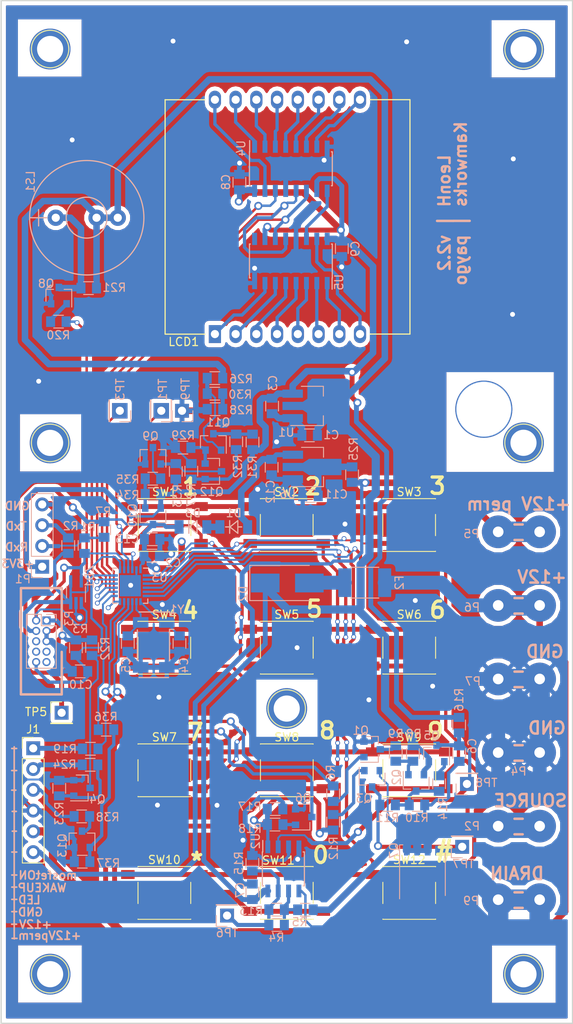
<source format=kicad_pcb>
(kicad_pcb (version 4) (host pcbnew 4.0.7-e2-6376~58~ubuntu16.04.1)
  (title_block (title Codeswitch) (date 2017-12-20) (rev 2.2) (company Kamworks) (comment 1 LeonH))
  (layers (0 F.Cu signal) (31 B.Cu signal) (34 B.Paste user) (35 F.Paste user) (36 B.SilkS user) (37 F.SilkS user) (38 B.Mask user) (39 F.Mask user) (44 Edge.Cuts user))
  (net 0 "")
  (net 1 GND)
  (net 2 +3V3)
  (net 3 "Net-(C4-Pad2)")
  (net 4 "Net-(C5-Pad2)")
  (net 5 +12V)
  (net 6 /TXD)
  (net 7 /RXD)
  (net 8 /SWDIO)
  (net 9 /SWCLK)
  (net 10 /nRESET)
  (net 11 "Net-(F2-Pad1)")
  (net 12 "Net-(Q1-Pad1)")
  (net 13 "Net-(P3-Pad6)")
  (net 14 "Net-(P3-Pad7)")
  (net 15 "Net-(P3-Pad8)")
  (net 16 "Net-(P3-Pad9)")
  (net 17 "Net-(Q2-Pad1)")
  (net 18 "Net-(C6-Pad2)")
  (net 19 "Net-(D2-Pad2)")
  (net 20 /KEY_COL0)
  (net 21 /KEY_COL1)
  (net 22 /KEY_COL2)
  (net 23 /KEY_ROW3)
  (net 24 /KEY_ROW2)
  (net 25 /KEY_ROW1)
  (net 26 /KEY_ROW0)
  (net 27 /LCD_1BC)
  (net 28 /LCD_3F)
  (net 29 /LCD_3G)
  (net 30 /LCD_3E)
  (net 31 /LCD_2G)
  (net 32 /LCD_2E)
  (net 33 /LCD_2D)
  (net 34 /LCD_COM)
  (net 35 /LCD_3D)
  (net 36 /LCD_3C)
  (net 37 /LCD_3B)
  (net 38 /LCD_3A)
  (net 39 /LCD_2F)
  (net 40 /LCD_2A)
  (net 41 /LCD_2B)
  (net 42 /LCD_2C)
  (net 43 /BUZZ)
  (net 44 "Net-(Q1-Pad3)")
  (net 45 "Net-(Q2-Pad3)")
  (net 46 "Net-(Q3-Pad1)")
  (net 47 "Net-(Q3-Pad3)")
  (net 48 "Net-(Q5-Pad1)")
  (net 49 "Net-(Q6-Pad1)")
  (net 50 /TRIPPED)
  (net 51 "Net-(R13-Pad2)")
  (net 52 /MOSFET_ON)
  (net 53 "Net-(R12-Pad1)")
  (net 54 "Net-(R13-Pad1)")
  (net 55 "Net-(R15-Pad1)")
  (net 56 /LCD_DATA)
  (net 57 /LCD_CLK)
  (net 58 /LCD_LATCH)
  (net 59 "Net-(U4-Pad9)")
  (net 60 "Net-(U5-Pad9)")
  (net 61 /TP1)
  (net 62 /TP2)
  (net 63 /TP3)
  (net 64 "Net-(J1-Pad1)")
  (net 65 "Net-(LS1-Pad2)")
  (net 66 "Net-(Q8-Pad1)")
  (net 67 /SOURCE)
  (net 68 /DRAIN)
  (net 69 VDD)
  (net 70 "Net-(C11-Pad1)")
  (net 71 "Net-(C12-Pad1)")
  (net 72 "Net-(D1-Pad1)")
  (net 73 "Net-(J1-Pad2)")
  (net 74 "Net-(Q4-Pad1)")
  (net 75 /WAKEUP)
  (net 76 "Net-(Q9-Pad3)")
  (net 77 "Net-(Q10-Pad1)")
  (net 78 "Net-(Q12-Pad3)")
  (net 79 "Net-(Q11-Pad1)")
  (net 80 "Net-(Q11-Pad2)")
  (net 81 "Net-(Q11-Pad3)")
  (net 82 "Net-(Q12-Pad1)")
  (net 83 "Net-(R28-Pad2)")
  (net 84 "Net-(J1-Pad3)")
  (net 85 "Net-(Q13-Pad1)")
  (net 86 "Net-(Q13-Pad3)")
  (net 87 "Net-(J1-Pad6)")
  (module Connectors:1pin (layer F.Cu) (at 119.16 98.1 90)
    (fp_text reference REF** hide)
    (fp_text value 1pin)
    (pad 1 thru_hole circle (at 0 0 90) (size 7 7) (drill 6.7) (layers *.Cu *.Mask))
  )
  (module Connectors:1pin (layer F.Cu) (at 124.02 102.21 90)
    (fp_text reference REF** hide)
    (fp_text value 1pin)
    (pad 1 thru_hole circle (at 0 0 90) (size 5 5) (drill 3.2) (layers *.Cu *.Mask))
  )
  (module Connectors:1pin (layer F.Cu) (at 95.01 134.72 90)
    (fp_text reference REF** hide)
    (fp_text value 1pin)
    (pad 1 thru_hole circle (at 0 0 90) (size 5 5) (drill 3.2) (layers *.Cu *.Mask))
  )
  (module Connectors:1pin (layer F.Cu) (at 66.02 102.22 90)
    (fp_text reference REF** hide)
    (fp_text value 1pin)
    (pad 1 thru_hole circle (at 0 0 90) (size 5 5) (drill 3.2) (layers *.Cu *.Mask))
  )
  (module buzzer:MagneticBuzzer_StarMicronics_HMB-06_HMB-12 (layer B.Cu) (at 74.32 74.68 180)
    (fp_text reference LS1 (at 10.7 4.4 450) (layer B.SilkS) (effects (justify mirror)))
    (fp_text value piezo)
    (pad 1 thru_hole circle (at 2.61 0 180) (size 2 2) (drill 1) (layers *.Cu *.Mask) (net 5 +12V))
    (pad 1 thru_hole circle (at 0.01016 0 180) (size 2 2) (drill 1) (layers *.Cu *.Mask) (net 5 +12V))
    (pad 2 thru_hole circle (at 7.60984 0 180) (size 2 2) (drill 1) (layers *.Cu *.Mask) (net 65 "Net-(LS1-Pad2)"))
  )
  (module Connectors:1pin (layer F.Cu) (at 66.02 54.04 90)
    (fp_text reference REF** hide)
    (fp_text value 1pin)
    (pad 1 thru_hole circle (at 0 0 90) (size 5 5) (drill 3.2) (layers *.Cu *.Mask))
  )
  (module Connectors:1pin (layer F.Cu) (at 124.03 54.1 90)
    (fp_text reference REF** hide)
    (fp_text value 1pin)
    (pad 1 thru_hole circle (at 0 0 90) (size 5 5) (drill 3.2) (layers *.Cu *.Mask))
  )
  (module Connectors:1pin (layer F.Cu) (at 124.02 167.22 90)
    (fp_text reference REF** hide)
    (fp_text value 1pin)
    (pad 1 thru_hole circle (at 0 0 90) (size 5 5) (drill 3.2) (layers *.Cu *.Mask))
  )
  (module Diodes_SMD:D_SMB_Handsoldering (layer B.Cu) (at 95.08 119.36)
    (fp_text reference D2 (at -5.4 1.3 270) (layer B.SilkS) (effects (justify mirror)))
    (fp_text value S1DB)
    (pad 1 smd rect (at -2.7 0) (size 3.5 2.3) (layers B.Cu B.Paste B.Mask) (net 5 +12V))
    (pad 2 smd rect (at 2.7 0) (size 3.5 2.3) (layers B.Cu B.Paste B.Mask) (net 19 "Net-(D2-Pad2)"))
  )
  (module TO_SOT_Packages_SMD:SOT-23 (layer B.Cu) (at 105.47 139.71)
    (fp_text reference Q1 (at -1.4 -2.3 180) (layer B.SilkS) (effects (justify mirror)))
    (fp_text value MMBT3904)
    (pad 1 smd rect (at -1 0.95) (size 0.9 0.8) (layers B.Cu B.Paste B.Mask) (net 12 "Net-(Q1-Pad1)"))
    (pad 2 smd rect (at -1 -0.95) (size 0.9 0.8) (layers B.Cu B.Paste B.Mask) (net 1 GND))
    (pad 3 smd rect (at 1 0) (size 0.9 0.8) (layers B.Cu B.Paste B.Mask) (net 44 "Net-(Q1-Pad3)"))
  )
  (module TO_SOT_Packages_SMD:SOT-23 (layer B.Cu) (at 110.87 143.81 270)
    (fp_text reference Q2 (at -0.7 2.4 270) (layer B.SilkS) (effects (justify mirror)))
    (fp_text value MMBT3906)
    (pad 1 smd rect (at -1 0.95 270) (size 0.9 0.8) (layers B.Cu B.Paste B.Mask) (net 17 "Net-(Q2-Pad1)"))
    (pad 2 smd rect (at -1 -0.95 270) (size 0.9 0.8) (layers B.Cu B.Paste B.Mask) (net 5 +12V))
    (pad 3 smd rect (at 1 0 270) (size 0.9 0.8) (layers B.Cu B.Paste B.Mask) (net 45 "Net-(Q2-Pad3)"))
  )
  (module TO_SOT_Packages_SMD:SOT-353_SC-70-5_Handsoldering (layer B.Cu) (at 69.19 120.49 90)
    (fp_text reference ZD1 (at 1.9 1.65 90) (layer B.SilkS) (effects (justify mirror)))
    (fp_text value ESDA6V1W5)
    (pad 1 smd rect (at -1.33 0.65 90) (size 1.5 0.4) (layers B.Cu B.Paste B.Mask) (net 8 /SWDIO))
    (pad 2 smd rect (at -1.33 0 90) (size 1.5 0.4) (layers B.Cu B.Paste B.Mask) (net 1 GND))
    (pad 3 smd rect (at -1.33 -0.65 90) (size 1.5 0.4) (layers B.Cu B.Paste B.Mask) (net 9 /SWCLK))
    (pad 4 smd rect (at 1.33 -0.65 90) (size 1.5 0.4) (layers B.Cu B.Paste B.Mask) (net 9 /SWCLK))
    (pad 5 smd rect (at 1.33 0.65 90) (size 1.5 0.4) (layers B.Cu B.Paste B.Mask) (net 8 /SWDIO))
  )
  (module myconnectors:faston_m_63 (layer B.Cu) (at 120.92 122.1)
    (fp_text reference P6 (at -3.21 0.23 180) (layer B.SilkS) (effects (justify mirror)))
    (fp_text value "(faston male 6.35mm)")
    (pad 1 thru_hole circle (at 0 0) (size 4 4) (drill 1.3) (layers *.Cu *.Mask) (net 11 "Net-(F2-Pad1)"))
    (pad 1 thru_hole circle (at 5.08 0) (size 4 4) (drill 1.3) (layers *.Cu *.Mask) (net 11 "Net-(F2-Pad1)"))
  )
  (module myconnectors:faston_m_63 (layer B.Cu) (at 120.92 131.1)
    (fp_text reference P7 (at -3.1 0.29 180) (layer B.SilkS) (effects (justify mirror)))
    (fp_text value "(faston male 6.35mm)")
    (pad 1 thru_hole circle (at 0 0) (size 4 4) (drill 1.3) (layers *.Cu *.Mask) (net 1 GND))
    (pad 1 thru_hole circle (at 5.08 0) (size 4 4) (drill 1.3) (layers *.Cu *.Mask) (net 1 GND))
  )
  (module myconnectors:faston_m_63 (layer B.Cu) (at 120.92 158.1)
    (fp_text reference P9 (at -3.32 0.13) (layer B.SilkS) (effects (justify mirror)))
    (fp_text value "(faston male 6.35mm)" hide)
    (pad 1 thru_hole circle (at 0 0) (size 4 4) (drill 1.3) (layers *.Cu *.Mask) (net 68 /DRAIN))
    (pad 1 thru_hole circle (at 5.08 0) (size 4 4) (drill 1.3) (layers *.Cu *.Mask) (net 68 /DRAIN))
  )
  (module Resistors_SMD:R_1812 (layer B.Cu) (at 104.57 119.32 180)
    (fp_text reference F2 (at -4.25 0 270) (layer B.SilkS) (effects (justify mirror)))
    (fp_text value "Polyfuse 1.1A-hold 2.2A-trip")
    (pad 1 smd rect (at -2.44 0 180) (size 1.6 3.5) (layers B.Cu B.Paste B.Mask) (net 11 "Net-(F2-Pad1)"))
    (pad 2 smd rect (at 2.44 0 180) (size 1.6 3.5) (layers B.Cu B.Paste B.Mask) (net 19 "Net-(D2-Pad2)"))
  )
  (module resistor:R_0805_reflow (layer B.Cu) (at 70.24 114.79 90)
    (fp_text reference R1 (at 2.3 0.4 360) (layer B.SilkS) (effects (justify mirror)))
    (fp_text value 150)
    (pad 1 smd rect (at -0.95 0 90) (size 1.1 1.3) (layers B.Cu B.Paste B.Mask) (net 8 /SWDIO))
    (pad 2 smd rect (at 0.95 0 90) (size 1.1 1.3) (layers B.Cu B.Paste B.Mask) (net 7 /RXD))
  )
  (module resistor:R_0805_reflow (layer B.Cu) (at 68.24 114.79 90)
    (fp_text reference R2 (at 2.4 0.3 360) (layer B.SilkS) (effects (justify mirror)))
    (fp_text value 150)
    (pad 1 smd rect (at -0.95 0 90) (size 1.1 1.3) (layers B.Cu B.Paste B.Mask) (net 9 /SWCLK))
    (pad 2 smd rect (at 0.95 0 90) (size 1.1 1.3) (layers B.Cu B.Paste B.Mask) (net 6 /TXD))
  )
  (module capacitor:C_0805_reflow (layer B.Cu) (at 97.82 101.3 180)
    (fp_text reference C1 (at -2.65 0.05 180) (layer B.SilkS) (effects (justify mirror)))
    (fp_text value 10u/25V)
    (pad 1 smd rect (at -0.95 0 180) (size 1.1 1.3) (layers B.Cu B.Paste B.Mask) (net 5 +12V))
    (pad 2 smd rect (at 0.95 0 180) (size 1.1 1.3) (layers B.Cu B.Paste B.Mask) (net 1 GND))
  )
  (module capacitor:C_0805_reflow (layer B.Cu) (at 78.47 116.02)
    (fp_text reference C2 (at 2.62 0.87 180) (layer B.SilkS) (effects (justify mirror)))
    (fp_text value 100n)
    (pad 1 smd rect (at -0.95 0) (size 1.1 1.3) (layers B.Cu B.Paste B.Mask) (net 69 VDD))
    (pad 2 smd rect (at 0.95 0) (size 1.1 1.3) (layers B.Cu B.Paste B.Mask) (net 1 GND))
  )
  (module capacitor:C_0805_reflow (layer B.Cu) (at 93.22 97.7 270)
    (fp_text reference C3 (at -2.8 -0.1 270) (layer B.SilkS) (effects (justify mirror)))
    (fp_text value 4u7/25V)
    (pad 1 smd rect (at -0.95 0 270) (size 1.1 1.3) (layers B.Cu B.Paste B.Mask) (net 2 +3V3))
    (pad 2 smd rect (at 0.95 0 270) (size 1.1 1.3) (layers B.Cu B.Paste B.Mask) (net 1 GND))
  )
  (module capacitor:C_0805_reflow (layer B.Cu) (at 81.87 126.78 90)
    (fp_text reference C4 (at -2.64 0.55 270) (layer B.SilkS) (effects (justify mirror)))
    (fp_text value 15pF)
    (pad 1 smd rect (at -0.95 0 90) (size 1.1 1.3) (layers B.Cu B.Paste B.Mask) (net 1 GND))
    (pad 2 smd rect (at 0.95 0 90) (size 1.1 1.3) (layers B.Cu B.Paste B.Mask) (net 3 "Net-(C4-Pad2)"))
  )
  (module capacitor:C_0805_reflow (layer B.Cu) (at 75.54 126.78 90)
    (fp_text reference C5 (at -2.6 -0.2 270) (layer B.SilkS) (effects (justify mirror)))
    (fp_text value 15pF)
    (pad 1 smd rect (at -0.95 0 90) (size 1.1 1.3) (layers B.Cu B.Paste B.Mask) (net 1 GND))
    (pad 2 smd rect (at 0.95 0 90) (size 1.1 1.3) (layers B.Cu B.Paste B.Mask) (net 4 "Net-(C5-Pad2)"))
  )
  (module capacitor:C_0805_reflow (layer B.Cu) (at 116.15 140.23 90)
    (fp_text reference C6 (at 0.92 1.58 90) (layer B.SilkS) (effects (justify mirror)))
    (fp_text value 100n)
    (pad 1 smd rect (at -0.95 0 90) (size 1.1 1.3) (layers B.Cu B.Paste B.Mask) (net 67 /SOURCE))
    (pad 2 smd rect (at 0.95 0 90) (size 1.1 1.3) (layers B.Cu B.Paste B.Mask) (net 18 "Net-(C6-Pad2)"))
  )
  (module resistor:R_0805_reflow (layer B.Cu) (at 69.18 127.27 270)
    (fp_text reference R3 (at -2.3 -0.54 360) (layer B.SilkS) (effects (justify mirror)))
    (fp_text value 10k)
    (pad 1 smd rect (at -0.95 0 270) (size 1.1 1.3) (layers B.Cu B.Paste B.Mask) (net 69 VDD))
    (pad 2 smd rect (at 0.95 0 270) (size 1.1 1.3) (layers B.Cu B.Paste B.Mask) (net 10 /nRESET))
  )
  (module resistor:R_0805_reflow (layer B.Cu) (at 97.3 159.33 180)
    (fp_text reference R5 (at 0.7 -1.5 180) (layer B.SilkS) (effects (justify mirror)))
    (fp_text value 1k)
    (pad 1 smd rect (at -0.95 0 180) (size 1.1 1.3) (layers B.Cu B.Paste B.Mask) (net 67 /SOURCE))
    (pad 2 smd rect (at 0.95 0 180) (size 1.1 1.3) (layers B.Cu B.Paste B.Mask) (net 51 "Net-(R13-Pad2)"))
  )
  (module resistor:R_0805_reflow (layer B.Cu) (at 100.7 145.13 270)
    (fp_text reference R6 (at -2.6 0.3 270) (layer B.SilkS) (effects (justify mirror)))
    (fp_text value 4k7)
    (pad 1 smd rect (at -0.95 0 270) (size 1.1 1.3) (layers B.Cu B.Paste B.Mask) (net 52 /MOSFET_ON))
    (pad 2 smd rect (at 0.95 0 270) (size 1.1 1.3) (layers B.Cu B.Paste B.Mask) (net 12 "Net-(Q1-Pad1)"))
  )
  (module myconnectors:Atmel_ICE (layer B.Cu) (at 64.94 126.49 180)
    (fp_text reference P3 (at -3.41 2.8 450) (layer B.SilkS) (effects (justify mirror)))
    (fp_text value Atmel-ICE)
    (pad 1 thru_hole rect (at -0.64 2.54 180) (size 1 1) (drill 0.65) (layers *.Cu *.Mask) (net 69 VDD))
    (pad 2 thru_hole oval (at 0.63 2.54 180) (size 1 1) (drill 0.65) (layers *.Cu *.Mask) (net 8 /SWDIO))
    (pad 3 thru_hole oval (at -0.64 1.27 180) (size 1 1) (drill 0.65) (layers *.Cu *.Mask) (net 1 GND))
    (pad 4 thru_hole oval (at 0.63 1.27 180) (size 1 1) (drill 0.65) (layers *.Cu *.Mask) (net 9 /SWCLK))
    (pad 5 thru_hole oval (at -0.64 0 180) (size 1 1) (drill 0.65) (layers *.Cu *.Mask) (net 1 GND))
    (pad 6 thru_hole oval (at 0.63 0 180) (size 1 1) (drill 0.65) (layers *.Cu *.Mask) (net 13 "Net-(P3-Pad6)"))
    (pad 7 thru_hole oval (at -0.64 -1.27 180) (size 1 1) (drill 0.65) (layers *.Cu *.Mask) (net 14 "Net-(P3-Pad7)"))
    (pad 8 thru_hole oval (at 0.63 -1.27 180) (size 1 1) (drill 0.65) (layers *.Cu *.Mask) (net 15 "Net-(P3-Pad8)"))
    (pad 9 thru_hole oval (at -0.64 -2.54 180) (size 1 1) (drill 0.65) (layers *.Cu *.Mask) (net 16 "Net-(P3-Pad9)"))
    (pad 10 thru_hole oval (at 0.63 -2.54 180) (size 1 1) (drill 0.65) (layers *.Cu *.Mask) (net 10 /nRESET))
  )
  (module Connectors:1pin (layer F.Cu) (at 66.02 167.21 90)
    (fp_text reference REF** hide)
    (fp_text value 1pin)
    (pad 1 thru_hole circle (at 0 0 90) (size 5 5) (drill 3.2) (layers *.Cu *.Mask))
  )
  (module xtal:Crystal_SMD_Abracon_4pin_32768khz (layer B.Cu) (at 78.71 126.93 270)
    (fp_text reference Y1 (at -4.34 -2.85 540) (layer B.SilkS) (effects (justify mirror)))
    (fp_text value 32.768kHz)
    (pad 1 smd rect (at -2.75 -1.61 270) (size 1.3 1.9) (layers B.Cu B.Mask) (net 3 "Net-(C4-Pad2)"))
    (pad 2 smd rect (at 2.75 -1.605 270) (size 1.3 1.9) (layers B.Cu B.Mask) (net 1 GND))
    (pad 3 smd rect (at 2.75 1.595 270) (size 1.3 1.9) (layers B.Cu B.Mask) (net 1 GND))
    (pad 4 smd rect (at -2.75 1.595 270) (size 1.3 1.9) (layers B.Cu B.Mask) (net 4 "Net-(C5-Pad2)"))
  )
  (module capacitor:C_0805_reflow (layer B.Cu) (at 90.8 157.13 270)
    (fp_text reference C7 (at -0.2 1.5 450) (layer B.SilkS) (effects (justify mirror)))
    (fp_text value 100n)
    (pad 1 smd rect (at -0.95 0 270) (size 1.1 1.3) (layers B.Cu B.Paste B.Mask) (net 1 GND))
    (pad 2 smd rect (at 0.95 0 270) (size 1.1 1.3) (layers B.Cu B.Paste B.Mask) (net 5 +12V))
  )
  (module resistor:R_0805_reflow (layer B.Cu) (at 72.64 112.82 270)
    (fp_text reference R7 (at -2.2 0.1 540) (layer B.SilkS) (effects (justify mirror)))
    (fp_text value 100k)
    (pad 1 smd rect (at -0.95 0 270) (size 1.1 1.3) (layers B.Cu B.Paste B.Mask) (net 69 VDD))
    (pad 2 smd rect (at 0.95 0 270) (size 1.1 1.3) (layers B.Cu B.Paste B.Mask) (net 7 /RXD))
  )
  (module resistor:R_0805_reflow (layer B.Cu) (at 110.47 140.21 270)
    (fp_text reference R8 (at -2.4 -0.1 360) (layer B.SilkS) (effects (justify mirror)))
    (fp_text value 10k)
    (pad 1 smd rect (at -0.95 0 270) (size 1.1 1.3) (layers B.Cu B.Paste B.Mask) (net 5 +12V))
    (pad 2 smd rect (at 0.95 0 270) (size 1.1 1.3) (layers B.Cu B.Paste B.Mask) (net 17 "Net-(Q2-Pad1)"))
  )
  (module resistor:R_0805_reflow (layer B.Cu) (at 108.37 140.21 90)
    (fp_text reference R9 (at 2.4 0 180) (layer B.SilkS) (effects (justify mirror)))
    (fp_text value 10k)
    (pad 1 smd rect (at -0.95 0 90) (size 1.1 1.3) (layers B.Cu B.Paste B.Mask) (net 17 "Net-(Q2-Pad1)"))
    (pad 2 smd rect (at 0.95 0 90) (size 1.1 1.3) (layers B.Cu B.Paste B.Mask) (net 44 "Net-(Q1-Pad3)"))
  )
  (module TO_SOT_Packages_SMD:SOT-23 (layer B.Cu) (at 105.47 143.31 270)
    (fp_text reference Q3 (at 2.4 1 360) (layer B.SilkS) (effects (justify mirror)))
    (fp_text value MMBT3904)
    (pad 1 smd rect (at -1 0.95 270) (size 0.9 0.8) (layers B.Cu B.Paste B.Mask) (net 46 "Net-(Q3-Pad1)"))
    (pad 2 smd rect (at -1 -0.95 270) (size 0.9 0.8) (layers B.Cu B.Paste B.Mask) (net 67 /SOURCE))
    (pad 3 smd rect (at 1 0 270) (size 0.9 0.8) (layers B.Cu B.Paste B.Mask) (net 47 "Net-(Q3-Pad3)"))
  )
  (module TO_SOT_Packages_SMD:SOT-23 (layer B.Cu) (at 113.37 140.21 90)
    (fp_text reference Q5 (at 2.2 -0.6 360) (layer B.SilkS) (effects (justify mirror)))
    (fp_text value MMBT3906)
    (pad 1 smd rect (at -1 0.95 90) (size 0.9 0.8) (layers B.Cu B.Paste B.Mask) (net 48 "Net-(Q5-Pad1)"))
    (pad 2 smd rect (at -1 -0.95 90) (size 0.9 0.8) (layers B.Cu B.Paste B.Mask) (net 5 +12V))
    (pad 3 smd rect (at 1 0 90) (size 0.9 0.8) (layers B.Cu B.Paste B.Mask) (net 18 "Net-(C6-Pad2)"))
  )
  (module TO_SOT_Packages_SMD:SOT-23 (layer B.Cu) (at 97.09 147.99)
    (fp_text reference Q6 (at -0.06 -2.36) (layer B.SilkS) (effects (justify mirror)))
    (fp_text value MMBT3904)
    (pad 1 smd rect (at -1 0.95) (size 0.9 0.8) (layers B.Cu B.Paste B.Mask) (net 49 "Net-(Q6-Pad1)"))
    (pad 2 smd rect (at -1 -0.95) (size 0.9 0.8) (layers B.Cu B.Paste B.Mask) (net 1 GND))
    (pad 3 smd rect (at 1 0) (size 0.9 0.8) (layers B.Cu B.Paste B.Mask) (net 50 /TRIPPED))
  )
  (module resistor:R_0805_reflow (layer B.Cu) (at 110.97 146.51)
    (fp_text reference R10 (at -0.01 1.56) (layer B.SilkS) (effects (justify mirror)))
    (fp_text value 10k)
    (pad 1 smd rect (at -0.95 0) (size 1.1 1.3) (layers B.Cu B.Paste B.Mask) (net 45 "Net-(Q2-Pad3)"))
    (pad 2 smd rect (at 0.95 0) (size 1.1 1.3) (layers B.Cu B.Paste B.Mask) (net 67 /SOURCE))
  )
  (module resistor:R_0805_reflow (layer B.Cu) (at 107.37 146.51)
    (fp_text reference R11 (at -0.02 1.57) (layer B.SilkS) (effects (justify mirror)))
    (fp_text value 150)
    (pad 1 smd rect (at -0.95 0) (size 1.1 1.3) (layers B.Cu B.Paste B.Mask) (net 47 "Net-(Q3-Pad3)"))
    (pad 2 smd rect (at 0.95 0) (size 1.1 1.3) (layers B.Cu B.Paste B.Mask) (net 45 "Net-(Q2-Pad3)"))
  )
  (module resistor:R_0805_reflow (layer B.Cu) (at 100.7 148.63 90)
    (fp_text reference R12 (at -3.18 0.05 90) (layer B.SilkS) (effects (justify mirror)))
    (fp_text value 10k)
    (pad 1 smd rect (at -0.95 0 90) (size 1.1 1.3) (layers B.Cu B.Paste B.Mask) (net 53 "Net-(R12-Pad1)"))
    (pad 2 smd rect (at 0.95 0 90) (size 1.1 1.3) (layers B.Cu B.Paste B.Mask) (net 46 "Net-(Q3-Pad1)"))
  )
  (module resistor:R_0805_reflow (layer B.Cu) (at 93.77 159.32)
    (fp_text reference R13 (at -3.11 0.14) (layer B.SilkS) (effects (justify mirror)))
    (fp_text value 100k)
    (pad 1 smd rect (at -0.95 0) (size 1.1 1.3) (layers B.Cu B.Paste B.Mask) (net 54 "Net-(R13-Pad1)"))
    (pad 2 smd rect (at 0.95 0) (size 1.1 1.3) (layers B.Cu B.Paste B.Mask) (net 51 "Net-(R13-Pad2)"))
  )
  (module resistor:R_0805_reflow (layer B.Cu) (at 113.68 143.89 270)
    (fp_text reference R14 (at 3.02 -0.47 270) (layer B.SilkS) (effects (justify mirror)))
    (fp_text value 100k)
    (pad 1 smd rect (at -0.95 0 270) (size 1.1 1.3) (layers B.Cu B.Paste B.Mask) (net 48 "Net-(Q5-Pad1)"))
    (pad 2 smd rect (at 0.95 0 270) (size 1.1 1.3) (layers B.Cu B.Paste B.Mask) (net 45 "Net-(Q2-Pad3)"))
  )
  (module resistor:R_0805_reflow (layer B.Cu) (at 90.8 153.63 270)
    (fp_text reference R15 (at 0 1.65 270) (layer B.SilkS) (effects (justify mirror)))
    (fp_text value 4k7)
    (pad 1 smd rect (at -0.95 0 270) (size 1.1 1.3) (layers B.Cu B.Paste B.Mask) (net 55 "Net-(R15-Pad1)"))
    (pad 2 smd rect (at 0.95 0 270) (size 1.1 1.3) (layers B.Cu B.Paste B.Mask) (net 54 "Net-(R13-Pad1)"))
  )
  (module resistor:R_0805_reflow (layer B.Cu) (at 116.13 136.75 90)
    (fp_text reference R16 (at 3.1 0 90) (layer B.SilkS) (effects (justify mirror)))
    (fp_text value 4k7)
    (pad 1 smd rect (at -0.95 0 90) (size 1.1 1.3) (layers B.Cu B.Paste B.Mask) (net 18 "Net-(C6-Pad2)"))
    (pad 2 smd rect (at 0.95 0 90) (size 1.1 1.3) (layers B.Cu B.Paste B.Mask) (net 2 +3V3))
  )
  (module resistor:R_0805_reflow (layer B.Cu) (at 93.58 147.01)
    (fp_text reference R17 (at -3.1 -0.3) (layer B.SilkS) (effects (justify mirror)))
    (fp_text value 100k)
    (pad 1 smd rect (at -0.95 0) (size 1.1 1.3) (layers B.Cu B.Paste B.Mask) (net 53 "Net-(R12-Pad1)"))
    (pad 2 smd rect (at 0.95 0) (size 1.1 1.3) (layers B.Cu B.Paste B.Mask) (net 55 "Net-(R15-Pad1)"))
  )
  (module resistor:R_0805_reflow (layer B.Cu) (at 93.6 148.91 180)
    (fp_text reference R18 (at 3.09 -0.5 180) (layer B.SilkS) (effects (justify mirror)))
    (fp_text value 10k)
    (pad 1 smd rect (at -0.95 0 180) (size 1.1 1.3) (layers B.Cu B.Paste B.Mask) (net 49 "Net-(Q6-Pad1)"))
    (pad 2 smd rect (at 0.95 0 180) (size 1.1 1.3) (layers B.Cu B.Paste B.Mask) (net 53 "Net-(R12-Pad1)"))
  )
  (module Housings_DFN_QFN:QFN-24-1EP_4x4mm_Pitch0.5mm (layer B.Cu) (at 75.84 119.69 180)
    (fp_text reference U3 (at -3.6 1 180) (layer B.SilkS) (effects (justify mirror)))
    (fp_text value ATSAMD11D14A-M)
    (pad 1 smd rect (at -1.95 1.25 180) (size 0.85 0.3) (layers B.Cu B.Paste B.Mask) (net 20 /KEY_COL0))
    (pad 2 smd rect (at -1.95 0.75 180) (size 0.85 0.3) (layers B.Cu B.Paste B.Mask) (net 21 /KEY_COL1))
    (pad 3 smd rect (at -1.95 0.25 180) (size 0.85 0.3) (layers B.Cu B.Paste B.Mask) (net 22 /KEY_COL2))
    (pad 4 smd rect (at -1.95 -0.25 180) (size 0.85 0.3) (layers B.Cu B.Paste B.Mask) (net 24 /KEY_ROW2))
    (pad 5 smd rect (at -1.95 -0.75 180) (size 0.85 0.3) (layers B.Cu B.Paste B.Mask) (net 23 /KEY_ROW3))
    (pad 6 smd rect (at -1.95 -1.25 180) (size 0.85 0.3) (layers B.Cu B.Paste B.Mask) (net 25 /KEY_ROW1))
    (pad 7 smd rect (at -1.25 -1.95 90) (size 0.85 0.3) (layers B.Cu B.Paste B.Mask) (net 3 "Net-(C4-Pad2)"))
    (pad 8 smd rect (at -0.75 -1.95 90) (size 0.85 0.3) (layers B.Cu B.Paste B.Mask) (net 4 "Net-(C5-Pad2)"))
    (pad 9 smd rect (at -0.25 -1.95 90) (size 0.85 0.3) (layers B.Cu B.Paste B.Mask) (net 52 /MOSFET_ON))
    (pad 10 smd rect (at 0.25 -1.95 90) (size 0.85 0.3) (layers B.Cu B.Paste B.Mask) (net 50 /TRIPPED))
    (pad 11 smd rect (at 0.75 -1.95 90) (size 0.85 0.3) (layers B.Cu B.Paste B.Mask) (net 62 /TP2))
    (pad 12 smd rect (at 1.25 -1.95 90) (size 0.85 0.3) (layers B.Cu B.Paste B.Mask) (net 63 /TP3))
    (pad 13 smd rect (at 1.95 -1.25 180) (size 0.85 0.3) (layers B.Cu B.Paste B.Mask) (net 75 /WAKEUP))
    (pad 14 smd rect (at 1.95 -0.75 180) (size 0.85 0.3) (layers B.Cu B.Paste B.Mask) (net 57 /LCD_CLK))
    (pad 15 smd rect (at 1.95 -0.25 180) (size 0.85 0.3) (layers B.Cu B.Paste B.Mask) (net 58 /LCD_LATCH))
    (pad 16 smd rect (at 1.95 0.25 180) (size 0.85 0.3) (layers B.Cu B.Paste B.Mask) (net 56 /LCD_DATA))
    (pad 17 smd rect (at 1.95 0.75 180) (size 0.85 0.3) (layers B.Cu B.Paste B.Mask) (net 43 /BUZZ))
    (pad 18 smd rect (at 1.95 1.25 180) (size 0.85 0.3) (layers B.Cu B.Paste B.Mask) (net 10 /nRESET))
    (pad 19 smd rect (at 1.25 1.95 90) (size 0.85 0.3) (layers B.Cu B.Paste B.Mask) (net 9 /SWCLK))
    (pad 20 smd rect (at 0.75 1.95 90) (size 0.85 0.3) (layers B.Cu B.Paste B.Mask) (net 8 /SWDIO))
    (pad 21 smd rect (at 0.25 1.95 90) (size 0.85 0.3) (layers B.Cu B.Paste B.Mask) (net 61 /TP1))
    (pad 22 smd rect (at -0.25 1.95 90) (size 0.85 0.3) (layers B.Cu B.Paste B.Mask) (net 26 /KEY_ROW0))
    (pad 23 smd rect (at -0.75 1.95 90) (size 0.85 0.3) (layers B.Cu B.Paste B.Mask) (net 1 GND))
    (pad 24 smd rect (at -1.25 1.95 90) (size 0.85 0.3) (layers B.Cu B.Paste B.Mask) (net 69 VDD))
    (pad 25 smd rect (at 0.65 -0.65 180) (size 1.3 1.3) (layers B.Cu B.Paste B.Mask) (net 1 GND))
    (pad 25 smd rect (at 0.65 0.65 180) (size 1.3 1.3) (layers B.Cu B.Paste B.Mask) (net 1 GND))
    (pad 25 smd rect (at -0.65 -0.65 180) (size 1.3 1.3) (layers B.Cu B.Paste B.Mask) (net 1 GND))
    (pad 25 smd rect (at -0.65 0.65 180) (size 1.3 1.3) (layers B.Cu B.Paste B.Mask) (net 1 GND))
  )
  (module Housings_SOIC:SOIC-16_3.9x9.9mm_Pitch1.27mm (layer B.Cu) (at 95.52 68.69 270)
    (fp_text reference U4 (at -2.5 6.1 270) (layer B.SilkS) (effects (justify mirror)))
    (fp_text value 74HC595)
    (pad 1 smd rect (at -2.7 4.445 270) (size 1.5 0.6) (layers B.Cu B.Paste B.Mask) (net 33 /LCD_2D))
    (pad 2 smd rect (at -2.7 3.175 270) (size 1.5 0.6) (layers B.Cu B.Paste B.Mask) (net 32 /LCD_2E))
    (pad 3 smd rect (at -2.7 1.905 270) (size 1.5 0.6) (layers B.Cu B.Paste B.Mask) (net 31 /LCD_2G))
    (pad 4 smd rect (at -2.7 0.635 270) (size 1.5 0.6) (layers B.Cu B.Paste B.Mask) (net 39 /LCD_2F))
    (pad 5 smd rect (at -2.7 -0.635 270) (size 1.5 0.6) (layers B.Cu B.Paste B.Mask) (net 40 /LCD_2A))
    (pad 6 smd rect (at -2.7 -1.905 270) (size 1.5 0.6) (layers B.Cu B.Paste B.Mask) (net 41 /LCD_2B))
    (pad 7 smd rect (at -2.7 -3.175 270) (size 1.5 0.6) (layers B.Cu B.Paste B.Mask) (net 42 /LCD_2C))
    (pad 8 smd rect (at -2.7 -4.445 270) (size 1.5 0.6) (layers B.Cu B.Paste B.Mask) (net 1 GND))
    (pad 9 smd rect (at 2.7 -4.445 270) (size 1.5 0.6) (layers B.Cu B.Paste B.Mask) (net 59 "Net-(U4-Pad9)"))
    (pad 10 smd rect (at 2.7 -3.175 270) (size 1.5 0.6) (layers B.Cu B.Paste B.Mask) (net 2 +3V3))
    (pad 11 smd rect (at 2.7 -1.905 270) (size 1.5 0.6) (layers B.Cu B.Paste B.Mask) (net 57 /LCD_CLK))
    (pad 12 smd rect (at 2.7 -0.635 270) (size 1.5 0.6) (layers B.Cu B.Paste B.Mask) (net 58 /LCD_LATCH))
    (pad 13 smd rect (at 2.7 0.635 270) (size 1.5 0.6) (layers B.Cu B.Paste B.Mask) (net 1 GND))
    (pad 14 smd rect (at 2.7 1.905 270) (size 1.5 0.6) (layers B.Cu B.Paste B.Mask) (net 56 /LCD_DATA))
    (pad 15 smd rect (at 2.7 3.175 270) (size 1.5 0.6) (layers B.Cu B.Paste B.Mask) (net 34 /LCD_COM))
    (pad 16 smd rect (at 2.7 4.445 270) (size 1.5 0.6) (layers B.Cu B.Paste B.Mask) (net 2 +3V3))
  )
  (module Housings_SOIC:SOIC-16_3.9x9.9mm_Pitch1.27mm (layer B.Cu) (at 95.52 79.97 90)
    (fp_text reference U5 (at -2.6 5.9 90) (layer B.SilkS) (effects (justify mirror)))
    (fp_text value 74HC595)
    (pad 1 smd rect (at -2.7 4.445 90) (size 1.5 0.6) (layers B.Cu B.Paste B.Mask) (net 37 /LCD_3B))
    (pad 2 smd rect (at -2.7 3.175 90) (size 1.5 0.6) (layers B.Cu B.Paste B.Mask) (net 36 /LCD_3C))
    (pad 3 smd rect (at -2.7 1.905 90) (size 1.5 0.6) (layers B.Cu B.Paste B.Mask) (net 35 /LCD_3D))
    (pad 4 smd rect (at -2.7 0.635 90) (size 1.5 0.6) (layers B.Cu B.Paste B.Mask) (net 30 /LCD_3E))
    (pad 5 smd rect (at -2.7 -0.635 90) (size 1.5 0.6) (layers B.Cu B.Paste B.Mask) (net 29 /LCD_3G))
    (pad 6 smd rect (at -2.7 -1.905 90) (size 1.5 0.6) (layers B.Cu B.Paste B.Mask) (net 28 /LCD_3F))
    (pad 7 smd rect (at -2.7 -3.175 90) (size 1.5 0.6) (layers B.Cu B.Paste B.Mask) (net 27 /LCD_1BC))
    (pad 8 smd rect (at -2.7 -4.445 90) (size 1.5 0.6) (layers B.Cu B.Paste B.Mask) (net 1 GND))
    (pad 9 smd rect (at 2.7 -4.445 90) (size 1.5 0.6) (layers B.Cu B.Paste B.Mask) (net 60 "Net-(U5-Pad9)"))
    (pad 10 smd rect (at 2.7 -3.175 90) (size 1.5 0.6) (layers B.Cu B.Paste B.Mask) (net 2 +3V3))
    (pad 11 smd rect (at 2.7 -1.905 90) (size 1.5 0.6) (layers B.Cu B.Paste B.Mask) (net 57 /LCD_CLK))
    (pad 12 smd rect (at 2.7 -0.635 90) (size 1.5 0.6) (layers B.Cu B.Paste B.Mask) (net 58 /LCD_LATCH))
    (pad 13 smd rect (at 2.7 0.635 90) (size 1.5 0.6) (layers B.Cu B.Paste B.Mask) (net 1 GND))
    (pad 14 smd rect (at 2.7 1.905 90) (size 1.5 0.6) (layers B.Cu B.Paste B.Mask) (net 59 "Net-(U4-Pad9)"))
    (pad 15 smd rect (at 2.7 3.175 90) (size 1.5 0.6) (layers B.Cu B.Paste B.Mask) (net 38 /LCD_3A))
    (pad 16 smd rect (at 2.7 4.445 90) (size 1.5 0.6) (layers B.Cu B.Paste B.Mask) (net 2 +3V3))
  )
  (module Housings_SOIC:SOIC-8_3.9x4.9mm_Pitch1.27mm (layer B.Cu) (at 94.6 154.33 270)
    (fp_text reference U2 (at -3.4 3.4 270) (layer B.SilkS) (effects (justify mirror)))
    (fp_text value LM358)
    (pad 1 smd rect (at -2.7 1.905 270) (size 1.55 0.6) (layers B.Cu B.Paste B.Mask) (net 53 "Net-(R12-Pad1)"))
    (pad 2 smd rect (at -2.7 0.635 270) (size 1.55 0.6) (layers B.Cu B.Paste B.Mask) (net 18 "Net-(C6-Pad2)"))
    (pad 3 smd rect (at -2.7 -0.635 270) (size 1.55 0.6) (layers B.Cu B.Paste B.Mask) (net 55 "Net-(R15-Pad1)"))
    (pad 4 smd rect (at -2.7 -1.905 270) (size 1.55 0.6) (layers B.Cu B.Paste B.Mask) (net 1 GND))
    (pad 5 smd rect (at 2.7 -1.905 270) (size 1.55 0.6) (layers B.Cu B.Paste B.Mask) (net 68 /DRAIN))
    (pad 6 smd rect (at 2.7 -0.635 270) (size 1.55 0.6) (layers B.Cu B.Paste B.Mask) (net 51 "Net-(R13-Pad2)"))
    (pad 7 smd rect (at 2.7 0.635 270) (size 1.55 0.6) (layers B.Cu B.Paste B.Mask) (net 54 "Net-(R13-Pad1)"))
    (pad 8 smd rect (at 2.7 1.905 270) (size 1.55 0.6) (layers B.Cu B.Paste B.Mask) (net 5 +12V))
  )
  (module capacitor:C_0805_reflow (layer B.Cu) (at 89.21 70.32 270)
    (fp_text reference C8 (at 0 1.65 270) (layer B.SilkS) (effects (justify mirror)))
    (fp_text value 100n)
    (pad 1 smd rect (at -0.95 0 270) (size 1.1 1.3) (layers B.Cu B.Paste B.Mask) (net 1 GND))
    (pad 2 smd rect (at 0.95 0 270) (size 1.1 1.3) (layers B.Cu B.Paste B.Mask) (net 2 +3V3))
  )
  (module capacitor:C_0805_reflow (layer B.Cu) (at 101.76 78.48 90)
    (fp_text reference C9 (at 0 1.65 90) (layer B.SilkS) (effects (justify mirror)))
    (fp_text value 100n)
    (pad 1 smd rect (at -0.95 0 90) (size 1.1 1.3) (layers B.Cu B.Paste B.Mask) (net 1 GND))
    (pad 2 smd rect (at 0.95 0 90) (size 1.1 1.3) (layers B.Cu B.Paste B.Mask) (net 2 +3V3))
  )
  (module myconnectors:faston_m_63 (layer B.Cu) (at 120.92 140.1)
    (fp_text reference P4 (at 2.5 2.3) (layer B.SilkS) (effects (justify mirror)))
    (fp_text value "(faston male 6.35mm)")
    (pad 1 thru_hole circle (at 0 0) (size 4 4) (drill 1.3) (layers *.Cu *.Mask) (net 1 GND))
    (pad 1 thru_hole circle (at 5.08 0) (size 4 4) (drill 1.3) (layers *.Cu *.Mask) (net 1 GND))
  )
  (module Pin_Headers:Pin_Header_Straight_1x01_Pitch2.54mm (layer B.Cu) (at 79.64 98.29 90)
    (fp_text reference TP1 (at 2.57 0.18 90) (layer B.SilkS) (effects (justify mirror)))
    (fp_text value TP)
    (pad 1 thru_hole rect (at 0 0 90) (size 1.9 1.9) (drill 1) (layers *.Cu *.Mask) (net 61 /TP1))
  )
  (module Pin_Headers:Pin_Header_Straight_1x01_Pitch2.54mm (layer B.Cu) (at 74.56 98.29 90)
    (fp_text reference TP3 (at 2.6 0.05 90) (layer B.SilkS) (effects (justify mirror)))
    (fp_text value TP)
    (pad 1 thru_hole rect (at 0 0 90) (size 1.9 1.9) (drill 1) (layers *.Cu *.Mask) (net 63 /TP3))
  )
  (module Pin_Headers:Pin_Header_Straight_1x01_Pitch2.54mm (layer B.Cu) (at 87.7 160.04)
    (fp_text reference TP6 (at -0.01 2.13) (layer B.SilkS) (effects (justify mirror)))
    (fp_text value TP)
    (pad 1 thru_hole rect (at 0 0) (size 1.7 1.7) (drill 1) (layers *.Cu *.Mask) (net 54 "Net-(R13-Pad1)"))
  )
  (module Pin_Headers:Pin_Header_Straight_1x01_Pitch2.54mm (layer B.Cu) (at 116.51 151.63)
    (fp_text reference TP7 (at 0.15 2.09) (layer B.SilkS) (effects (justify mirror)))
    (fp_text value TP)
    (pad 1 thru_hole rect (at 0 0) (size 1.7 1.7) (drill 1) (layers *.Cu *.Mask) (net 47 "Net-(Q3-Pad3)"))
  )
  (module Pin_Headers:Pin_Header_Straight_1x01_Pitch2.54mm (layer B.Cu) (at 117.09 143.94)
    (fp_text reference TP8 (at 2.38 -0.14) (layer B.SilkS) (effects (justify mirror)))
    (fp_text value TP)
    (pad 1 thru_hole rect (at 0 0) (size 1.7 1.7) (drill 1) (layers *.Cu *.Mask) (net 18 "Net-(C6-Pad2)"))
  )
  (module lcd:LUMEX_LCD_S2X1C50TR (layer F.Cu) (at 95.11 73.59)
    (fp_text reference LCD1 (at -12.72 16.27) (layer F.SilkS))
    (fp_text value LUMEX_LCD_S2X1C50TR)
    (pad 1 thru_hole rect (at -8.9 15.32) (size 1.5 2.2) (drill 1) (layers *.Cu *.Mask) (net 27 /LCD_1BC))
    (pad 2 thru_hole oval (at -6.36 15.32) (size 1.5 2.2) (drill 1) (layers *.Cu *.Mask) (net 28 /LCD_3F))
    (pad 3 thru_hole oval (at -3.82 15.32) (size 1.5 2.2) (drill 1) (layers *.Cu *.Mask) (net 29 /LCD_3G))
    (pad 4 thru_hole oval (at -1.28 15.32) (size 1.5 2.2) (drill 1) (layers *.Cu *.Mask) (net 30 /LCD_3E))
    (pad 13 thru_hole oval (at -1.28 -13.35) (size 1.5 2.2) (drill 1) (layers *.Cu *.Mask) (net 31 /LCD_2G))
    (pad 14 thru_hole oval (at -3.82 -13.35) (size 1.5 2.2) (drill 1) (layers *.Cu *.Mask) (net 32 /LCD_2E))
    (pad 15 thru_hole oval (at -6.36 -13.35) (size 1.5 2.2) (drill 1) (layers *.Cu *.Mask) (net 33 /LCD_2D))
    (pad 16 thru_hole oval (at -8.9 -13.35) (size 1.5 2.2) (drill 1) (layers *.Cu *.Mask) (net 34 /LCD_COM))
    (pad 5 thru_hole oval (at 1.26 15.32) (size 1.5 2.2) (drill 1) (layers *.Cu *.Mask) (net 35 /LCD_3D))
    (pad 6 thru_hole oval (at 3.8 15.32) (size 1.5 2.2) (drill 1) (layers *.Cu *.Mask) (net 36 /LCD_3C))
    (pad 7 thru_hole oval (at 6.34 15.32) (size 1.5 2.2) (drill 1) (layers *.Cu *.Mask) (net 37 /LCD_3B))
    (pad 8 thru_hole oval (at 8.88 15.32) (size 1.5 2.2) (drill 1) (layers *.Cu *.Mask) (net 38 /LCD_3A))
    (pad 12 thru_hole oval (at 1.26 -13.35) (size 1.5 2.2) (drill 1) (layers *.Cu *.Mask) (net 39 /LCD_2F))
    (pad 11 thru_hole oval (at 3.8 -13.35) (size 1.5 2.2) (drill 1) (layers *.Cu *.Mask) (net 40 /LCD_2A))
    (pad 10 thru_hole oval (at 6.34 -13.35) (size 1.5 2.2) (drill 1) (layers *.Cu *.Mask) (net 41 /LCD_2B))
    (pad 9 thru_hole oval (at 8.88 -13.35) (size 1.5 2.2) (drill 1) (layers *.Cu *.Mask) (net 42 /LCD_2C))
  )
  (module resistor:R_0805_reflow (layer B.Cu) (at 93.77 161.19)
    (fp_text reference R4 (at -0.02 1.54) (layer B.SilkS) (effects (justify mirror)))
    (fp_text value 100k)
    (pad 1 smd rect (at -0.95 0) (size 1.1 1.3) (layers B.Cu B.Paste B.Mask) (net 54 "Net-(R13-Pad1)"))
    (pad 2 smd rect (at 0.95 0) (size 1.1 1.3) (layers B.Cu B.Paste B.Mask) (net 51 "Net-(R13-Pad2)"))
  )
  (module Pin_Headers:Pin_Header_Straight_1x01_Pitch2.54mm (layer B.Cu) (at 82.18 98.29 90)
    (fp_text reference TP9 (at 2.66 0.43 90) (layer B.SilkS) (effects (justify mirror)))
    (fp_text value GND)
    (pad 1 thru_hole rect (at 0 0 90) (size 1.7 1.7) (drill 1) (layers *.Cu *.Mask) (net 1 GND))
  )
  (module TO_SOT_Packages_SMD:TDSON-8-1_HandSoldering (layer B.Cu) (at 111.64 154.99 270)
    (fp_text reference Q7 (at -2.9 3.5 270) (layer B.SilkS) (effects (justify mirror)))
    (fp_text value PSMN7R5-60YLX)
    (pad 1 smd rect (at -2.9 1.91) (size 0.7 1.2) (layers B.Cu B.Paste B.Mask) (net 67 /SOURCE))
    (pad 2 smd rect (at -2.9 0.64) (size 0.7 1.2) (layers B.Cu B.Paste B.Mask) (net 67 /SOURCE))
    (pad 3 smd rect (at -2.9 -0.64) (size 0.7 1.2) (layers B.Cu B.Paste B.Mask) (net 67 /SOURCE))
    (pad 4 smd rect (at -2.9 -1.91) (size 0.7 1.2) (layers B.Cu B.Paste B.Mask) (net 47 "Net-(Q3-Pad3)"))
    (pad 5 smd rect (at 2.9 -1.91) (size 0.7 1.2) (layers B.Cu B.Paste B.Mask) (net 68 /DRAIN))
    (pad 5 smd rect (at 2.9 -0.64) (size 0.7 1.2) (layers B.Cu B.Paste B.Mask) (net 68 /DRAIN))
    (pad 5 smd rect (at 2.9 0.64) (size 0.7 1.2) (layers B.Cu B.Paste B.Mask) (net 68 /DRAIN))
    (pad 5 smd rect (at 2.9 1.91) (size 0.7 1.2) (layers B.Cu B.Paste B.Mask) (net 68 /DRAIN))
    (pad 5 smd rect (at 0.5 0) (size 4.5 4.29) (layers B.Cu B.Paste B.Mask) (net 68 /DRAIN))
    (pad 5 smd rect (at 1.25 1.09) (size 1.55 1.6) (layers B.Cu B.Paste B.Mask) (net 68 /DRAIN))
    (pad 5 smd rect (at 1.25 -1.09) (size 1.55 1.6) (layers B.Cu B.Paste B.Mask) (net 68 /DRAIN))
    (pad 5 smd rect (at -0.75 1.09) (size 1.55 1.2) (layers B.Cu B.Paste B.Mask) (net 68 /DRAIN))
    (pad 5 smd rect (at -0.75 -1.09) (size 1.55 1.2) (layers B.Cu B.Paste B.Mask) (net 68 /DRAIN))
  )
  (module myconnectors:SW_SPST_keypad (layer F.Cu) (at 80.04 112.26)
    (fp_text reference SW1 (at 0 -4.05) (layer F.SilkS))
    (fp_text value button)
    (pad 2 smd rect (at -4.475 2.25) (size 1.65 1.1) (layers F.Cu F.Paste F.Mask) (net 20 /KEY_COL0))
    (pad 1 smd rect (at -4.475 -2.25) (size 1.65 1.1) (layers F.Cu F.Paste F.Mask) (net 26 /KEY_ROW0))
    (pad 1 smd rect (at 4.475 -2.25) (size 1.65 1.1) (layers F.Cu F.Paste F.Mask) (net 26 /KEY_ROW0))
    (pad 2 smd rect (at 4.475 2.25) (size 1.65 1.1) (layers F.Cu F.Paste F.Mask) (net 20 /KEY_COL0))
  )
  (module myconnectors:SW_SPST_keypad (layer F.Cu) (at 95.01 112.27)
    (fp_text reference SW2 (at 0 -4.05) (layer F.SilkS))
    (fp_text value button)
    (pad 2 smd rect (at -4.475 2.25) (size 1.65 1.1) (layers F.Cu F.Paste F.Mask) (net 21 /KEY_COL1))
    (pad 1 smd rect (at -4.475 -2.25) (size 1.65 1.1) (layers F.Cu F.Paste F.Mask) (net 26 /KEY_ROW0))
    (pad 1 smd rect (at 4.475 -2.25) (size 1.65 1.1) (layers F.Cu F.Paste F.Mask) (net 26 /KEY_ROW0))
    (pad 2 smd rect (at 4.475 2.25) (size 1.65 1.1) (layers F.Cu F.Paste F.Mask) (net 21 /KEY_COL1))
  )
  (module myconnectors:SW_SPST_keypad (layer F.Cu) (at 110.01 112.27)
    (fp_text reference SW3 (at 0 -4.05) (layer F.SilkS))
    (fp_text value button)
    (pad 2 smd rect (at -4.475 2.25) (size 1.65 1.1) (layers F.Cu F.Paste F.Mask) (net 22 /KEY_COL2))
    (pad 1 smd rect (at -4.475 -2.25) (size 1.65 1.1) (layers F.Cu F.Paste F.Mask) (net 26 /KEY_ROW0))
    (pad 1 smd rect (at 4.475 -2.25) (size 1.65 1.1) (layers F.Cu F.Paste F.Mask) (net 26 /KEY_ROW0))
    (pad 2 smd rect (at 4.475 2.25) (size 1.65 1.1) (layers F.Cu F.Paste F.Mask) (net 22 /KEY_COL2))
  )
  (module myconnectors:SW_SPST_keypad (layer F.Cu) (at 80.01 127.28)
    (fp_text reference SW4 (at 0 -4.05) (layer F.SilkS))
    (fp_text value button)
    (pad 2 smd rect (at -4.475 2.25) (size 1.65 1.1) (layers F.Cu F.Paste F.Mask) (net 20 /KEY_COL0))
    (pad 1 smd rect (at -4.475 -2.25) (size 1.65 1.1) (layers F.Cu F.Paste F.Mask) (net 25 /KEY_ROW1))
    (pad 1 smd rect (at 4.475 -2.25) (size 1.65 1.1) (layers F.Cu F.Paste F.Mask) (net 25 /KEY_ROW1))
    (pad 2 smd rect (at 4.475 2.25) (size 1.65 1.1) (layers F.Cu F.Paste F.Mask) (net 20 /KEY_COL0))
  )
  (module myconnectors:SW_SPST_keypad (layer F.Cu) (at 95.02 127.27)
    (fp_text reference SW5 (at 0 -4.05) (layer F.SilkS))
    (fp_text value button)
    (pad 2 smd rect (at -4.475 2.25) (size 1.65 1.1) (layers F.Cu F.Paste F.Mask) (net 21 /KEY_COL1))
    (pad 1 smd rect (at -4.475 -2.25) (size 1.65 1.1) (layers F.Cu F.Paste F.Mask) (net 25 /KEY_ROW1))
    (pad 1 smd rect (at 4.475 -2.25) (size 1.65 1.1) (layers F.Cu F.Paste F.Mask) (net 25 /KEY_ROW1))
    (pad 2 smd rect (at 4.475 2.25) (size 1.65 1.1) (layers F.Cu F.Paste F.Mask) (net 21 /KEY_COL1))
  )
  (module myconnectors:SW_SPST_keypad (layer F.Cu) (at 110.02 127.27)
    (fp_text reference SW6 (at 0 -4.05) (layer F.SilkS))
    (fp_text value button)
    (pad 2 smd rect (at -4.475 2.25) (size 1.65 1.1) (layers F.Cu F.Paste F.Mask) (net 22 /KEY_COL2))
    (pad 1 smd rect (at -4.475 -2.25) (size 1.65 1.1) (layers F.Cu F.Paste F.Mask) (net 25 /KEY_ROW1))
    (pad 1 smd rect (at 4.475 -2.25) (size 1.65 1.1) (layers F.Cu F.Paste F.Mask) (net 25 /KEY_ROW1))
    (pad 2 smd rect (at 4.475 2.25) (size 1.65 1.1) (layers F.Cu F.Paste F.Mask) (net 22 /KEY_COL2))
  )
  (module myconnectors:SW_SPST_keypad (layer F.Cu) (at 80.02 142.27)
    (fp_text reference SW7 (at 0 -4.05) (layer F.SilkS))
    (fp_text value button)
    (pad 2 smd rect (at -4.475 2.25) (size 1.65 1.1) (layers F.Cu F.Paste F.Mask) (net 20 /KEY_COL0))
    (pad 1 smd rect (at -4.475 -2.25) (size 1.65 1.1) (layers F.Cu F.Paste F.Mask) (net 24 /KEY_ROW2))
    (pad 1 smd rect (at 4.475 -2.25) (size 1.65 1.1) (layers F.Cu F.Paste F.Mask) (net 24 /KEY_ROW2))
    (pad 2 smd rect (at 4.475 2.25) (size 1.65 1.1) (layers F.Cu F.Paste F.Mask) (net 20 /KEY_COL0))
  )
  (module myconnectors:SW_SPST_keypad (layer F.Cu) (at 95.02 142.27)
    (fp_text reference SW8 (at 0 -4.05) (layer F.SilkS))
    (fp_text value button)
    (pad 2 smd rect (at -4.475 2.25) (size 1.65 1.1) (layers F.Cu F.Paste F.Mask) (net 21 /KEY_COL1))
    (pad 1 smd rect (at -4.475 -2.25) (size 1.65 1.1) (layers F.Cu F.Paste F.Mask) (net 24 /KEY_ROW2))
    (pad 1 smd rect (at 4.475 -2.25) (size 1.65 1.1) (layers F.Cu F.Paste F.Mask) (net 24 /KEY_ROW2))
    (pad 2 smd rect (at 4.475 2.25) (size 1.65 1.1) (layers F.Cu F.Paste F.Mask) (net 21 /KEY_COL1))
  )
  (module myconnectors:SW_SPST_keypad (layer F.Cu) (at 110.02 142.27)
    (fp_text reference SW9 (at 0 -4.05) (layer F.SilkS))
    (fp_text value button)
    (pad 2 smd rect (at -4.475 2.25) (size 1.65 1.1) (layers F.Cu F.Paste F.Mask) (net 22 /KEY_COL2))
    (pad 1 smd rect (at -4.475 -2.25) (size 1.65 1.1) (layers F.Cu F.Paste F.Mask) (net 24 /KEY_ROW2))
    (pad 1 smd rect (at 4.475 -2.25) (size 1.65 1.1) (layers F.Cu F.Paste F.Mask) (net 24 /KEY_ROW2))
    (pad 2 smd rect (at 4.475 2.25) (size 1.65 1.1) (layers F.Cu F.Paste F.Mask) (net 22 /KEY_COL2))
  )
  (module myconnectors:SW_SPST_keypad (layer F.Cu) (at 80.02 157.27)
    (fp_text reference SW10 (at 0 -4.05) (layer F.SilkS))
    (fp_text value button)
    (pad 2 smd rect (at -4.475 2.25) (size 1.65 1.1) (layers F.Cu F.Paste F.Mask) (net 20 /KEY_COL0))
    (pad 1 smd rect (at -4.475 -2.25) (size 1.65 1.1) (layers F.Cu F.Paste F.Mask) (net 23 /KEY_ROW3))
    (pad 1 smd rect (at 4.475 -2.25) (size 1.65 1.1) (layers F.Cu F.Paste F.Mask) (net 23 /KEY_ROW3))
    (pad 2 smd rect (at 4.475 2.25) (size 1.65 1.1) (layers F.Cu F.Paste F.Mask) (net 20 /KEY_COL0))
  )
  (module myconnectors:SW_SPST_keypad (layer F.Cu) (at 95.02 157.27)
    (fp_text reference SW11 (at -1.02 -3.98) (layer F.SilkS))
    (fp_text value button)
    (pad 2 smd rect (at -4.475 2.25) (size 1.65 1.1) (layers F.Cu F.Paste F.Mask) (net 21 /KEY_COL1))
    (pad 1 smd rect (at -4.475 -2.25) (size 1.65 1.1) (layers F.Cu F.Paste F.Mask) (net 23 /KEY_ROW3))
    (pad 1 smd rect (at 4.475 -2.25) (size 1.65 1.1) (layers F.Cu F.Paste F.Mask) (net 23 /KEY_ROW3))
    (pad 2 smd rect (at 4.475 2.25) (size 1.65 1.1) (layers F.Cu F.Paste F.Mask) (net 21 /KEY_COL1))
  )
  (module myconnectors:SW_SPST_keypad (layer F.Cu) (at 110.02 157.27)
    (fp_text reference SW12 (at 0 -4.05) (layer F.SilkS))
    (fp_text value button)
    (pad 2 smd rect (at -4.475 2.25) (size 1.65 1.1) (layers F.Cu F.Paste F.Mask) (net 22 /KEY_COL2))
    (pad 1 smd rect (at -4.475 -2.25) (size 1.65 1.1) (layers F.Cu F.Paste F.Mask) (net 23 /KEY_ROW3))
    (pad 1 smd rect (at 4.475 -2.25) (size 1.65 1.1) (layers F.Cu F.Paste F.Mask) (net 23 /KEY_ROW3))
    (pad 2 smd rect (at 4.475 2.25) (size 1.65 1.1) (layers F.Cu F.Paste F.Mask) (net 22 /KEY_COL2))
  )
  (module capacitor:C_0805_reflow (layer B.Cu) (at 69.68 130.17)
    (fp_text reference C10 (at 0.11 1.62) (layer B.SilkS) (effects (justify mirror)))
    (fp_text value 100n)
    (pad 1 smd rect (at -0.95 0) (size 1.1 1.3) (layers B.Cu B.Paste B.Mask) (net 1 GND))
    (pad 2 smd rect (at 0.95 0) (size 1.1 1.3) (layers B.Cu B.Paste B.Mask) (net 10 /nRESET))
  )
  (module myconnectors:faston_m_63 (layer B.Cu) (at 120.92 149.1)
    (fp_text reference P2 (at -3.21 0.01) (layer B.SilkS) (effects (justify mirror)))
    (fp_text value "(faston male 6.35mm)")
    (pad 1 thru_hole circle (at 0 0) (size 4 4) (drill 1.3) (layers *.Cu *.Mask) (net 67 /SOURCE))
    (pad 1 thru_hole circle (at 5.08 0) (size 4 4) (drill 1.3) (layers *.Cu *.Mask) (net 67 /SOURCE))
  )
  (module resistor:R_0805_reflow (layer B.Cu) (at 70.94 139.64)
    (fp_text reference R19 (at -3.09 0.03) (layer B.SilkS) (effects (justify mirror)))
    (fp_text value 150)
    (pad 1 smd rect (at -0.95 0) (size 1.1 1.3) (layers B.Cu B.Paste B.Mask) (net 64 "Net-(J1-Pad1)"))
    (pad 2 smd rect (at 0.95 0) (size 1.1 1.3) (layers B.Cu B.Paste B.Mask) (net 52 /MOSFET_ON))
  )
  (module TO_SOT_Packages_SMD:SOT-23 (layer B.Cu) (at 67.09 84.2 90)
    (fp_text reference Q8 (at 1.47 -1.56 180) (layer B.SilkS) (effects (justify mirror)))
    (fp_text value MMBT3904)
    (pad 1 smd rect (at -1 0.95 90) (size 0.9 0.8) (layers B.Cu B.Paste B.Mask) (net 66 "Net-(Q8-Pad1)"))
    (pad 2 smd rect (at -1 -0.95 90) (size 0.9 0.8) (layers B.Cu B.Paste B.Mask) (net 1 GND))
    (pad 3 smd rect (at 1 0 90) (size 0.9 0.8) (layers B.Cu B.Paste B.Mask) (net 65 "Net-(LS1-Pad2)"))
  )
  (module Pin_Headers:Pin_Header_Straight_1x04_Pitch2.54mm (layer B.Cu) (at 65.05 117.37)
    (fp_text reference P1 (at -2.37 1.51 180) (layer B.SilkS) (effects (justify mirror)))
    (fp_text value serial)
    (pad 1 thru_hole rect (at 0 0) (size 1.7 1.7) (drill 1) (layers *.Cu *.Mask) (net 2 +3V3))
    (pad 2 thru_hole oval (at 0 -2.54) (size 1.7 1.7) (drill 1) (layers *.Cu *.Mask) (net 7 /RXD))
    (pad 3 thru_hole oval (at 0 -5.08) (size 1.7 1.7) (drill 1) (layers *.Cu *.Mask) (net 6 /TXD))
    (pad 4 thru_hole oval (at 0 -7.62) (size 1.7 1.7) (drill 1) (layers *.Cu *.Mask) (net 1 GND))
  )
  (module capacitor:C_0805_reflow (layer B.Cu) (at 97.92 108.7 180)
    (fp_text reference C11 (at -3.13 0.19 180) (layer B.SilkS) (effects (justify mirror)))
    (fp_text value 10u/25V)
    (pad 1 smd rect (at -0.95 0 180) (size 1.1 1.3) (layers B.Cu B.Paste B.Mask) (net 70 "Net-(C11-Pad1)"))
    (pad 2 smd rect (at 0.95 0 180) (size 1.1 1.3) (layers B.Cu B.Paste B.Mask) (net 1 GND))
  )
  (module capacitor:C_0805_reflow (layer B.Cu) (at 93.16 105.18 270)
    (fp_text reference C12 (at 3.02 0.14 270) (layer B.SilkS) (effects (justify mirror)))
    (fp_text value 4u7/25V)
    (pad 1 smd rect (at -0.95 0 270) (size 1.1 1.3) (layers B.Cu B.Paste B.Mask) (net 71 "Net-(C12-Pad1)"))
    (pad 2 smd rect (at 0.95 0 270) (size 1.1 1.3) (layers B.Cu B.Paste B.Mask) (net 1 GND))
  )
  (module capacitor:C_0805_reflow (layer B.Cu) (at 78.52 114)
    (fp_text reference C13 (at -3.05 -0.02) (layer B.SilkS) (effects (justify mirror)))
    (fp_text value 4u7/25V)
    (pad 1 smd rect (at -0.95 0) (size 1.1 1.3) (layers B.Cu B.Paste B.Mask) (net 69 VDD))
    (pad 2 smd rect (at 0.95 0) (size 1.1 1.3) (layers B.Cu B.Paste B.Mask) (net 1 GND))
  )
  (module Diodes:SOD-80A (layer B.Cu) (at 83.52 112.5 180)
    (fp_text reference D3 (at 0 1.7 180) (layer B.SilkS) (effects (justify mirror)))
    (fp_text value 1N4148)
    (pad 2 smd rect (at -1.7 0 180) (size 1.1 1.65) (layers B.Cu B.Paste B.Mask) (net 72 "Net-(D1-Pad1)"))
    (pad 1 smd rect (at 1.7 0 180) (size 1.1 1.65) (layers B.Cu B.Paste B.Mask) (net 69 VDD))
  )
  (module myconnectors:faston_m_63 (layer B.Cu) (at 120.92 113.1)
    (fp_text reference P5 (at -3.28 0.25) (layer B.SilkS) (effects (justify mirror)))
    (fp_text value "(faston male 6.35mm)")
    (pad 1 thru_hole circle (at 0 0) (size 4 4) (drill 1.3) (layers *.Cu *.Mask) (net 87 "Net-(J1-Pad6)"))
    (pad 1 thru_hole circle (at 5.08 0) (size 4 4) (drill 1.3) (layers *.Cu *.Mask) (net 87 "Net-(J1-Pad6)"))
  )
  (module TO_SOT_Packages_SMD:SOT-23 (layer B.Cu) (at 69.92 144.43)
    (fp_text reference Q4 (at 1.89 1.39) (layer B.SilkS) (effects (justify mirror)))
    (fp_text value MMBT3904)
    (pad 1 smd rect (at -1 0.95) (size 0.9 0.8) (layers B.Cu B.Paste B.Mask) (net 74 "Net-(Q4-Pad1)"))
    (pad 2 smd rect (at -1 -0.95) (size 0.9 0.8) (layers B.Cu B.Paste B.Mask) (net 1 GND))
    (pad 3 smd rect (at 1 0) (size 0.9 0.8) (layers B.Cu B.Paste B.Mask) (net 75 /WAKEUP))
  )
  (module TO_SOT_Packages_SMD:SOT-23 (layer B.Cu) (at 78.62 103.8 90)
    (fp_text reference Q9 (at 2.4 -0.3 180) (layer B.SilkS) (effects (justify mirror)))
    (fp_text value MMBT3904)
    (pad 1 smd rect (at -1 0.95 90) (size 0.9 0.8) (layers B.Cu B.Paste B.Mask) (net 78 "Net-(Q12-Pad3)"))
    (pad 2 smd rect (at -1 -0.95 90) (size 0.9 0.8) (layers B.Cu B.Paste B.Mask) (net 1 GND))
    (pad 3 smd rect (at 1 0 90) (size 0.9 0.8) (layers B.Cu B.Paste B.Mask) (net 76 "Net-(Q9-Pad3)"))
  )
  (module TO_SOT_Packages_SMD:SOT-23 (layer B.Cu) (at 78.62 111.2 270)
    (fp_text reference Q10 (at -0.1 2.5 270) (layer B.SilkS) (effects (justify mirror)))
    (fp_text value MMBT3906)
    (pad 1 smd rect (at -1 0.95 270) (size 0.9 0.8) (layers B.Cu B.Paste B.Mask) (net 77 "Net-(Q10-Pad1)"))
    (pad 2 smd rect (at -1 -0.95 270) (size 0.9 0.8) (layers B.Cu B.Paste B.Mask) (net 2 +3V3))
    (pad 3 smd rect (at 1 0 270) (size 0.9 0.8) (layers B.Cu B.Paste B.Mask) (net 69 VDD))
  )
  (module resistor:R_0805_reflow (layer B.Cu) (at 67.14 144.45 270)
    (fp_text reference R23 (at 3.1 0 450) (layer B.SilkS) (effects (justify mirror)))
    (fp_text value 10k)
    (pad 1 smd rect (at -0.95 0 270) (size 1.1 1.3) (layers B.Cu B.Paste B.Mask) (net 1 GND))
    (pad 2 smd rect (at 0.95 0 270) (size 1.1 1.3) (layers B.Cu B.Paste B.Mask) (net 74 "Net-(Q4-Pad1)"))
  )
  (module resistor:R_0805_reflow (layer B.Cu) (at 70.91 141.6)
    (fp_text reference R24 (at -3.11 -0.04) (layer B.SilkS) (effects (justify mirror)))
    (fp_text value 100k)
    (pad 1 smd rect (at -0.95 0) (size 1.1 1.3) (layers B.Cu B.Paste B.Mask) (net 73 "Net-(J1-Pad2)"))
    (pad 2 smd rect (at 0.95 0) (size 1.1 1.3) (layers B.Cu B.Paste B.Mask) (net 74 "Net-(Q4-Pad1)"))
  )
  (module resistor:R_0805_reflow (layer B.Cu) (at 103.02 106.1 270)
    (fp_text reference R25 (at -3.13 -0.18 270) (layer B.SilkS) (effects (justify mirror)))
    (fp_text value 150)
    (pad 1 smd rect (at -0.95 0 270) (size 1.1 1.3) (layers B.Cu B.Paste B.Mask) (net 70 "Net-(C11-Pad1)"))
    (pad 2 smd rect (at 0.95 0 270) (size 1.1 1.3) (layers B.Cu B.Paste B.Mask) (net 87 "Net-(J1-Pad6)"))
  )
  (module resistor:R_0805_reflow (layer B.Cu) (at 86.22 94.3 180)
    (fp_text reference R26 (at -3.2 -0.1 180) (layer B.SilkS) (effects (justify mirror)))
    (fp_text value 100k)
    (pad 1 smd rect (at -0.95 0 180) (size 1.1 1.3) (layers B.Cu B.Paste B.Mask) (net 5 +12V))
    (pad 2 smd rect (at 0.95 0 180) (size 1.1 1.3) (layers B.Cu B.Paste B.Mask) (net 79 "Net-(Q11-Pad1)"))
  )
  (module resistor:R_0805_reflow (layer B.Cu) (at 83.32 105.7 90)
    (fp_text reference R27 (at -2.9 0 90) (layer B.SilkS) (effects (justify mirror)))
    (fp_text value 10k)
    (pad 1 smd rect (at -0.95 0 90) (size 1.1 1.3) (layers B.Cu B.Paste B.Mask) (net 82 "Net-(Q12-Pad1)"))
    (pad 2 smd rect (at 0.95 0 90) (size 1.1 1.3) (layers B.Cu B.Paste B.Mask) (net 1 GND))
  )
  (module resistor:R_0805_reflow (layer B.Cu) (at 86.22 98.1)
    (fp_text reference R28 (at 3.2 0.1) (layer B.SilkS) (effects (justify mirror)))
    (fp_text value 3k)
    (pad 1 smd rect (at -0.95 0) (size 1.1 1.3) (layers B.Cu B.Paste B.Mask) (net 1 GND))
    (pad 2 smd rect (at 0.95 0) (size 1.1 1.3) (layers B.Cu B.Paste B.Mask) (net 83 "Net-(R28-Pad2)"))
  )
  (module resistor:R_0805_reflow (layer B.Cu) (at 82.32 102.8 180)
    (fp_text reference R29 (at 0 1.5 180) (layer B.SilkS) (effects (justify mirror)))
    (fp_text value 150)
    (pad 1 smd rect (at -0.95 0 180) (size 1.1 1.3) (layers B.Cu B.Paste B.Mask) (net 80 "Net-(Q11-Pad2)"))
    (pad 2 smd rect (at 0.95 0 180) (size 1.1 1.3) (layers B.Cu B.Paste B.Mask) (net 1 GND))
  )
  (module TO_SOT_Packages_SMD:SOT-89-3_Handsoldering (layer B.Cu) (at 97.74 105.17)
    (fp_text reference U6 (at -2.6 3.31) (layer B.SilkS) (effects (justify mirror)))
    (fp_text value HT7533)
    (pad 1 smd rect (at -1.98 1.5 90) (size 1 2.5) (layers B.Cu B.Paste B.Mask) (net 1 GND))
    (pad 2 smd rect (at -1.98 0 90) (size 1 2.5) (layers B.Cu B.Paste B.Mask) (net 70 "Net-(C11-Pad1)"))
    (pad 3 smd rect (at -1.98 -1.5 90) (size 1 2.5) (layers B.Cu B.Paste B.Mask) (net 71 "Net-(C12-Pad1)"))
    (pad 2 smd rect (at 1.98 0 90) (size 2 4) (layers B.Cu B.Paste B.Mask) (net 70 "Net-(C11-Pad1)"))
    (pad 2 smd trapezoid (at -0.37 0 270) (size 1.5 0.75) (rect_delta 0 -0.5) (layers B.Cu B.Paste B.Mask) (net 70 "Net-(C11-Pad1)"))
  )
  (module TO_SOT_Packages_SMD:SOT-23 (layer B.Cu) (at 86.02 102.1 90)
    (fp_text reference Q11 (at 2.4 0.6 180) (layer B.SilkS) (effects (justify mirror)))
    (fp_text value MMBT3904)
    (pad 1 smd rect (at -1 0.95 90) (size 0.9 0.8) (layers B.Cu B.Paste B.Mask) (net 79 "Net-(Q11-Pad1)"))
    (pad 2 smd rect (at -1 -0.95 90) (size 0.9 0.8) (layers B.Cu B.Paste B.Mask) (net 80 "Net-(Q11-Pad2)"))
    (pad 3 smd rect (at 1 0 90) (size 0.9 0.8) (layers B.Cu B.Paste B.Mask) (net 81 "Net-(Q11-Pad3)"))
  )
  (module TO_SOT_Packages_SMD:SOT-23 (layer B.Cu) (at 86.02 105.7)
    (fp_text reference Q12 (at -0.2 2.5) (layer B.SilkS) (effects (justify mirror)))
    (fp_text value MMBT3904)
    (pad 1 smd rect (at -1 0.95) (size 0.9 0.8) (layers B.Cu B.Paste B.Mask) (net 82 "Net-(Q12-Pad1)"))
    (pad 2 smd rect (at -1 -0.95) (size 0.9 0.8) (layers B.Cu B.Paste B.Mask) (net 80 "Net-(Q11-Pad2)"))
    (pad 3 smd rect (at 1 0) (size 0.9 0.8) (layers B.Cu B.Paste B.Mask) (net 78 "Net-(Q12-Pad3)"))
  )
  (module resistor:R_0805_reflow (layer B.Cu) (at 86.22 96.2 180)
    (fp_text reference R30 (at -3.1 -0.1 180) (layer B.SilkS) (effects (justify mirror)))
    (fp_text value 4k7)
    (pad 1 smd rect (at -0.95 0 180) (size 1.1 1.3) (layers B.Cu B.Paste B.Mask) (net 83 "Net-(R28-Pad2)"))
    (pad 2 smd rect (at 0.95 0 180) (size 1.1 1.3) (layers B.Cu B.Paste B.Mask) (net 79 "Net-(Q11-Pad1)"))
  )
  (module resistor:R_0805_reflow (layer B.Cu) (at 90.82 102.1 270)
    (fp_text reference R31 (at 3.1 0 270) (layer B.SilkS) (effects (justify mirror)))
    (fp_text value 10k)
    (pad 1 smd rect (at -0.95 0 270) (size 1.1 1.3) (layers B.Cu B.Paste B.Mask) (net 81 "Net-(Q11-Pad3)"))
    (pad 2 smd rect (at 0.95 0 270) (size 1.1 1.3) (layers B.Cu B.Paste B.Mask) (net 2 +3V3))
  )
  (module resistor:R_0805_reflow (layer B.Cu) (at 88.82 102.1 90)
    (fp_text reference R32 (at -3 0.2 90) (layer B.SilkS) (effects (justify mirror)))
    (fp_text value 10k)
    (pad 1 smd rect (at -0.95 0 90) (size 1.1 1.3) (layers B.Cu B.Paste B.Mask) (net 82 "Net-(Q12-Pad1)"))
    (pad 2 smd rect (at 0.95 0 90) (size 1.1 1.3) (layers B.Cu B.Paste B.Mask) (net 81 "Net-(Q11-Pad3)"))
  )
  (module resistor:R_0805_reflow (layer B.Cu) (at 81.42 105.7 270)
    (fp_text reference R33 (at 3 -0.2 270) (layer B.SilkS) (effects (justify mirror)))
    (fp_text value 4k7)
    (pad 1 smd rect (at -0.95 0 270) (size 1.1 1.3) (layers B.Cu B.Paste B.Mask) (net 78 "Net-(Q12-Pad3)"))
    (pad 2 smd rect (at 0.95 0 270) (size 1.1 1.3) (layers B.Cu B.Paste B.Mask) (net 2 +3V3))
  )
  (module resistor:R_0805_reflow (layer B.Cu) (at 78.62 108.5)
    (fp_text reference R34 (at -3.1 0.1) (layer B.SilkS) (effects (justify mirror)))
    (fp_text value 1M)
    (pad 1 smd rect (at -0.95 0) (size 1.1 1.3) (layers B.Cu B.Paste B.Mask) (net 77 "Net-(Q10-Pad1)"))
    (pad 2 smd rect (at 0.95 0) (size 1.1 1.3) (layers B.Cu B.Paste B.Mask) (net 2 +3V3))
  )
  (module resistor:R_0805_reflow (layer B.Cu) (at 78.62 106.6 180)
    (fp_text reference R35 (at 3.1 -0.1 180) (layer B.SilkS) (effects (justify mirror)))
    (fp_text value 4k7)
    (pad 1 smd rect (at -0.95 0 180) (size 1.1 1.3) (layers B.Cu B.Paste B.Mask) (net 76 "Net-(Q9-Pad3)"))
    (pad 2 smd rect (at 0.95 0 180) (size 1.1 1.3) (layers B.Cu B.Paste B.Mask) (net 77 "Net-(Q10-Pad1)"))
  )
  (module TO_SOT_Packages_SMD:SOT-89-3_Handsoldering (layer B.Cu) (at 97.72 97.7)
    (fp_text reference U1 (at -2.77 3.24) (layer B.SilkS) (effects (justify mirror)))
    (fp_text value HT7533)
    (pad 1 smd rect (at -1.98 1.5 90) (size 1 2.5) (layers B.Cu B.Paste B.Mask) (net 1 GND))
    (pad 2 smd rect (at -1.98 0 90) (size 1 2.5) (layers B.Cu B.Paste B.Mask) (net 5 +12V))
    (pad 3 smd rect (at -1.98 -1.5 90) (size 1 2.5) (layers B.Cu B.Paste B.Mask) (net 2 +3V3))
    (pad 2 smd rect (at 1.98 0 90) (size 2 4) (layers B.Cu B.Paste B.Mask) (net 5 +12V))
    (pad 2 smd trapezoid (at -0.37 0 270) (size 1.5 0.75) (rect_delta 0 -0.5) (layers B.Cu B.Paste B.Mask) (net 5 +12V))
  )
  (module Diodes:SOD-80A (layer B.Cu) (at 88.52 112.5 180)
    (fp_text reference D1 (at 0 1.7 180) (layer B.SilkS) (effects (justify mirror)))
    (fp_text value 1N4148)
    (pad 2 smd rect (at -1.7 0 180) (size 1.1 1.65) (layers B.Cu B.Paste B.Mask) (net 71 "Net-(C12-Pad1)"))
    (pad 1 smd rect (at 1.7 0 180) (size 1.1 1.65) (layers B.Cu B.Paste B.Mask) (net 72 "Net-(D1-Pad1)"))
  )
  (module resistor:R_0805_reflow (layer B.Cu) (at 67.03 87.39)
    (fp_text reference R20 (at 0 1.65) (layer B.SilkS) (effects (justify mirror)))
    (fp_text value 1k)
    (pad 1 smd rect (at -0.95 0) (size 1.1 1.3) (layers B.Cu B.Paste B.Mask) (net 66 "Net-(Q8-Pad1)"))
    (pad 2 smd rect (at 0.95 0) (size 1.1 1.3) (layers B.Cu B.Paste B.Mask) (net 43 /BUZZ))
  )
  (module resistor:R_0805_reflow (layer B.Cu) (at 70.75 83.29 180)
    (fp_text reference R21 (at -3.13 0.07 180) (layer B.SilkS) (effects (justify mirror)))
    (fp_text value 1k)
    (pad 1 smd rect (at -0.95 0 180) (size 1.1 1.3) (layers B.Cu B.Paste B.Mask) (net 5 +12V))
    (pad 2 smd rect (at 0.95 0 180) (size 1.1 1.3) (layers B.Cu B.Paste B.Mask) (net 65 "Net-(LS1-Pad2)"))
  )
  (module resistor:R_0805_reflow (layer B.Cu) (at 71.16 127.28 90)
    (fp_text reference R22 (at -0.11 1.61 270) (layer B.SilkS) (effects (justify mirror)))
    (fp_text value 100k)
    (pad 1 smd rect (at -0.95 0 90) (size 1.1 1.3) (layers B.Cu B.Paste B.Mask) (net 75 /WAKEUP))
    (pad 2 smd rect (at 0.95 0 90) (size 1.1 1.3) (layers B.Cu B.Paste B.Mask) (net 69 VDD))
  )
  (module TO_SOT_Packages_SMD:SOT-23 (layer B.Cu) (at 69.93 150.71 90)
    (fp_text reference Q13 (at -0.76 -2.42 270) (layer B.SilkS) (effects (justify mirror)))
    (fp_text value MMBT3904)
    (pad 1 smd rect (at -1 0.95 90) (size 0.9 0.8) (layers B.Cu B.Paste B.Mask) (net 85 "Net-(Q13-Pad1)"))
    (pad 2 smd rect (at -1 -0.95 90) (size 0.9 0.8) (layers B.Cu B.Paste B.Mask) (net 1 GND))
    (pad 3 smd rect (at 1 0 90) (size 0.9 0.8) (layers B.Cu B.Paste B.Mask) (net 86 "Net-(Q13-Pad3)"))
  )
  (module resistor:R_0805_reflow (layer B.Cu) (at 72.87 137.3)
    (fp_text reference R36 (at -0.02 -1.57) (layer B.SilkS) (effects (justify mirror)))
    (fp_text value 10k)
    (pad 1 smd rect (at -0.95 0) (size 1.1 1.3) (layers B.Cu B.Paste B.Mask) (net 62 /TP2))
    (pad 2 smd rect (at 0.95 0) (size 1.1 1.3) (layers B.Cu B.Paste B.Mask) (net 85 "Net-(Q13-Pad1)"))
  )
  (module resistor:R_0805_reflow (layer B.Cu) (at 69.94 153.45)
    (fp_text reference R37 (at 3.21 0.19) (layer B.SilkS) (effects (justify mirror)))
    (fp_text value 100k)
    (pad 1 smd rect (at -0.95 0) (size 1.1 1.3) (layers B.Cu B.Paste B.Mask) (net 1 GND))
    (pad 2 smd rect (at 0.95 0) (size 1.1 1.3) (layers B.Cu B.Paste B.Mask) (net 85 "Net-(Q13-Pad1)"))
  )
  (module resistor:R_0805_reflow (layer B.Cu) (at 69.91 147.91 180)
    (fp_text reference R38 (at -3.16 -0.09 180) (layer B.SilkS) (effects (justify mirror)))
    (fp_text value 150)
    (pad 1 smd rect (at -0.95 0 180) (size 1.1 1.3) (layers B.Cu B.Paste B.Mask) (net 86 "Net-(Q13-Pad3)"))
    (pad 2 smd rect (at 0.95 0 180) (size 1.1 1.3) (layers B.Cu B.Paste B.Mask) (net 84 "Net-(J1-Pad3)"))
  )
  (module Pin_Headers:Pin_Header_Straight_1x01_Pitch2.54mm (layer F.Cu) (at 67.43 135.23)
    (fp_text reference TP5 (at -3.13 -0.1) (layer F.SilkS))
    (fp_text value TP)
    (pad 1 thru_hole rect (at 0 0) (size 1.7 1.7) (drill 1) (layers *.Cu *.Mask) (net 69 VDD))
  )
  (module Pin_Headers:Pin_Header_Straight_1x06_Pitch2.54mm (layer F.Cu) (at 63.95 139.58)
    (fp_text reference J1 (at 0 -2.33) (layer F.SilkS))
    (fp_text value "AUX Ctrl")
    (pad 1 thru_hole rect (at 0 0) (size 1.7 1.7) (drill 1) (layers *.Cu *.Mask) (net 64 "Net-(J1-Pad1)"))
    (pad 2 thru_hole oval (at 0 2.54) (size 1.7 1.7) (drill 1) (layers *.Cu *.Mask) (net 73 "Net-(J1-Pad2)"))
    (pad 3 thru_hole oval (at 0 5.08) (size 1.7 1.7) (drill 1) (layers *.Cu *.Mask) (net 84 "Net-(J1-Pad3)"))
    (pad 4 thru_hole oval (at 0 7.62) (size 1.7 1.7) (drill 1) (layers *.Cu *.Mask) (net 1 GND))
    (pad 5 thru_hole oval (at 0 10.16) (size 1.7 1.7) (drill 1) (layers *.Cu *.Mask) (net 11 "Net-(F2-Pad1)"))
    (pad 6 thru_hole oval (at 0 12.7) (size 1.7 1.7) (drill 1) (layers *.Cu *.Mask) (net 87 "Net-(J1-Pad6)"))
  )
  (gr_line (start 61.33 152.27) (end 61.93 152.27) (angle 90) (layer B.SilkS) (width 0.2))
  (gr_line (start 61.33 155.08) (end 61.93 155.08) (angle 90) (layer B.SilkS) (width 0.2))
  (gr_text +12Vperm (at 65.97 162.49) (layer B.SilkS) (effects (font (size 1 1) (thickness 0.2)) (justify mirror)))
  (gr_line (start 61.62 162.88) (end 61.64 162.88) (angle 90) (layer B.SilkS) (width 0.2))
  (gr_line (start 61.62 161.51) (end 61.62 162.88) (angle 90) (layer B.SilkS) (width 0.2))
  (gr_line (start 61.36 162.83) (end 61.96 162.83) (angle 90) (layer B.SilkS) (width 0.2))
  (gr_text +12V (at 64.23 161.13) (layer B.SilkS) (effects (font (size 1 1) (thickness 0.2)) (justify mirror)))
  (gr_line (start 61.39 149.72) (end 61.89 149.72) (angle 90) (layer B.SilkS) (width 0.2))
  (gr_line (start 61.62 149.16) (end 61.62 161.47) (angle 90) (layer B.SilkS) (width 0.2))
  (gr_line (start 61.38 147.3) (end 61.88 147.3) (angle 90) (layer B.SilkS) (width 0.2))
  (gr_line (start 61.31 161.1) (end 61.91 161.1) (angle 90) (layer B.SilkS) (width 0.2))
  (gr_text LED (at 63.48 158.13) (layer B.SilkS) (effects (font (size 1 1) (thickness 0.2)) (justify mirror)))
  (gr_line (start 61.62 145.79) (end 61.62 149.17) (angle 90) (layer B.SilkS) (width 0.2))
  (gr_line (start 61.32 144.7) (end 61.82 144.7) (angle 90) (layer B.SilkS) (width 0.2))
  (gr_line (start 61.32 142.3) (end 61.92 142.3) (angle 90) (layer B.SilkS) (width 0.2))
  (gr_line (start 61.32 139.6) (end 61.92 139.6) (angle 90) (layer B.SilkS) (width 0.2))
  (gr_line (start 61.33 156.56) (end 61.93 156.56) (angle 90) (layer B.SilkS) (width 0.2))
  (gr_line (start 61.33 158.06) (end 61.93 158.06) (angle 90) (layer B.SilkS) (width 0.2))
  (gr_line (start 61.33 159.56) (end 61.93 159.56) (angle 90) (layer B.SilkS) (width 0.2))
  (gr_line (start 61.62 145.8) (end 61.62 139.4) (angle 90) (layer B.SilkS) (width 0.2))
  (gr_text GND (at 63.62 159.62) (layer B.SilkS) (effects (font (size 1 1) (thickness 0.2)) (justify mirror)))
  (gr_text WAKEUP (at 65.04 156.65) (layer B.SilkS) (effects (font (size 1 1) (thickness 0.2)) (justify mirror)))
  (gr_text "+12V perm" (at 123.42 109.7) (layer B.SilkS) (effects (font (size 1.5 1.5) (thickness 0.3)) (justify mirror)))
  (gr_text "#" (at 114.32 152.1) (layer F.SilkS) (effects (font (size 2 2) (thickness 0.4))))
  (gr_text 0 (at 99.16 152.64) (layer F.SilkS) (effects (font (size 2 2) (thickness 0.4))))
  (gr_text * (at 83.99 153.39) (layer F.SilkS) (effects (font (size 2 2) (thickness 0.4))))
  (gr_text 7 (at 83.82 137.6) (layer F.SilkS) (effects (font (size 2 2) (thickness 0.4))))
  (gr_text 8 (at 99.97 137.41) (layer F.SilkS) (effects (font (size 2 2) (thickness 0.4))))
  (gr_text 9 (at 113.21 137.52) (layer F.SilkS) (effects (font (size 2 2) (thickness 0.4))))
  (gr_text 6 (at 113.49 122.66) (layer F.SilkS) (effects (font (size 2 2) (thickness 0.4))))
  (gr_text 5 (at 98.4 122.54) (layer F.SilkS) (effects (font (size 2 2) (thickness 0.4))))
  (gr_text 4 (at 83.18 122.71) (layer F.SilkS) (effects (font (size 2 2) (thickness 0.4))))
  (gr_text 3 (at 113.49 107.49) (layer F.SilkS) (effects (font (size 2 2) (thickness 0.4))))
  (gr_text 2 (at 98.22 107.56) (layer F.SilkS) (effects (font (size 2 2) (thickness 0.4))))
  (gr_text 1 (at 83.21 107.59) (layer F.SilkS) (effects (font (size 2 2) (thickness 0.4))))
  (gr_text +12V (at 126.29 118.63) (layer B.SilkS) (effects (font (size 1.5 1.5) (thickness 0.3)) (justify mirror)))
  (gr_text GND (at 126.64 127.75) (layer B.SilkS) (effects (font (size 1.5 1.5) (thickness 0.3)) (justify mirror)))
  (gr_text GND (at 126.9 137.1) (layer B.SilkS) (effects (font (size 1.5 1.5) (thickness 0.3)) (justify mirror)))
  (gr_text SOURCE (at 124.86 145.99) (layer B.SilkS) (effects (font (size 1.5 1.5) (thickness 0.3)) (justify mirror)))
  (gr_text DRAIN (at 123.22 154.9) (layer B.SilkS) (effects (font (size 1.5 1.5) (thickness 0.3)) (justify mirror)))
  (gr_text mosfetON (at 65.74 155.12) (layer B.SilkS) (effects (font (size 1 1) (thickness 0.2)) (justify mirror)))
  (gr_text +3V3 (at 62.08 117) (layer B.SilkS) (effects (font (size 1 1) (thickness 0.2)) (justify mirror)))
  (gr_text RxD (at 61.92 114.97) (layer B.SilkS) (effects (font (size 1 1) (thickness 0.2)) (justify mirror)))
  (gr_text TxD (at 61.87 112.41) (layer B.SilkS) (effects (font (size 1 1) (thickness 0.2)) (justify mirror)))
  (gr_text GND (at 62 109.94) (layer B.SilkS) (effects (font (size 1 1) (thickness 0.2)) (justify mirror)))
  (gr_line (start 60.02 48.12) (end 60.04 48.12) (angle 90) (layer Edge.Cuts) (width 0.15))
  (gr_line (start 60.02 173.22) (end 60.02 48.12) (angle 90) (layer Edge.Cuts) (width 0.15))
  (gr_line (start 130.02 173.22) (end 60.02 173.22) (angle 90) (layer Edge.Cuts) (width 0.15))
  (gr_line (start 130.02 48.12) (end 130.02 173.22) (angle 90) (layer Edge.Cuts) (width 0.15))
  (gr_line (start 60.02 48.12) (end 130.02 48.12) (angle 90) (layer Edge.Cuts) (width 0.15))
  (gr_text "LeonH | v2.2" (at 114.33 74.1 90) (layer B.SilkS) (effects (font (size 1.4 1.4) (thickness 0.3)) (justify mirror)))
  (gr_text "Kamworks | paygo" (at 116.33 72.93 90) (layer B.SilkS) (effects (font (size 1.4 1.4) (thickness 0.3)) (justify mirror)))
  (segment (start 105.08 133.65) (end 103.05 133.65) (width 0.3) (layer B.Cu) (net 1))
  (via (at 96.28 127.27) (size 1) (drill 0.6) (layers F.Cu B.Cu) (net 1))
  (segment (start 96.67 127.27) (end 96.28 127.27) (width 0.3) (layer B.Cu) (net 1))
  (segment (start 103.05 133.65) (end 96.67 127.27) (width 0.3) (layer B.Cu) (net 1))
  (segment (start 79.17 146.53) (end 79.17 133.51) (width 0.3) (layer B.Cu) (net 1))
  (segment (start 79.19 146.55) (end 79.17 146.53) (width 0.3) (layer F.Cu) (net 1))
  (via (at 79.17 146.53) (size 1) (drill 0.6) (layers F.Cu B.Cu) (net 1))
  (segment (start 86.48 146.56) (end 86.47 146.55) (width 0.6) (layer B.Cu) (net 1))
  (via (at 86.47 146.55) (size 1) (drill 0.6) (layers F.Cu B.Cu) (net 1))
  (segment (start 86.48 146.87) (end 86.48 146.56) (width 0.6) (layer B.Cu) (net 1))
  (segment (start 86.47 146.55) (end 79.19 146.55) (width 0.3) (layer F.Cu) (net 1))
  (via (at 79.35 133.33) (size 1) (drill 0.6) (layers F.Cu B.Cu) (net 1))
  (segment (start 79.17 133.51) (end 79.35 133.33) (width 0.3) (layer B.Cu) (net 1))
  (segment (start 63.95 147.2) (end 64.78 147.2) (width 0.6) (layer B.Cu) (net 1))
  (segment (start 64.78 147.2) (end 66.8 149.22) (width 0.6) (layer B.Cu) (net 1))
  (segment (start 66.8 149.22) (end 66.8 150.68) (width 0.6) (layer B.Cu) (net 1))
  (segment (start 66.8 150.68) (end 67.83 151.71) (width 0.6) (layer B.Cu) (net 1))
  (segment (start 67.83 151.71) (end 68.98 151.71) (width 0.6) (layer B.Cu) (net 1))
  (segment (start 89.24 67.99) (end 71.55 67.99) (width 0.6) (layer F.Cu) (net 1))
  (via (at 109.7 53.16) (size 1) (drill 0.6) (layers F.Cu B.Cu) (net 1))
  (segment (start 81.17 53.16) (end 109.7 53.16) (width 0.6) (layer F.Cu) (net 1))
  (segment (start 81.08 53.07) (end 81.17 53.16) (width 0.6) (layer F.Cu) (net 1))
  (via (at 81.08 53.07) (size 1) (drill 0.6) (layers F.Cu B.Cu) (net 1))
  (segment (start 80.81 53.07) (end 81.08 53.07) (width 0.6) (layer B.Cu) (net 1))
  (segment (start 68.72 65.16) (end 80.81 53.07) (width 0.6) (layer B.Cu) (net 1))
  (via (at 68.72 65.16) (size 1) (drill 0.6) (layers F.Cu B.Cu) (net 1))
  (segment (start 71.55 67.99) (end 68.72 65.16) (width 0.6) (layer F.Cu) (net 1))
  (segment (start 99.59 67.64) (end 122.61 67.64) (width 0.6) (layer F.Cu) (net 1))
  (via (at 122.68 86.5) (size 1) (drill 0.6) (layers F.Cu B.Cu) (net 1))
  (segment (start 122.68 67.57) (end 122.68 86.5) (width 0.6) (layer B.Cu) (net 1))
  (segment (start 122.77 67.48) (end 122.68 67.57) (width 0.6) (layer B.Cu) (net 1))
  (via (at 122.77 67.48) (size 1) (drill 0.6) (layers F.Cu B.Cu) (net 1))
  (segment (start 122.61 67.64) (end 122.77 67.48) (width 0.6) (layer F.Cu) (net 1))
  (segment (start 112.89 131.98) (end 112.89 123.63) (width 0.6) (layer B.Cu) (net 1))
  (via (at 110.76 121.5) (size 1) (drill 0.6) (layers F.Cu B.Cu) (net 1))
  (segment (start 112.89 123.63) (end 110.76 121.5) (width 0.6) (layer B.Cu) (net 1))
  (segment (start 126 140.1) (end 126 143.33) (width 1.7) (layer B.Cu) (net 1))
  (segment (start 126 143.33) (end 126.15 143.48) (width 1.7) (layer B.Cu) (net 1))
  (segment (start 120.92 140.1) (end 120.92 143.26) (width 1.7) (layer B.Cu) (net 1))
  (segment (start 120.92 143.26) (end 120.7 143.48) (width 1.7) (layer B.Cu) (net 1))
  (segment (start 120.92 140.1) (end 120.92 136.59) (width 1.7) (layer B.Cu) (net 1))
  (segment (start 120.92 136.59) (end 121.04 136.47) (width 1.7) (layer B.Cu) (net 1))
  (segment (start 82.18 98.29) (end 82.18 95.44) (width 0.6) (layer B.Cu) (net 1))
  (via (at 64.62 94.68) (size 1) (drill 0.6) (layers F.Cu B.Cu) (net 1))
  (segment (start 81.42 94.68) (end 64.62 94.68) (width 0.6) (layer B.Cu) (net 1))
  (segment (start 82.18 95.44) (end 81.42 94.68) (width 0.6) (layer B.Cu) (net 1))
  (segment (start 91.45 107.9) (end 91.45 108.37) (width 0.6) (layer B.Cu) (net 1))
  (via (at 102.15 112.15) (size 1) (drill 0.6) (layers F.Cu B.Cu) (net 1))
  (segment (start 95.23 112.15) (end 102.15 112.15) (width 0.6) (layer B.Cu) (net 1))
  (segment (start 91.45 108.37) (end 95.23 112.15) (width 0.6) (layer B.Cu) (net 1))
  (segment (start 120.92 131.1) (end 113.77 131.1) (width 1.7) (layer B.Cu) (net 1))
  (segment (start 104.47 134.26) (end 104.47 135.37) (width 1.7) (layer B.Cu) (net 1))
  (segment (start 105.08 133.65) (end 104.47 134.26) (width 1.7) (layer B.Cu) (net 1))
  (via (at 105.08 133.65) (size 1) (drill 0.6) (layers F.Cu B.Cu) (net 1))
  (segment (start 111.22 133.65) (end 105.08 133.65) (width 1.7) (layer F.Cu) (net 1))
  (segment (start 112.89 131.98) (end 111.22 133.65) (width 1.7) (layer F.Cu) (net 1))
  (via (at 112.89 131.98) (size 1) (drill 0.6) (layers F.Cu B.Cu) (net 1))
  (segment (start 113.77 131.1) (end 112.89 131.98) (width 1.7) (layer B.Cu) (net 1))
  (segment (start 95.76 106.67) (end 95.59 106.67) (width 0.8) (layer B.Cu) (net 1))
  (segment (start 95.59 106.67) (end 94.36 107.9) (width 0.8) (layer B.Cu) (net 1))
  (segment (start 93.77 105.58) (end 93.77 102.09) (width 0.8) (layer F.Cu) (net 1))
  (segment (start 91.45 107.9) (end 93.77 105.58) (width 0.8) (layer F.Cu) (net 1))
  (via (at 91.45 107.9) (size 1) (drill 0.6) (layers F.Cu B.Cu) (net 1))
  (segment (start 94.36 107.9) (end 91.45 107.9) (width 0.8) (layer B.Cu) (net 1))
  (segment (start 95.74 99.2) (end 95.74 100.12) (width 0.8) (layer B.Cu) (net 1))
  (segment (start 89.97 98.29) (end 82.18 98.29) (width 0.8) (layer F.Cu) (net 1))
  (segment (start 93.77 102.09) (end 89.97 98.29) (width 0.8) (layer F.Cu) (net 1))
  (via (at 93.77 102.09) (size 1) (drill 0.6) (layers F.Cu B.Cu) (net 1))
  (segment (start 95.74 100.12) (end 93.77 102.09) (width 0.8) (layer B.Cu) (net 1))
  (segment (start 96.87 101.3) (end 96.87 100.33) (width 0.8) (layer B.Cu) (net 1))
  (segment (start 96.87 100.33) (end 95.74 99.2) (width 0.8) (layer B.Cu) (net 1))
  (segment (start 82.18 98.29) (end 85.08 98.29) (width 0.6) (layer B.Cu) (net 1))
  (segment (start 85.08 98.29) (end 85.27 98.1) (width 0.6) (layer B.Cu) (net 1))
  (segment (start 81.37 102.8) (end 81.37 100.84) (width 0.6) (layer B.Cu) (net 1))
  (segment (start 81.37 100.84) (end 82.18 100.03) (width 0.6) (layer B.Cu) (net 1))
  (segment (start 82.18 100.03) (end 82.18 98.29) (width 0.6) (layer B.Cu) (net 1))
  (segment (start 96.09 147.04) (end 96.09 146) (width 0.6) (layer B.Cu) (net 1))
  (segment (start 88.66 146.76) (end 88.66 149.05) (width 0.6) (layer B.Cu) (net 1))
  (segment (start 90.94 144.48) (end 88.66 146.76) (width 0.6) (layer B.Cu) (net 1))
  (segment (start 94.57 144.48) (end 90.94 144.48) (width 0.6) (layer B.Cu) (net 1))
  (segment (start 96.09 146) (end 94.57 144.48) (width 0.6) (layer B.Cu) (net 1))
  (segment (start 89.6 150.87) (end 89.6 149.99) (width 0.6) (layer B.Cu) (net 1))
  (segment (start 104.47 135.37) (end 104.47 138.76) (width 0.6) (layer B.Cu) (net 1))
  (segment (start 99.14 130.04) (end 104.47 135.37) (width 0.6) (layer B.Cu) (net 1))
  (segment (start 88.66 149.05) (end 86.48 146.87) (width 0.6) (layer B.Cu) (net 1))
  (segment (start 86.48 146.87) (end 85.85 146.24) (width 0.6) (layer B.Cu) (net 1))
  (segment (start 85.85 146.24) (end 85.85 134.82) (width 0.6) (layer B.Cu) (net 1))
  (segment (start 85.85 134.82) (end 90.63 130.04) (width 0.6) (layer B.Cu) (net 1))
  (segment (start 90.63 130.04) (end 99.14 130.04) (width 0.6) (layer B.Cu) (net 1))
  (segment (start 89.6 149.99) (end 88.66 149.05) (width 0.6) (layer B.Cu) (net 1))
  (segment (start 83.16 127.73) (end 81.87 127.73) (width 0.8) (layer B.Cu) (net 1))
  (segment (start 83.37 127.52) (end 83.16 127.73) (width 0.8) (layer B.Cu) (net 1))
  (segment (start 83.37 124.05) (end 83.37 127.52) (width 0.8) (layer B.Cu) (net 1))
  (segment (start 79.71 122.14) (end 79.77 122.08) (width 0.8) (layer F.Cu) (net 1))
  (segment (start 79.77 122.08) (end 79.77 121.99) (width 0.8) (layer F.Cu) (net 1))
  (via (at 79.77 121.99) (size 1) (drill 0.6) (layers F.Cu B.Cu) (net 1))
  (segment (start 79.77 121.99) (end 79.94 122.16) (width 0.8) (layer B.Cu) (net 1))
  (segment (start 79.94 122.16) (end 81.48 122.16) (width 0.8) (layer B.Cu) (net 1))
  (segment (start 81.48 122.16) (end 83.37 124.05) (width 0.8) (layer B.Cu) (net 1))
  (segment (start 80.59 122.14) (end 79.71 122.14) (width 0.8) (layer F.Cu) (net 1))
  (segment (start 90.8 156.18) (end 89.75 156.18) (width 0.6) (layer B.Cu) (net 1))
  (segment (start 89.75 156.18) (end 89.25 155.68) (width 0.6) (layer B.Cu) (net 1))
  (segment (start 89.25 155.68) (end 89.25 155.56) (width 0.6) (layer B.Cu) (net 1))
  (segment (start 91.98 153.15) (end 96.35 153.15) (width 0.6) (layer F.Cu) (net 1))
  (segment (start 89.25 155.56) (end 89.25 151.22) (width 0.6) (layer B.Cu) (net 1))
  (segment (start 89.25 151.22) (end 89.6 150.87) (width 0.6) (layer B.Cu) (net 1))
  (segment (start 89.6 150.87) (end 89.65 150.82) (width 0.6) (layer B.Cu) (net 1))
  (via (at 89.65 150.82) (size 1) (drill 0.6) (layers F.Cu B.Cu) (net 1))
  (segment (start 89.65 150.82) (end 91.98 153.15) (width 0.6) (layer F.Cu) (net 1))
  (segment (start 96.505 151.63) (end 96.505 152.995) (width 0.6) (layer B.Cu) (net 1))
  (via (at 96.35 153.15) (size 1) (drill 0.6) (layers F.Cu B.Cu) (net 1))
  (segment (start 96.505 152.995) (end 96.35 153.15) (width 0.6) (layer B.Cu) (net 1))
  (segment (start 67.14 143.5) (end 65.43 143.5) (width 0.23) (layer B.Cu) (net 1))
  (segment (start 65.43 143.5) (end 65.33 143.4) (width 0.23) (layer B.Cu) (net 1))
  (segment (start 65.33 143.4) (end 63.15 143.4) (width 0.23) (layer B.Cu) (net 1))
  (segment (start 63.15 143.4) (end 62.37 144.18) (width 0.23) (layer B.Cu) (net 1))
  (segment (start 62.37 144.18) (end 62.37 145.56) (width 0.23) (layer B.Cu) (net 1))
  (segment (start 62.37 145.56) (end 64.01 147.2) (width 0.23) (layer B.Cu) (net 1))
  (segment (start 68.99 153.45) (end 68.99 151.72) (width 0.6) (layer B.Cu) (net 1))
  (segment (start 68.99 151.72) (end 68.98 151.71) (width 0.6) (layer B.Cu) (net 1))
  (segment (start 68.92 143.48) (end 67.16 143.48) (width 0.6) (layer B.Cu) (net 1))
  (segment (start 67.16 143.48) (end 67.14 143.5) (width 0.6) (layer B.Cu) (net 1))
  (segment (start 75.54 127.73) (end 75.54 128.105) (width 0.6) (layer B.Cu) (net 1))
  (segment (start 75.54 128.105) (end 77.115 129.68) (width 0.6) (layer B.Cu) (net 1))
  (segment (start 81.87 127.73) (end 81.87 128.125) (width 0.6) (layer B.Cu) (net 1))
  (segment (start 81.87 128.125) (end 80.315 129.68) (width 0.6) (layer B.Cu) (net 1))
  (segment (start 80.315 129.68) (end 77.115 129.68) (width 0.6) (layer B.Cu) (net 1))
  (segment (start 68.04 137.01) (end 68.67 137.01) (width 0.6) (layer F.Cu) (net 1))
  (segment (start 69.64 135.42) (end 69.64 130.1) (width 0.6) (layer F.Cu) (net 1))
  (segment (start 69.64 136.04) (end 69.64 135.42) (width 0.6) (layer F.Cu) (net 1))
  (segment (start 68.67 137.01) (end 69.64 136.04) (width 0.6) (layer F.Cu) (net 1))
  (segment (start 61.84 137.91) (end 61.84 143.8) (width 0.6) (layer F.Cu) (net 1))
  (segment (start 62.74 137.01) (end 61.84 137.91) (width 0.6) (layer F.Cu) (net 1))
  (segment (start 68.05 137.01) (end 68.04 137.01) (width 0.6) (layer F.Cu) (net 1))
  (segment (start 68.04 137.01) (end 62.74 137.01) (width 0.6) (layer F.Cu) (net 1))
  (segment (start 61.84 143.8) (end 61.84 145.03) (width 0.6) (layer F.Cu) (net 1))
  (segment (start 61.84 145.03) (end 64.01 147.2) (width 0.6) (layer F.Cu) (net 1))
  (segment (start 69.64 123.59) (end 69.64 130.1) (width 0.6) (layer F.Cu) (net 1))
  (segment (start 69.64 130.1) (end 69.64 130.11) (width 0.6) (layer F.Cu) (net 1))
  (segment (start 61.84 143.8) (end 61.84 143.76) (width 0.6) (layer F.Cu) (net 1))
  (segment (start 65.58 125.22) (end 66.36 125.22) (width 0.5) (layer F.Cu) (net 1))
  (segment (start 67.99 123.59) (end 69.64 123.59) (width 0.5) (layer F.Cu) (net 1))
  (segment (start 66.36 125.22) (end 67.99 123.59) (width 0.5) (layer F.Cu) (net 1))
  (segment (start 66.14 85.2) (end 65.02 85.2) (width 0.5) (layer B.Cu) (net 1))
  (segment (start 83.895 80.855) (end 91.075 80.855) (width 0.8) (layer B.Cu) (net 1))
  (segment (start 75.41 89.34) (end 83.895 80.855) (width 0.8) (layer B.Cu) (net 1))
  (segment (start 65 89.34) (end 75.41 89.34) (width 0.8) (layer B.Cu) (net 1))
  (segment (start 64.48 88.82) (end 65 89.34) (width 0.8) (layer B.Cu) (net 1))
  (segment (start 64.48 85.74) (end 64.48 88.82) (width 0.8) (layer B.Cu) (net 1))
  (segment (start 65.02 85.2) (end 64.48 85.74) (width 0.8) (layer B.Cu) (net 1))
  (segment (start 93.22 98.65) (end 93.47 98.65) (width 0.8) (layer B.Cu) (net 1))
  (segment (start 93.47 98.65) (end 94.02 99.2) (width 0.8) (layer B.Cu) (net 1))
  (segment (start 94.02 99.2) (end 95.74 99.2) (width 0.8) (layer B.Cu) (net 1))
  (segment (start 79.47 114) (end 79.47 115.97) (width 0.6) (layer B.Cu) (net 1))
  (segment (start 79.47 115.97) (end 79.42 116.02) (width 0.6) (layer B.Cu) (net 1))
  (segment (start 96.97 108.7) (end 96.97 107.88) (width 0.8) (layer B.Cu) (net 1))
  (segment (start 96.97 107.88) (end 95.76 106.67) (width 0.8) (layer B.Cu) (net 1))
  (segment (start 95.76 106.67) (end 93.7 106.67) (width 0.6) (layer B.Cu) (net 1))
  (segment (start 93.7 106.67) (end 93.16 106.13) (width 0.6) (layer B.Cu) (net 1))
  (segment (start 83.32 104.75) (end 81.37 102.8) (width 0.23) (layer B.Cu) (net 1))
  (segment (start 77.67 104.8) (end 77.67 101.85) (width 0.6) (layer B.Cu) (net 1))
  (segment (start 80.17 101.6) (end 81.37 102.8) (width 0.6) (layer B.Cu) (net 1))
  (segment (start 77.92 101.6) (end 80.17 101.6) (width 0.6) (layer B.Cu) (net 1))
  (segment (start 77.67 101.85) (end 77.92 101.6) (width 0.6) (layer B.Cu) (net 1))
  (segment (start 126 131.1) (end 126 140.1) (width 2.5) (layer B.Cu) (net 1))
  (segment (start 120.92 131.1) (end 126 131.1) (width 2.5) (layer B.Cu) (net 1))
  (segment (start 120.92 140.1) (end 126 140.1) (width 2.5) (layer B.Cu) (net 1))
  (segment (start 69.64 123.59) (end 79.14 123.59) (width 0.8) (layer F.Cu) (net 1))
  (segment (start 79.14 123.59) (end 80.59 122.14) (width 0.6) (layer F.Cu) (net 1))
  (segment (start 99.59 67.64) (end 99.59 71.24) (width 0.8) (layer F.Cu) (net 1))
  (segment (start 103.24 79.19) (end 101.74 80.69) (width 0.8) (layer F.Cu) (net 1))
  (segment (start 103.24 74.89) (end 103.24 79.19) (width 0.8) (layer F.Cu) (net 1))
  (segment (start 99.59 71.24) (end 103.24 74.89) (width 0.8) (layer F.Cu) (net 1))
  (via (at 99.59 67.64) (size 1) (drill 0.6) (layers F.Cu B.Cu) (net 1))
  (segment (start 89.21 69.37) (end 89.21 67.95) (width 0.6) (layer B.Cu) (net 1))
  (segment (start 89.21 67.95) (end 89.21 68.02) (width 0.6) (layer B.Cu) (net 1))
  (segment (start 89.24 67.99) (end 89.21 68.02) (width 0.6) (layer B.Cu) (net 1))
  (via (at 89.24 67.99) (size 1) (drill 0.6) (layers F.Cu B.Cu) (net 1))
  (segment (start 99.24 67.99) (end 89.24 67.99) (width 0.6) (layer F.Cu) (net 1))
  (segment (start 99.24 67.99) (end 99.59 67.64) (width 0.6) (layer F.Cu) (net 1))
  (via (at 91.075 80.855) (size 1) (drill 0.6) (layers F.Cu B.Cu) (net 1))
  (segment (start 91.24 80.69) (end 101.74 80.69) (width 0.6) (layer F.Cu) (net 1))
  (segment (start 91.24 80.69) (end 91.075 80.855) (width 0.6) (layer F.Cu) (net 1))
  (segment (start 101.76 79.43) (end 101.76 80.67) (width 0.6) (layer B.Cu) (net 1))
  (via (at 101.74 80.69) (size 1) (drill 0.6) (layers F.Cu B.Cu) (net 1))
  (segment (start 101.74 80.69) (end 101.76 80.67) (width 0.6) (layer B.Cu) (net 1))
  (segment (start 96.155 77.27) (end 96.155 78.575) (width 0.6) (layer B.Cu) (net 1))
  (segment (start 96.155 78.575) (end 94.24 80.49) (width 0.6) (layer B.Cu) (net 1))
  (segment (start 94.24 80.49) (end 91.44 80.49) (width 0.6) (layer B.Cu) (net 1))
  (segment (start 91.44 80.49) (end 91.075 80.855) (width 0.6) (layer B.Cu) (net 1))
  (segment (start 91.075 80.855) (end 91.075 82.67) (width 0.6) (layer B.Cu) (net 1))
  (segment (start 99.965 65.99) (end 99.965 67.265) (width 0.6) (layer B.Cu) (net 1))
  (segment (start 94.885 69.845) (end 94.885 71.39) (width 0.6) (layer B.Cu) (net 1))
  (segment (start 96.04 68.69) (end 94.885 69.845) (width 0.6) (layer B.Cu) (net 1))
  (segment (start 98.54 68.69) (end 96.04 68.69) (width 0.6) (layer B.Cu) (net 1))
  (segment (start 99.965 67.265) (end 99.59 67.64) (width 0.6) (layer B.Cu) (net 1))
  (segment (start 99.59 67.64) (end 98.54 68.69) (width 0.6) (layer B.Cu) (net 1))
  (segment (start 65.58 126.49) (end 66.22 126.49) (width 0.8) (layer B.Cu) (net 1))
  (segment (start 67.57 129.01) (end 68.73 130.17) (width 0.8) (layer B.Cu) (net 1))
  (segment (start 67.57 127.84) (end 67.57 129.01) (width 0.8) (layer B.Cu) (net 1))
  (segment (start 66.22 126.49) (end 67.57 127.84) (width 0.8) (layer B.Cu) (net 1))
  (segment (start 69.24 123.19) (end 69.64 123.59) (width 0.8) (layer F.Cu) (net 1))
  (segment (start 69.24 117.19) (end 69.24 123.19) (width 0.8) (layer F.Cu) (net 1))
  (segment (start 64.98 109.74) (end 66.04 109.74) (width 0.8) (layer F.Cu) (net 1))
  (segment (start 68.09 116.04) (end 69.24 117.19) (width 0.8) (layer F.Cu) (net 1))
  (segment (start 68.09 111.79) (end 68.09 116.04) (width 0.8) (layer F.Cu) (net 1))
  (segment (start 66.04 109.74) (end 68.09 111.79) (width 0.8) (layer F.Cu) (net 1))
  (segment (start 78.09 119.64) (end 75.89 119.64) (width 0.8) (layer F.Cu) (net 1))
  (segment (start 80.59 122.14) (end 78.09 119.64) (width 0.8) (layer F.Cu) (net 1))
  (segment (start 79.42 116.02) (end 80.61 116.02) (width 0.8) (layer B.Cu) (net 1))
  (segment (start 80.61 116.02) (end 80.84 115.79) (width 0.8) (layer B.Cu) (net 1))
  (via (at 80.84 115.79) (size 1) (drill 0.6) (layers F.Cu B.Cu) (net 1))
  (segment (start 80.84 115.79) (end 80.49 116.14) (width 0.8) (layer F.Cu) (net 1))
  (segment (start 80.49 116.14) (end 77.64 116.14) (width 0.8) (layer F.Cu) (net 1))
  (segment (start 77.64 116.14) (end 75.89 117.89) (width 0.8) (layer F.Cu) (net 1))
  (segment (start 75.89 117.89) (end 75.89 119.64) (width 0.8) (layer F.Cu) (net 1))
  (segment (start 75.89 119.64) (end 76.49 119.04) (width 0.8) (layer B.Cu) (net 1))
  (via (at 75.89 119.64) (size 1) (drill 0.6) (layers F.Cu B.Cu) (net 1))
  (segment (start 65.58 125.22) (end 65.58 126.49) (width 0.5) (layer F.Cu) (net 1))
  (segment (start 69.19 123.14) (end 69.64 123.59) (width 0.23) (layer B.Cu) (net 1))
  (segment (start 69.19 123.14) (end 69.19 121.82) (width 0.23) (layer B.Cu) (net 1))
  (via (at 69.64 123.59) (size 1) (drill 0.6) (layers F.Cu B.Cu) (net 1))
  (segment (start 76.49 119.04) (end 75.19 119.04) (width 0.23) (layer B.Cu) (net 1))
  (segment (start 75.19 119.04) (end 75.19 120.34) (width 0.23) (layer B.Cu) (net 1))
  (segment (start 75.19 120.34) (end 76.49 120.34) (width 0.23) (layer B.Cu) (net 1))
  (segment (start 76.49 119.04) (end 76.49 120.34) (width 0.23) (layer B.Cu) (net 1))
  (segment (start 76.59 117.74) (end 76.59 118.94) (width 0.23) (layer B.Cu) (net 1))
  (segment (start 76.59 118.94) (end 76.49 119.04) (width 0.23) (layer B.Cu) (net 1))
  (segment (start 116.13 135.8) (end 110.3 135.8) (width 0.6) (layer B.Cu) (net 2))
  (segment (start 103.02 93.57) (end 103.02 93.45) (width 0.6) (layer B.Cu) (net 2))
  (via (at 103.02 93.57) (size 1) (drill 0.6) (layers F.Cu B.Cu) (net 2))
  (segment (start 103.02 96.66) (end 103.02 93.57) (width 0.6) (layer F.Cu) (net 2))
  (segment (start 103.67 97.31) (end 103.02 96.66) (width 0.6) (layer F.Cu) (net 2))
  (via (at 103.67 97.31) (size 1) (drill 0.6) (layers F.Cu B.Cu) (net 2))
  (segment (start 103.55 97.43) (end 103.67 97.31) (width 0.6) (layer B.Cu) (net 2))
  (segment (start 103.55 99.64) (end 103.55 97.43) (width 0.6) (layer B.Cu) (net 2))
  (segment (start 107.25 103.34) (end 103.55 99.64) (width 0.6) (layer B.Cu) (net 2))
  (segment (start 107.25 108.83) (end 107.25 103.34) (width 0.6) (layer B.Cu) (net 2))
  (segment (start 106.42 109.66) (end 107.25 108.83) (width 0.6) (layer B.Cu) (net 2))
  (segment (start 106.42 116.23) (end 106.42 109.66) (width 0.6) (layer B.Cu) (net 2))
  (segment (start 105.31 117.34) (end 106.42 116.23) (width 0.6) (layer B.Cu) (net 2))
  (segment (start 105.31 122.18) (end 105.31 117.34) (width 0.6) (layer B.Cu) (net 2))
  (segment (start 108.46 125.33) (end 105.31 122.18) (width 0.6) (layer B.Cu) (net 2))
  (segment (start 108.46 133.96) (end 108.46 125.33) (width 0.6) (layer B.Cu) (net 2))
  (segment (start 110.3 135.8) (end 108.46 133.96) (width 0.6) (layer B.Cu) (net 2))
  (segment (start 79.57 110.2) (end 79.57 110.25) (width 0.3) (layer B.Cu) (net 2))
  (segment (start 79.57 110.25) (end 78.61 111.21) (width 0.3) (layer B.Cu) (net 2))
  (segment (start 63.7 117.37) (end 65.05 117.37) (width 0.6) (layer B.Cu) (net 2))
  (segment (start 63.14 116.81) (end 63.7 117.37) (width 0.6) (layer B.Cu) (net 2))
  (segment (start 63.14 109.05) (end 63.14 116.81) (width 0.6) (layer B.Cu) (net 2))
  (segment (start 64.26 107.93) (end 63.14 109.05) (width 0.6) (layer B.Cu) (net 2))
  (segment (start 72.65 107.93) (end 64.26 107.93) (width 0.6) (layer B.Cu) (net 2))
  (segment (start 75.93 111.21) (end 72.65 107.93) (width 0.6) (layer B.Cu) (net 2))
  (segment (start 78.61 111.21) (end 75.93 111.21) (width 0.3) (layer B.Cu) (net 2))
  (segment (start 105.59 90.86) (end 105.59 91.19) (width 0.8) (layer B.Cu) (net 2))
  (segment (start 95.74 95.19) (end 95.74 96.2) (width 0.8) (layer B.Cu) (net 2))
  (segment (start 97.48 93.45) (end 95.74 95.19) (width 0.8) (layer B.Cu) (net 2))
  (segment (start 103.33 93.45) (end 103.02 93.45) (width 0.8) (layer B.Cu) (net 2))
  (segment (start 103.02 93.45) (end 97.48 93.45) (width 0.8) (layer B.Cu) (net 2))
  (segment (start 105.59 91.19) (end 103.33 93.45) (width 0.8) (layer B.Cu) (net 2))
  (segment (start 93.22 96.75) (end 92.07 96.75) (width 0.8) (layer B.Cu) (net 2))
  (segment (start 91.77 103.05) (end 90.82 103.05) (width 0.8) (layer B.Cu) (net 2))
  (segment (start 92.42 102.4) (end 91.77 103.05) (width 0.8) (layer B.Cu) (net 2))
  (segment (start 92.42 100.3) (end 92.42 102.4) (width 0.8) (layer B.Cu) (net 2))
  (segment (start 91.72 99.6) (end 92.42 100.3) (width 0.8) (layer B.Cu) (net 2))
  (segment (start 91.72 97.1) (end 91.72 99.6) (width 0.8) (layer B.Cu) (net 2))
  (segment (start 92.07 96.75) (end 91.72 97.1) (width 0.8) (layer B.Cu) (net 2))
  (segment (start 93.22 96.75) (end 93.37 96.75) (width 0.8) (layer B.Cu) (net 2))
  (segment (start 93.37 96.75) (end 93.92 96.2) (width 0.8) (layer B.Cu) (net 2))
  (segment (start 93.92 96.2) (end 95.74 96.2) (width 0.8) (layer B.Cu) (net 2))
  (segment (start 90.82 103.05) (end 90.82 103.8) (width 0.6) (layer B.Cu) (net 2))
  (segment (start 90.82 103.8) (end 89.82 104.8) (width 0.6) (layer B.Cu) (net 2))
  (segment (start 89.82 104.8) (end 89.82 106.3) (width 0.6) (layer B.Cu) (net 2))
  (segment (start 89.82 106.3) (end 87.92 108.2) (width 0.6) (layer B.Cu) (net 2))
  (segment (start 87.92 108.2) (end 81.92 108.2) (width 0.6) (layer B.Cu) (net 2))
  (segment (start 81.92 108.2) (end 81.42 107.7) (width 0.6) (layer B.Cu) (net 2))
  (segment (start 81.42 106.65) (end 81.42 107.7) (width 0.6) (layer B.Cu) (net 2))
  (segment (start 81.42 107.7) (end 81.42 107.9) (width 0.6) (layer B.Cu) (net 2))
  (segment (start 80.82 108.5) (end 79.57 108.5) (width 0.6) (layer B.Cu) (net 2))
  (segment (start 81.42 107.9) (end 80.82 108.5) (width 0.6) (layer B.Cu) (net 2))
  (segment (start 79.57 110.2) (end 79.57 108.5) (width 0.6) (layer B.Cu) (net 2))
  (segment (start 102.49 77.53) (end 101.76 77.53) (width 0.8) (layer B.Cu) (net 2))
  (segment (start 105.59 80.63) (end 102.49 77.53) (width 0.8) (layer B.Cu) (net 2))
  (segment (start 105.59 90.83) (end 105.59 90.86) (width 0.8) (layer B.Cu) (net 2))
  (segment (start 105.59 90.86) (end 105.59 80.63) (width 0.8) (layer B.Cu) (net 2))
  (segment (start 89.21 71.27) (end 89.21 72.62) (width 0.6) (layer B.Cu) (net 2))
  (segment (start 97.04 71.59) (end 101.64 76.19) (width 0.8) (layer F.Cu) (net 2))
  (segment (start 90.24 71.59) (end 97.04 71.59) (width 0.8) (layer F.Cu) (net 2))
  (segment (start 89.14 72.69) (end 90.24 71.59) (width 0.8) (layer F.Cu) (net 2))
  (via (at 89.14 72.69) (size 1) (drill 0.6) (layers F.Cu B.Cu) (net 2))
  (segment (start 89.21 72.62) (end 89.14 72.69) (width 0.6) (layer B.Cu) (net 2))
  (segment (start 95.04 76.19) (end 93.04 76.19) (width 0.6) (layer F.Cu) (net 2))
  (segment (start 93.04 76.19) (end 92.64 75.79) (width 0.6) (layer F.Cu) (net 2))
  (via (at 92.64 75.79) (size 1) (drill 0.6) (layers F.Cu B.Cu) (net 2))
  (segment (start 92.64 75.79) (end 92.345 76.085) (width 0.6) (layer B.Cu) (net 2))
  (segment (start 92.345 76.085) (end 92.345 77.27) (width 0.6) (layer B.Cu) (net 2))
  (segment (start 95.04 76.19) (end 101.64 76.19) (width 0.6) (layer F.Cu) (net 2))
  (segment (start 101.76 76.19) (end 101.64 76.19) (width 0.6) (layer B.Cu) (net 2))
  (via (at 101.64 76.19) (size 1) (drill 0.6) (layers F.Cu B.Cu) (net 2))
  (segment (start 98.695 71.39) (end 98.695 70.235) (width 0.6) (layer B.Cu) (net 2))
  (segment (start 101.76 70.81) (end 101.76 76.19) (width 0.6) (layer B.Cu) (net 2))
  (segment (start 101.76 76.19) (end 101.76 77.53) (width 0.6) (layer B.Cu) (net 2))
  (segment (start 100.84 69.89) (end 101.76 70.81) (width 0.6) (layer B.Cu) (net 2))
  (segment (start 99.04 69.89) (end 100.84 69.89) (width 0.6) (layer B.Cu) (net 2))
  (segment (start 98.695 70.235) (end 99.04 69.89) (width 0.6) (layer B.Cu) (net 2))
  (segment (start 89.21 71.27) (end 90.955 71.27) (width 0.8) (layer B.Cu) (net 2))
  (segment (start 90.955 71.27) (end 91.075 71.39) (width 0.8) (layer B.Cu) (net 2))
  (segment (start 101.76 77.53) (end 101.26 77.53) (width 0.8) (layer B.Cu) (net 2))
  (segment (start 101.26 77.53) (end 101 77.27) (width 0.8) (layer B.Cu) (net 2))
  (segment (start 101 77.27) (end 99.965 77.27) (width 0.8) (layer B.Cu) (net 2))
  (segment (start 77.09 121.64) (end 77.09 121.67) (width 0.23) (layer B.Cu) (net 3))
  (segment (start 77.09 121.67) (end 79.6 124.18) (width 0.23) (layer B.Cu) (net 3))
  (segment (start 79.6 124.18) (end 80.32 124.18) (width 0.23) (layer B.Cu) (net 3))
  (segment (start 80.32 124.18) (end 80.32 124.28) (width 0.23) (layer B.Cu) (net 3))
  (segment (start 80.32 124.28) (end 81.87 125.83) (width 0.23) (layer B.Cu) (net 3))
  (segment (start 76.59 121.64) (end 76.59 122.64) (width 0.23) (layer B.Cu) (net 4))
  (segment (start 77.115 123.165) (end 77.115 124.18) (width 0.23) (layer B.Cu) (net 4))
  (segment (start 76.59 122.64) (end 77.115 123.165) (width 0.23) (layer B.Cu) (net 4))
  (segment (start 77.115 124.18) (end 75.54 125.755) (width 0.23) (layer B.Cu) (net 4))
  (segment (start 75.54 125.755) (end 75.54 125.83) (width 0.23) (layer B.Cu) (net 4))
  (segment (start 92.38 119.36) (end 92.38 126.82) (width 0.6) (layer B.Cu) (net 5))
  (segment (start 89.61 158.08) (end 90.8 158.08) (width 0.6) (layer B.Cu) (net 5))
  (segment (start 89.61 158.08) (end 84.89 153.36) (width 0.6) (layer B.Cu) (net 5))
  (segment (start 84.84 153.31) (end 84.89 153.36) (width 0.6) (layer B.Cu) (net 5))
  (segment (start 84.84 134.36) (end 84.84 153.31) (width 0.6) (layer B.Cu) (net 5))
  (segment (start 92.38 126.82) (end 84.84 134.36) (width 0.6) (layer B.Cu) (net 5))
  (segment (start 64.69 91.36) (end 64.69 91.4) (width 0.8) (layer B.Cu) (net 5))
  (segment (start 69.95 72.64) (end 65.16 72.64) (width 0.8) (layer B.Cu) (net 5))
  (segment (start 65.16 72.64) (end 62.94 74.86) (width 0.8) (layer B.Cu) (net 5))
  (segment (start 62.94 74.86) (end 62.94 89.61) (width 0.8) (layer B.Cu) (net 5))
  (segment (start 62.94 89.61) (end 64.69 91.36) (width 0.8) (layer B.Cu) (net 5))
  (segment (start 71.71 74.4) (end 69.95 72.64) (width 0.8) (layer B.Cu) (net 5))
  (segment (start 87.17 93.26) (end 87.17 94.3) (width 0.8) (layer B.Cu) (net 5))
  (segment (start 86.49 92.58) (end 87.17 93.26) (width 0.8) (layer B.Cu) (net 5))
  (segment (start 65.87 92.58) (end 86.49 92.58) (width 0.8) (layer B.Cu) (net 5))
  (segment (start 64.69 91.4) (end 65.87 92.58) (width 0.8) (layer B.Cu) (net 5))
  (segment (start 105.15 109.07) (end 105.15 116.02) (width 1) (layer B.Cu) (net 5))
  (segment (start 104.06 122.26) (end 103.74 122.58) (width 1) (layer B.Cu) (net 5))
  (segment (start 104.06 117.11) (end 104.06 122.26) (width 1) (layer B.Cu) (net 5))
  (segment (start 105.15 116.02) (end 104.06 117.11) (width 1) (layer B.Cu) (net 5))
  (segment (start 103.74 122.58) (end 103.74 122.63) (width 1) (layer B.Cu) (net 5))
  (segment (start 103.74 122.63) (end 107.06 125.95) (width 1) (layer B.Cu) (net 5))
  (segment (start 107.06 125.95) (end 107.06 134.75) (width 1) (layer B.Cu) (net 5))
  (segment (start 107.06 134.75) (end 110.47 138.16) (width 1) (layer B.Cu) (net 5))
  (segment (start 110.47 138.16) (end 110.47 139.26) (width 1) (layer B.Cu) (net 5))
  (segment (start 71.71 74.68) (end 71.71 74.4) (width 0.8) (layer B.Cu) (net 5))
  (segment (start 71.71 74.68) (end 71.71 83.28) (width 0.8) (layer B.Cu) (net 5))
  (segment (start 71.71 83.28) (end 71.7 83.29) (width 0.8) (layer B.Cu) (net 5))
  (segment (start 74.30984 74.68) (end 71.71 74.68) (width 0.8) (layer B.Cu) (net 5))
  (segment (start 99.7 97.7) (end 101.23 97.7) (width 0.8) (layer B.Cu) (net 5))
  (segment (start 101.23 97.7) (end 107.03 91.9) (width 0.8) (layer B.Cu) (net 5))
  (segment (start 74.30984 68.96016) (end 74.30984 74.68) (width 0.8) (layer B.Cu) (net 5))
  (segment (start 85.52 57.75) (end 74.30984 68.96016) (width 0.8) (layer B.Cu) (net 5))
  (segment (start 105.22 57.75) (end 85.52 57.75) (width 0.8) (layer B.Cu) (net 5))
  (segment (start 107.03 59.56) (end 105.22 57.75) (width 0.8) (layer B.Cu) (net 5))
  (segment (start 107.03 91.9) (end 107.03 59.56) (width 0.8) (layer B.Cu) (net 5))
  (segment (start 92.38 119.36) (end 92.38 119.86) (width 1) (layer B.Cu) (net 5))
  (segment (start 92.38 119.86) (end 95.12 122.6) (width 1) (layer B.Cu) (net 5))
  (segment (start 95.12 122.6) (end 103.72 122.6) (width 1) (layer B.Cu) (net 5))
  (segment (start 103.72 122.6) (end 103.74 122.58) (width 1) (layer B.Cu) (net 5))
  (segment (start 105.92 103.92) (end 99.7 97.7) (width 1) (layer B.Cu) (net 5))
  (segment (start 105.92 108.3) (end 105.92 103.92) (width 1) (layer B.Cu) (net 5))
  (segment (start 105.12 109.1) (end 105.15 109.07) (width 1) (layer B.Cu) (net 5))
  (segment (start 105.15 109.07) (end 105.92 108.3) (width 1) (layer B.Cu) (net 5))
  (segment (start 99.7 97.7) (end 97.35 97.7) (width 0.8) (layer B.Cu) (net 5))
  (segment (start 97.35 97.7) (end 95.74 97.7) (width 0.8) (layer B.Cu) (net 5))
  (segment (start 98.77 101.3) (end 98.77 100.45) (width 0.8) (layer B.Cu) (net 5))
  (segment (start 99.7 99.52) (end 99.7 97.7) (width 0.8) (layer B.Cu) (net 5))
  (segment (start 98.77 100.45) (end 99.7 99.52) (width 0.8) (layer B.Cu) (net 5))
  (segment (start 92.38 119.36) (end 92.57 119.36) (width 0.5) (layer B.Cu) (net 5))
  (segment (start 110.47 139.26) (end 110.52 139.26) (width 0.5) (layer B.Cu) (net 5))
  (segment (start 73.95 75.03984) (end 74.30984 74.68) (width 0.8) (layer B.Cu) (net 5))
  (segment (start 90.8 158.08) (end 91.2 158.08) (width 0.8) (layer B.Cu) (net 5))
  (segment (start 91.2 158.08) (end 92.25 157.03) (width 0.8) (layer B.Cu) (net 5))
  (segment (start 92.25 157.03) (end 92.695 157.03) (width 0.8) (layer B.Cu) (net 5))
  (segment (start 112.42 141.21) (end 112.42 140.76) (width 0.6) (layer B.Cu) (net 5))
  (segment (start 112.42 140.76) (end 110.92 139.26) (width 0.6) (layer B.Cu) (net 5))
  (segment (start 110.92 139.26) (end 110.47 139.26) (width 0.6) (layer B.Cu) (net 5))
  (segment (start 111.82 142.81) (end 111.82 142.31) (width 0.6) (layer B.Cu) (net 5))
  (segment (start 112.42 141.71) (end 112.42 141.21) (width 0.6) (layer B.Cu) (net 5))
  (segment (start 111.82 142.31) (end 112.42 141.71) (width 0.6) (layer B.Cu) (net 5))
  (segment (start 66.71 112.31) (end 68.24 113.84) (width 0.5) (layer B.Cu) (net 6))
  (segment (start 65.04 112.31) (end 66.71 112.31) (width 0.5) (layer B.Cu) (net 6))
  (segment (start 70.24 113.84) (end 72.57 113.84) (width 0.3) (layer B.Cu) (net 7))
  (segment (start 72.57 113.84) (end 72.64 113.77) (width 0.3) (layer B.Cu) (net 7))
  (segment (start 65.04 114.85) (end 67.08 114.85) (width 0.5) (layer B.Cu) (net 7))
  (segment (start 67.14 114.79) (end 69.29 114.79) (width 0.23) (layer B.Cu) (net 7))
  (segment (start 67.08 114.85) (end 67.14 114.79) (width 0.23) (layer B.Cu) (net 7))
  (segment (start 69.29 114.79) (end 70.24 113.84) (width 0.23) (layer B.Cu) (net 7))
  (segment (start 64.31 123.95) (end 64.31 122.57) (width 0.4) (layer F.Cu) (net 8))
  (via (at 67.74 117.49) (size 1) (drill 0.6) (layers F.Cu B.Cu) (net 8))
  (segment (start 67.74 119.14) (end 67.74 117.49) (width 0.4) (layer F.Cu) (net 8))
  (segment (start 64.31 122.57) (end 67.74 119.14) (width 0.4) (layer F.Cu) (net 8))
  (segment (start 67.74 117.49) (end 69.84 117.49) (width 0.4) (layer B.Cu) (net 8))
  (segment (start 69.84 117.49) (end 69.84 117.29) (width 0.4) (layer B.Cu) (net 8))
  (segment (start 67.77 117.46) (end 67.74 117.49) (width 0.3) (layer B.Cu) (net 8))
  (segment (start 68.09 117.46) (end 67.77 117.46) (width 0.3) (layer B.Cu) (net 8))
  (segment (start 69.84 118.09) (end 69.84 117.29) (width 0.4) (layer B.Cu) (net 8))
  (segment (start 69.84 119.16) (end 69.84 118.09) (width 0.3) (layer B.Cu) (net 8))
  (segment (start 70.24 116.89) (end 70.24 115.74) (width 0.3) (layer B.Cu) (net 8))
  (segment (start 69.84 117.29) (end 70.24 116.89) (width 0.4) (layer B.Cu) (net 8))
  (segment (start 70.24 115.74) (end 74.17 115.74) (width 0.23) (layer B.Cu) (net 8))
  (segment (start 75.09 116.66) (end 75.09 117.74) (width 0.23) (layer B.Cu) (net 8))
  (segment (start 74.17 115.74) (end 75.09 116.66) (width 0.23) (layer B.Cu) (net 8))
  (segment (start 69.84 121.82) (end 69.84 122.19) (width 0.23) (layer B.Cu) (net 8))
  (segment (start 69.84 122.19) (end 70.48 122.83) (width 0.23) (layer B.Cu) (net 8))
  (segment (start 64.31 123.12) (end 64.31 123.95) (width 0.23) (layer B.Cu) (net 8))
  (segment (start 64.84 122.59) (end 64.31 123.12) (width 0.23) (layer B.Cu) (net 8))
  (segment (start 67.44 122.59) (end 64.84 122.59) (width 0.23) (layer B.Cu) (net 8))
  (segment (start 69.32 124.47) (end 67.44 122.59) (width 0.23) (layer B.Cu) (net 8))
  (segment (start 70.16 124.47) (end 69.32 124.47) (width 0.23) (layer B.Cu) (net 8))
  (segment (start 70.48 124.15) (end 70.16 124.47) (width 0.23) (layer B.Cu) (net 8))
  (segment (start 70.48 122.83) (end 70.48 124.15) (width 0.23) (layer B.Cu) (net 8))
  (segment (start 68.24 115.74) (end 67.54 115.74) (width 0.4) (layer B.Cu) (net 9))
  (segment (start 66.59 119.87) (end 68.54 121.82) (width 0.4) (layer B.Cu) (net 9))
  (segment (start 66.59 116.69) (end 66.59 119.87) (width 0.4) (layer B.Cu) (net 9))
  (segment (start 67.54 115.74) (end 66.59 116.69) (width 0.4) (layer B.Cu) (net 9))
  (segment (start 68.54 120.49) (end 70.42 120.49) (width 0.23) (layer B.Cu) (net 9))
  (segment (start 74.59 116.79) (end 74.59 117.74) (width 0.23) (layer B.Cu) (net 9))
  (segment (start 73.970002 116.170002) (end 74.59 116.79) (width 0.23) (layer B.Cu) (net 9))
  (segment (start 72.399998 116.170002) (end 73.970002 116.170002) (width 0.23) (layer B.Cu) (net 9))
  (segment (start 70.62 117.95) (end 72.399998 116.170002) (width 0.23) (layer B.Cu) (net 9))
  (segment (start 70.62 120.29) (end 70.62 117.95) (width 0.23) (layer B.Cu) (net 9))
  (segment (start 70.42 120.49) (end 70.62 120.29) (width 0.23) (layer B.Cu) (net 9))
  (segment (start 68.54 119.16) (end 68.54 120.49) (width 0.3) (layer B.Cu) (net 9))
  (segment (start 68.54 120.49) (end 68.54 121.82) (width 0.3) (layer B.Cu) (net 9))
  (segment (start 64.31 125.22) (end 63.57 125.22) (width 0.5) (layer B.Cu) (net 9))
  (segment (start 64.24 121.69) (end 68.34 121.69) (width 0.5) (layer B.Cu) (net 9))
  (segment (start 62.94 122.99) (end 64.24 121.69) (width 0.5) (layer B.Cu) (net 9))
  (segment (start 62.94 124.59) (end 62.94 122.99) (width 0.5) (layer B.Cu) (net 9))
  (segment (start 63.57 125.22) (end 62.94 124.59) (width 0.5) (layer B.Cu) (net 9))
  (segment (start 71.085002 120.57) (end 71.085002 123.655002) (width 0.3) (layer B.Cu) (net 10))
  (segment (start 70.12 127.28) (end 69.18 128.22) (width 0.23) (layer B.Cu) (net 10))
  (segment (start 72.19 127.28) (end 70.12 127.28) (width 0.23) (layer B.Cu) (net 10))
  (segment (start 72.36 127.11) (end 72.19 127.28) (width 0.23) (layer B.Cu) (net 10))
  (segment (start 72.36 124.93) (end 72.36 127.11) (width 0.3) (layer B.Cu) (net 10))
  (segment (start 71.085002 123.655002) (end 72.36 124.93) (width 0.3) (layer B.Cu) (net 10))
  (segment (start 70.63 130.17) (end 70.63 130.78) (width 0.4) (layer B.Cu) (net 10))
  (segment (start 70.63 130.78) (end 69.92 131.49) (width 0.4) (layer B.Cu) (net 10))
  (segment (start 64.31 129.96) (end 64.31 129.03) (width 0.4) (layer B.Cu) (net 10))
  (segment (start 65.84 131.49) (end 64.31 129.96) (width 0.4) (layer B.Cu) (net 10))
  (segment (start 69.92 131.49) (end 65.84 131.49) (width 0.4) (layer B.Cu) (net 10))
  (segment (start 70.63 130.17) (end 70.63 130.01) (width 0.3) (layer B.Cu) (net 10))
  (segment (start 70.63 130.01) (end 69 128.38) (width 0.3) (layer B.Cu) (net 10))
  (segment (start 73.88 118.43) (end 71.94 118.43) (width 0.23) (layer B.Cu) (net 10))
  (segment (start 71.085002 120.574998) (end 71.085002 120.57) (width 0.3) (layer B.Cu) (net 10))
  (segment (start 71.085002 120.57) (end 71.085002 118.704998) (width 0.3) (layer B.Cu) (net 10))
  (segment (start 71.085002 118.704998) (end 71.36 118.43) (width 0.3) (layer B.Cu) (net 10))
  (segment (start 71.36 118.43) (end 71.94 118.43) (width 0.3) (layer B.Cu) (net 10))
  (segment (start 73.88 118.43) (end 73.89 118.44) (width 0.23) (layer B.Cu) (net 10))
  (segment (start 129.12 159.53) (end 129.12 159.54) (width 0.8) (layer F.Cu) (net 11))
  (segment (start 129.12 129.05) (end 129.12 159.53) (width 0.8) (layer F.Cu) (net 11))
  (segment (start 126 125.93) (end 129.12 129.05) (width 0.8) (layer F.Cu) (net 11))
  (segment (start 126 122.1) (end 126 125.93) (width 0.8) (layer F.Cu) (net 11))
  (segment (start 65.27 149.74) (end 63.95 149.74) (width 1) (layer F.Cu) (net 11))
  (segment (start 66.37 150.84) (end 65.27 149.74) (width 1) (layer F.Cu) (net 11))
  (segment (start 66.37 153.65) (end 66.37 150.84) (width 1) (layer F.Cu) (net 11))
  (segment (start 74.8 162.08) (end 66.37 153.65) (width 1) (layer F.Cu) (net 11))
  (segment (start 126.58 162.08) (end 74.8 162.08) (width 1) (layer F.Cu) (net 11))
  (segment (start 129.12 159.54) (end 126.58 162.08) (width 0.8) (layer F.Cu) (net 11))
  (segment (start 120.92 122.1) (end 116.72 122.1) (width 1.7) (layer B.Cu) (net 11))
  (segment (start 113.94 119.32) (end 107.01 119.32) (width 1.7) (layer B.Cu) (net 11))
  (segment (start 116.72 122.1) (end 113.94 119.32) (width 1.7) (layer B.Cu) (net 11))
  (segment (start 126 122.1) (end 120.92 122.1) (width 2.5) (layer B.Cu) (net 11))
  (segment (start 104.47 140.66) (end 103.94 140.66) (width 0.4) (layer B.Cu) (net 12))
  (segment (start 102.37 145.01) (end 101.3 146.08) (width 0.4) (layer B.Cu) (net 12))
  (segment (start 102.37 142.23) (end 102.37 145.01) (width 0.4) (layer B.Cu) (net 12))
  (segment (start 103.94 140.66) (end 102.37 142.23) (width 0.4) (layer B.Cu) (net 12))
  (segment (start 101.3 146.08) (end 100.7 146.08) (width 0.4) (layer B.Cu) (net 12))
  (segment (start 104.37 140.76) (end 104.47 140.66) (width 0.4) (layer B.Cu) (net 12))
  (segment (start 108.37 141.16) (end 110.47 141.16) (width 0.4) (layer B.Cu) (net 17))
  (segment (start 109.92 142.81) (end 109.92 141.71) (width 0.4) (layer B.Cu) (net 17))
  (segment (start 109.92 141.71) (end 110.47 141.16) (width 0.4) (layer B.Cu) (net 17))
  (segment (start 93.965 151.63) (end 93.965 150.525) (width 0.23) (layer B.Cu) (net 18))
  (segment (start 103.75 149.82) (end 103.76 149.82) (width 0.5) (layer F.Cu) (net 18))
  (segment (start 103.74 149.81) (end 103.75 149.82) (width 0.5) (layer F.Cu) (net 18))
  (via (at 103.74 149.81) (size 1) (drill 0.6) (layers F.Cu B.Cu) (net 18))
  (segment (start 102.37 151.18) (end 103.74 149.81) (width 0.5) (layer B.Cu) (net 18))
  (segment (start 98.16 151.18) (end 102.37 151.18) (width 0.5) (layer B.Cu) (net 18))
  (segment (start 97.78 150.8) (end 98.16 151.18) (width 0.5) (layer B.Cu) (net 18))
  (segment (start 97.19 150.21) (end 97.78 150.8) (width 0.23) (layer B.Cu) (net 18))
  (segment (start 94.28 150.21) (end 97.19 150.21) (width 0.23) (layer B.Cu) (net 18))
  (segment (start 93.965 150.525) (end 94.28 150.21) (width 0.23) (layer B.Cu) (net 18))
  (segment (start 117.09 143.94) (end 117.09 144.37) (width 0.6) (layer F.Cu) (net 18))
  (segment (start 117.09 144.37) (end 115.61 145.85) (width 0.6) (layer F.Cu) (net 18))
  (segment (start 107.73 145.85) (end 103.76 149.82) (width 0.6) (layer F.Cu) (net 18))
  (segment (start 103.76 149.82) (end 103.71 149.87) (width 0.6) (layer F.Cu) (net 18))
  (segment (start 115.61 145.85) (end 107.73 145.85) (width 0.6) (layer F.Cu) (net 18))
  (segment (start 116.15 139.28) (end 116.59 139.28) (width 0.4) (layer B.Cu) (net 18))
  (segment (start 116.59 139.28) (end 117.43 140.12) (width 0.4) (layer B.Cu) (net 18))
  (segment (start 117.43 140.12) (end 117.43 143.6) (width 0.4) (layer B.Cu) (net 18))
  (segment (start 117.43 143.6) (end 117.09 143.94) (width 0.4) (layer B.Cu) (net 18))
  (segment (start 113.37 139.21) (end 116.08 139.21) (width 0.5) (layer B.Cu) (net 18))
  (segment (start 116.08 139.21) (end 116.15 139.28) (width 0.5) (layer B.Cu) (net 18))
  (segment (start 116.13 137.7) (end 116.13 139.26) (width 0.5) (layer B.Cu) (net 18))
  (segment (start 116.13 139.26) (end 116.15 139.28) (width 0.5) (layer B.Cu) (net 18))
  (segment (start 102.13 119.32) (end 97.82 119.32) (width 1.7) (layer B.Cu) (net 19))
  (segment (start 97.82 119.32) (end 97.78 119.36) (width 1.7) (layer B.Cu) (net 19))
  (segment (start 88.84 140.89) (end 88.84 138.89) (width 0.5) (layer B.Cu) (net 20))
  (via (at 88.84 140.89) (size 0.6) (drill 0.4) (layers F.Cu B.Cu) (net 20))
  (via (at 88.94 138.79) (size 0.6) (drill 0.4) (layers F.Cu B.Cu) (net 20))
  (segment (start 88.94 138.79) (end 89.84 137.89) (width 0.4) (layer F.Cu) (net 20))
  (segment (start 89.84 137.89) (end 89.84 131.09) (width 0.4) (layer F.Cu) (net 20))
  (segment (start 88.28 129.53) (end 89.84 131.09) (width 0.4) (layer F.Cu) (net 20))
  (segment (start 88.84 140.89) (end 85.21 144.52) (width 0.4) (layer F.Cu) (net 20))
  (segment (start 88.84 138.89) (end 88.94 138.79) (width 0.5) (layer B.Cu) (net 20))
  (segment (start 75.535 129.53) (end 84.485 129.53) (width 0.6) (layer F.Cu) (net 20))
  (segment (start 75.545 159.52) (end 75.545 159.325) (width 0.6) (layer F.Cu) (net 20))
  (segment (start 75.545 159.325) (end 72.82 156.6) (width 0.6) (layer F.Cu) (net 20))
  (segment (start 75.545 150.875) (end 75.545 144.52) (width 0.6) (layer F.Cu) (net 20))
  (segment (start 72.82 153.6) (end 75.545 150.875) (width 0.6) (layer F.Cu) (net 20))
  (segment (start 72.82 156.6) (end 72.82 153.6) (width 0.6) (layer F.Cu) (net 20))
  (segment (start 82.38 112.36) (end 83.4 112.36) (width 0.4) (layer F.Cu) (net 20))
  (segment (start 84.515 113.475) (end 84.515 114.51) (width 0.4) (layer F.Cu) (net 20))
  (segment (start 83.4 112.36) (end 84.515 113.475) (width 0.4) (layer F.Cu) (net 20))
  (segment (start 75.565 114.51) (end 76.12 114.51) (width 0.4) (layer F.Cu) (net 20))
  (segment (start 76.12 114.51) (end 78.27 112.36) (width 0.4) (layer F.Cu) (net 20))
  (segment (start 78.27 112.36) (end 82.38 112.36) (width 0.4) (layer F.Cu) (net 20))
  (segment (start 82.38 112.36) (end 82.365 112.36) (width 0.4) (layer F.Cu) (net 20))
  (segment (start 88.28 129.53) (end 88.28 129.45) (width 0.4) (layer F.Cu) (net 20))
  (segment (start 89.54 118.21) (end 85.84 114.51) (width 0.4) (layer F.Cu) (net 20))
  (segment (start 89.54 123.49) (end 89.54 118.21) (width 0.4) (layer F.Cu) (net 20))
  (segment (start 89.44 123.59) (end 89.54 123.49) (width 0.4) (layer F.Cu) (net 20))
  (via (at 89.44 123.59) (size 0.6) (drill 0.4) (layers F.Cu B.Cu) (net 20))
  (segment (start 89.44 125.89) (end 89.44 123.59) (width 0.4) (layer B.Cu) (net 20))
  (segment (start 89.34 125.99) (end 89.44 125.89) (width 0.4) (layer B.Cu) (net 20))
  (via (at 89.34 125.99) (size 0.6) (drill 0.4) (layers F.Cu B.Cu) (net 20))
  (segment (start 89.34 128.39) (end 89.34 125.99) (width 0.4) (layer F.Cu) (net 20))
  (segment (start 88.28 129.45) (end 89.34 128.39) (width 0.4) (layer F.Cu) (net 20))
  (segment (start 84.495 144.52) (end 85.21 144.52) (width 0.4) (layer F.Cu) (net 20))
  (segment (start 88.28 129.53) (end 84.485 129.53) (width 0.4) (layer F.Cu) (net 20))
  (segment (start 84.495 144.52) (end 84.495 144.645) (width 0.4) (layer F.Cu) (net 20))
  (segment (start 85.01 159.52) (end 84.495 159.52) (width 0.4) (layer F.Cu) (net 20))
  (segment (start 77.79 118.44) (end 79.39 118.44) (width 0.23) (layer B.Cu) (net 20))
  (segment (start 79.39 118.44) (end 83.32 114.51) (width 0.23) (layer B.Cu) (net 20))
  (segment (start 83.32 114.51) (end 85.84 114.51) (width 0.23) (layer B.Cu) (net 20))
  (via (at 85.84 114.51) (size 0.6) (drill 0.4) (layers F.Cu B.Cu) (net 20))
  (segment (start 85.84 114.51) (end 84.515 114.51) (width 0.23) (layer F.Cu) (net 20))
  (segment (start 75.545 159.52) (end 84.495 159.52) (width 0.6) (layer F.Cu) (net 20))
  (segment (start 75.545 144.52) (end 84.495 144.52) (width 0.6) (layer F.Cu) (net 20))
  (segment (start 101.24 140.93) (end 101.24 140.89) (width 0.4) (layer F.Cu) (net 21))
  (via (at 101.24 140.89) (size 0.6) (drill 0.4) (layers F.Cu B.Cu) (net 21))
  (segment (start 100.41 129.56) (end 101.24 130.39) (width 0.4) (layer F.Cu) (net 21))
  (segment (start 101.24 130.39) (end 101.24 138.89) (width 0.4) (layer F.Cu) (net 21))
  (segment (start 100.41 129.52) (end 100.41 129.56) (width 0.4) (layer F.Cu) (net 21))
  (segment (start 101.24 138.92) (end 101.24 138.89) (width 0.4) (layer F.Cu) (net 21))
  (segment (start 101.25 138.93) (end 101.24 138.92) (width 0.4) (layer F.Cu) (net 21))
  (via (at 101.25 138.93) (size 0.6) (drill 0.4) (layers F.Cu B.Cu) (net 21))
  (segment (start 101.25 140.88) (end 101.25 138.93) (width 0.4) (layer B.Cu) (net 21))
  (segment (start 101.24 140.89) (end 101.25 140.88) (width 0.4) (layer B.Cu) (net 21))
  (segment (start 90.545 159.52) (end 90.34 159.52) (width 0.6) (layer F.Cu) (net 21))
  (segment (start 90.34 159.52) (end 88.02 157.2) (width 0.6) (layer F.Cu) (net 21))
  (segment (start 85.965 149.1) (end 90.545 144.52) (width 0.6) (layer F.Cu) (net 21))
  (segment (start 78.92 149.1) (end 85.965 149.1) (width 0.6) (layer F.Cu) (net 21))
  (segment (start 73.92 154.1) (end 78.92 149.1) (width 0.6) (layer F.Cu) (net 21))
  (segment (start 73.92 156.1) (end 73.92 154.1) (width 0.6) (layer F.Cu) (net 21))
  (segment (start 75.02 157.2) (end 73.92 156.1) (width 0.6) (layer F.Cu) (net 21))
  (segment (start 88.02 157.2) (end 75.02 157.2) (width 0.6) (layer F.Cu) (net 21))
  (segment (start 99.91 159.52) (end 99.495 159.52) (width 0.4) (layer F.Cu) (net 21))
  (segment (start 99.495 144.52) (end 99.57 144.52) (width 0.4) (layer F.Cu) (net 21))
  (segment (start 101.24 142.99) (end 99.71 144.52) (width 0.4) (layer F.Cu) (net 21))
  (segment (start 101.24 140.93) (end 101.24 142.99) (width 0.4) (layer F.Cu) (net 21))
  (segment (start 99.71 144.52) (end 99.495 144.52) (width 0.4) (layer F.Cu) (net 21))
  (segment (start 99.485 114.52) (end 99.485 116.235) (width 0.4) (layer F.Cu) (net 21))
  (segment (start 100.41 129.52) (end 99.495 129.52) (width 0.4) (layer F.Cu) (net 21))
  (segment (start 101.24 128.69) (end 100.41 129.52) (width 0.4) (layer F.Cu) (net 21))
  (segment (start 101.24 125.99) (end 101.24 128.69) (width 0.4) (layer F.Cu) (net 21))
  (via (at 101.24 125.99) (size 0.6) (drill 0.4) (layers F.Cu B.Cu) (net 21))
  (segment (start 101.24 124.09) (end 101.24 125.99) (width 0.4) (layer B.Cu) (net 21))
  (via (at 101.24 124.09) (size 0.6) (drill 0.4) (layers F.Cu B.Cu) (net 21))
  (segment (start 101.24 117.99) (end 101.24 124.09) (width 0.4) (layer F.Cu) (net 21))
  (segment (start 99.485 116.235) (end 101.24 117.99) (width 0.4) (layer F.Cu) (net 21))
  (segment (start 77.79 118.94) (end 79.54 118.94) (width 0.23) (layer B.Cu) (net 21))
  (segment (start 88.98 114.52) (end 90.535 114.52) (width 0.23) (layer F.Cu) (net 21))
  (segment (start 88.9 114.6) (end 88.98 114.52) (width 0.23) (layer F.Cu) (net 21))
  (via (at 88.9 114.6) (size 0.6) (drill 0.4) (layers F.Cu B.Cu) (net 21))
  (segment (start 88.4 115.1) (end 88.9 114.6) (width 0.23) (layer B.Cu) (net 21))
  (segment (start 83.38 115.1) (end 88.4 115.1) (width 0.23) (layer B.Cu) (net 21))
  (segment (start 79.54 118.94) (end 83.38 115.1) (width 0.23) (layer B.Cu) (net 21))
  (segment (start 99.495 129.52) (end 99.495 129.785) (width 0.6) (layer F.Cu) (net 21))
  (segment (start 90.545 159.52) (end 99.495 159.52) (width 0.6) (layer F.Cu) (net 21))
  (segment (start 90.545 144.52) (end 99.495 144.52) (width 0.6) (layer F.Cu) (net 21))
  (segment (start 90.545 129.52) (end 99.495 129.52) (width 0.6) (layer F.Cu) (net 21))
  (segment (start 90.535 114.52) (end 99.485 114.52) (width 0.6) (layer F.Cu) (net 21))
  (segment (start 103.92 114.14) (end 102.24 114.14) (width 0.23) (layer F.Cu) (net 22))
  (segment (start 79.64 119.44) (end 83.55 115.53) (width 0.23) (layer B.Cu) (net 22))
  (segment (start 83.55 115.53) (end 88.97 115.53) (width 0.23) (layer B.Cu) (net 22))
  (segment (start 88.97 115.53) (end 90.36 114.14) (width 0.23) (layer B.Cu) (net 22))
  (segment (start 103.92 114.14) (end 104.3 114.52) (width 0.23) (layer F.Cu) (net 22))
  (segment (start 105.535 114.52) (end 104.3 114.52) (width 0.23) (layer F.Cu) (net 22))
  (segment (start 79.64 119.44) (end 77.79 119.44) (width 0.23) (layer B.Cu) (net 22))
  (segment (start 101.82 114.14) (end 90.36 114.14) (width 0.23) (layer B.Cu) (net 22))
  (segment (start 102.03 113.93) (end 101.82 114.14) (width 0.23) (layer B.Cu) (net 22))
  (via (at 102.03 113.93) (size 0.6) (drill 0.4) (layers F.Cu B.Cu) (net 22))
  (segment (start 102.24 114.14) (end 102.03 113.93) (width 0.23) (layer F.Cu) (net 22))
  (segment (start 117.98 150.39) (end 117.98 150.36) (width 0.5) (layer F.Cu) (net 22))
  (segment (start 117.98 150.36) (end 117.17 149.55) (width 0.5) (layer F.Cu) (net 22))
  (segment (start 117.01 141.11) (end 116.05 141.11) (width 0.5) (layer F.Cu) (net 22))
  (segment (start 118.59 142.69) (end 117.01 141.11) (width 0.5) (layer F.Cu) (net 22))
  (segment (start 118.59 145.31) (end 118.59 142.69) (width 0.5) (layer F.Cu) (net 22))
  (segment (start 117.17 146.73) (end 118.59 145.31) (width 0.5) (layer F.Cu) (net 22))
  (segment (start 117.17 149.55) (end 117.17 146.73) (width 0.5) (layer F.Cu) (net 22))
  (segment (start 114.495 144.52) (end 114.495 142.665) (width 0.4) (layer F.Cu) (net 22))
  (segment (start 114.495 137.315) (end 114.495 129.52) (width 0.4) (layer F.Cu) (net 22))
  (segment (start 114.495 137.315) (end 116.05 138.87) (width 0.4) (layer F.Cu) (net 22))
  (segment (start 116.05 141.11) (end 116.05 138.87) (width 0.4) (layer F.Cu) (net 22))
  (segment (start 114.495 142.665) (end 116.05 141.11) (width 0.4) (layer F.Cu) (net 22))
  (segment (start 105.545 144.52) (end 114.495 144.52) (width 0.6) (layer F.Cu) (net 22))
  (segment (start 116.04 157.975) (end 116.04 154.77) (width 0.5) (layer F.Cu) (net 22))
  (segment (start 117.98 152.83) (end 117.98 150.39) (width 0.5) (layer F.Cu) (net 22))
  (segment (start 116.04 154.77) (end 117.98 152.83) (width 0.5) (layer F.Cu) (net 22))
  (segment (start 116.06 157.955) (end 116.04 157.975) (width 0.4) (layer F.Cu) (net 22))
  (segment (start 116.04 157.975) (end 114.495 159.52) (width 0.4) (layer F.Cu) (net 22))
  (segment (start 114.485 114.52) (end 114.485 122.475) (width 0.4) (layer F.Cu) (net 22))
  (segment (start 114.485 122.475) (end 116.1 124.09) (width 0.4) (layer F.Cu) (net 22))
  (segment (start 116.1 124.09) (end 116.1 127.915) (width 0.4) (layer F.Cu) (net 22))
  (segment (start 116.1 127.915) (end 114.495 129.52) (width 0.4) (layer F.Cu) (net 22))
  (segment (start 105.545 159.52) (end 114.495 159.52) (width 0.6) (layer F.Cu) (net 22))
  (segment (start 105.545 129.52) (end 114.495 129.52) (width 0.6) (layer F.Cu) (net 22))
  (segment (start 105.535 114.52) (end 114.485 114.52) (width 0.6) (layer F.Cu) (net 22))
  (via (at 102.34 140.89) (size 0.6) (drill 0.4) (layers F.Cu B.Cu) (net 23))
  (segment (start 105.545 155.02) (end 105.545 153.395) (width 0.4) (layer F.Cu) (net 23))
  (segment (start 102.34 150.19) (end 105.545 153.395) (width 0.4) (layer F.Cu) (net 23))
  (segment (start 102.34 140.89) (end 102.34 150.19) (width 0.4) (layer F.Cu) (net 23))
  (segment (start 102.36 138.86) (end 102.34 138.86) (width 0.4) (layer F.Cu) (net 23))
  (via (at 102.36 138.86) (size 0.6) (drill 0.4) (layers F.Cu B.Cu) (net 23))
  (segment (start 102.36 140.87) (end 102.36 138.86) (width 0.4) (layer B.Cu) (net 23))
  (segment (start 102.34 140.89) (end 102.36 140.87) (width 0.4) (layer B.Cu) (net 23))
  (segment (start 102.34 138.89) (end 102.34 138.86) (width 0.4) (layer F.Cu) (net 23))
  (segment (start 102.34 138.86) (end 102.34 138.63) (width 0.4) (layer F.Cu) (net 23))
  (segment (start 79.86 120.44) (end 83.77 116.53) (width 0.23) (layer B.Cu) (net 23))
  (segment (start 83.77 116.53) (end 89.58 116.53) (width 0.23) (layer B.Cu) (net 23))
  (segment (start 89.58 116.53) (end 90.83 115.28) (width 0.23) (layer B.Cu) (net 23))
  (segment (start 90.83 115.28) (end 101.14 115.28) (width 0.23) (layer B.Cu) (net 23))
  (segment (start 101.14 115.28) (end 101.42 115.56) (width 0.23) (layer B.Cu) (net 23))
  (via (at 101.42 115.56) (size 0.6) (drill 0.4) (layers F.Cu B.Cu) (net 23))
  (segment (start 77.79 120.44) (end 79.86 120.44) (width 0.23) (layer B.Cu) (net 23))
  (via (at 102.24 125.99) (size 0.6) (drill 0.4) (layers F.Cu B.Cu) (net 23))
  (segment (start 102.24 124.09) (end 102.24 125.99) (width 0.4) (layer B.Cu) (net 23))
  (via (at 102.24 124.09) (size 0.6) (drill 0.4) (layers F.Cu B.Cu) (net 23))
  (segment (start 102.24 117.59) (end 102.24 124.09) (width 0.4) (layer F.Cu) (net 23))
  (segment (start 101.42 116.77) (end 102.24 117.59) (width 0.4) (layer F.Cu) (net 23))
  (segment (start 101.42 115.56) (end 101.42 116.77) (width 0.4) (layer F.Cu) (net 23))
  (segment (start 102.34 138.63) (end 101.99 138.28) (width 0.4) (layer F.Cu) (net 23))
  (segment (start 101.99 138.28) (end 101.99 126.24) (width 0.4) (layer F.Cu) (net 23))
  (segment (start 101.99 126.24) (end 102.24 125.99) (width 0.4) (layer F.Cu) (net 23))
  (segment (start 84.495 155.02) (end 75.545 155.02) (width 0.6) (layer F.Cu) (net 23))
  (segment (start 90.545 155.02) (end 84.495 155.02) (width 0.6) (layer F.Cu) (net 23))
  (segment (start 99.495 155.02) (end 90.545 155.02) (width 0.6) (layer F.Cu) (net 23))
  (segment (start 105.545 155.02) (end 102.21 155.02) (width 0.6) (layer F.Cu) (net 23))
  (segment (start 102.21 155.02) (end 99.495 155.02) (width 0.6) (layer F.Cu) (net 23))
  (segment (start 114.495 155.02) (end 105.545 155.02) (width 0.6) (layer F.Cu) (net 23))
  (segment (start 75.787898 155.042102) (end 75.802211 155.042102) (width 0.5) (layer F.Cu) (net 23))
  (segment (start 75.64 155.19) (end 75.787898 155.042102) (width 0.5) (layer F.Cu) (net 23))
  (segment (start 102.9 117.03) (end 102.9 115.76) (width 0.4) (layer F.Cu) (net 24))
  (segment (start 89.32 116.04) (end 90.65 114.71) (width 0.23) (layer B.Cu) (net 24))
  (segment (start 83.62 116.04) (end 89.32 116.04) (width 0.23) (layer B.Cu) (net 24))
  (segment (start 79.72 119.94) (end 83.62 116.04) (width 0.23) (layer B.Cu) (net 24))
  (segment (start 77.79 119.94) (end 79.72 119.94) (width 0.23) (layer B.Cu) (net 24))
  (segment (start 102.9 117.03) (end 103.18 117.31) (width 0.4) (layer F.Cu) (net 24))
  (segment (start 103.18 117.31) (end 103.18 124.08) (width 0.4) (layer F.Cu) (net 24))
  (via (at 103.18 124.08) (size 0.6) (drill 0.4) (layers F.Cu B.Cu) (net 24))
  (segment (start 103.18 124.08) (end 103.21 124.11) (width 0.4) (layer B.Cu) (net 24))
  (segment (start 103.21 124.11) (end 103.21 125.95) (width 0.4) (layer B.Cu) (net 24))
  (via (at 103.21 125.95) (size 0.6) (drill 0.4) (layers F.Cu B.Cu) (net 24))
  (segment (start 103.21 125.95) (end 103.23 125.97) (width 0.4) (layer F.Cu) (net 24))
  (segment (start 90.66 114.7) (end 90.65 114.71) (width 0.23) (layer B.Cu) (net 24))
  (segment (start 101.84 114.7) (end 90.66 114.7) (width 0.23) (layer B.Cu) (net 24))
  (segment (start 102.32 115.18) (end 101.84 114.7) (width 0.23) (layer B.Cu) (net 24))
  (via (at 102.32 115.18) (size 0.6) (drill 0.4) (layers F.Cu B.Cu) (net 24))
  (segment (start 102.9 115.76) (end 102.32 115.18) (width 0.4) (layer F.Cu) (net 24))
  (segment (start 103.23 125.97) (end 103.23 126.21) (width 0.4) (layer F.Cu) (net 24))
  (segment (start 103.25 135.63) (end 105.545 137.925) (width 0.4) (layer F.Cu) (net 24))
  (segment (start 105.545 137.925) (end 105.545 140.02) (width 0.4) (layer F.Cu) (net 24))
  (segment (start 102.82 135.2) (end 103.25 135.63) (width 0.4) (layer F.Cu) (net 24))
  (segment (start 102.82 126.62) (end 102.82 135.2) (width 0.4) (layer F.Cu) (net 24))
  (segment (start 103.23 126.21) (end 102.82 126.62) (width 0.4) (layer F.Cu) (net 24))
  (segment (start 103.23 125.97) (end 103.25 125.99) (width 0.4) (layer F.Cu) (net 24))
  (segment (start 84.495 140.02) (end 75.545 140.02) (width 0.6) (layer F.Cu) (net 24))
  (segment (start 90.545 140.02) (end 84.495 140.02) (width 0.6) (layer F.Cu) (net 24))
  (segment (start 99.495 140.02) (end 90.545 140.02) (width 0.6) (layer F.Cu) (net 24))
  (segment (start 114.495 140.02) (end 105.545 140.02) (width 0.6) (layer F.Cu) (net 24))
  (segment (start 105.545 140.02) (end 103.83 140.02) (width 0.6) (layer F.Cu) (net 24))
  (segment (start 103.83 140.02) (end 99.495 140.02) (width 0.6) (layer F.Cu) (net 24))
  (segment (start 101.78 116.16) (end 102.38 116.16) (width 0.23) (layer B.Cu) (net 25))
  (segment (start 104.05 115.85) (end 103.37 115.17) (width 0.4) (layer F.Cu) (net 25))
  (via (at 103.37 115.17) (size 0.6) (drill 0.4) (layers F.Cu B.Cu) (net 25))
  (segment (start 103.37 115.17) (end 102.85 115.69) (width 0.23) (layer B.Cu) (net 25))
  (segment (start 104.05 115.85) (end 104.05 116.91) (width 0.4) (layer F.Cu) (net 25))
  (segment (start 102.38 116.16) (end 102.85 115.69) (width 0.23) (layer B.Cu) (net 25))
  (segment (start 101.79 116.16) (end 101.78 116.16) (width 0.23) (layer B.Cu) (net 25))
  (segment (start 101.78 116.16) (end 100.96 116.16) (width 0.23) (layer B.Cu) (net 25))
  (segment (start 80.02 120.94) (end 77.79 120.94) (width 0.23) (layer B.Cu) (net 25))
  (segment (start 80.02 120.94) (end 83.92 117.04) (width 0.23) (layer B.Cu) (net 25))
  (segment (start 83.92 117.04) (end 89.8 117.04) (width 0.23) (layer B.Cu) (net 25))
  (segment (start 89.8 117.04) (end 90.96 115.88) (width 0.23) (layer B.Cu) (net 25))
  (segment (start 90.96 115.88) (end 100.68 115.88) (width 0.23) (layer B.Cu) (net 25))
  (segment (start 100.68 115.88) (end 100.96 116.16) (width 0.23) (layer B.Cu) (net 25))
  (segment (start 100.96 116.16) (end 100.95 116.15) (width 0.23) (layer B.Cu) (net 25))
  (segment (start 84.485 125.03) (end 75.535 125.03) (width 0.6) (layer F.Cu) (net 25))
  (segment (start 105.545 124.305) (end 105.545 125.02) (width 0.4) (layer F.Cu) (net 25))
  (segment (start 104.05 122.81) (end 105.545 124.305) (width 0.4) (layer F.Cu) (net 25))
  (segment (start 104.05 116.91) (end 104.05 122.81) (width 0.4) (layer F.Cu) (net 25))
  (segment (start 104.05 116.85) (end 104.05 116.91) (width 0.4) (layer F.Cu) (net 25))
  (segment (start 90.545 125.02) (end 89.01 125.02) (width 0.4) (layer F.Cu) (net 25))
  (segment (start 85.38 125.03) (end 84.485 125.03) (width 0.4) (layer F.Cu) (net 25))
  (segment (start 86.54 126.19) (end 85.38 125.03) (width 0.4) (layer F.Cu) (net 25))
  (segment (start 87.84 126.19) (end 86.54 126.19) (width 0.4) (layer F.Cu) (net 25))
  (segment (start 89.01 125.02) (end 87.84 126.19) (width 0.4) (layer F.Cu) (net 25))
  (segment (start 90.535 125.03) (end 90.545 125.02) (width 0.6) (layer F.Cu) (net 25))
  (segment (start 99.495 125.02) (end 90.545 125.02) (width 0.6) (layer F.Cu) (net 25))
  (segment (start 105.545 125.02) (end 99.495 125.02) (width 0.6) (layer F.Cu) (net 25))
  (segment (start 114.495 125.02) (end 105.545 125.02) (width 0.6) (layer F.Cu) (net 25))
  (segment (start 75.565 110.01) (end 75.565 112.335) (width 0.3) (layer F.Cu) (net 26))
  (segment (start 76.09 115.91) (end 76.09 117.74) (width 0.23) (layer B.Cu) (net 26))
  (segment (start 76.19 115.81) (end 76.09 115.91) (width 0.23) (layer B.Cu) (net 26))
  (via (at 76.19 115.81) (size 0.6) (drill 0.4) (layers F.Cu B.Cu) (net 26))
  (segment (start 74.59 115.81) (end 76.19 115.81) (width 0.3) (layer F.Cu) (net 26))
  (segment (start 74.18 115.4) (end 74.59 115.81) (width 0.3) (layer F.Cu) (net 26))
  (segment (start 74.18 113.72) (end 74.18 115.4) (width 0.3) (layer F.Cu) (net 26))
  (segment (start 75.565 112.335) (end 74.18 113.72) (width 0.3) (layer F.Cu) (net 26))
  (segment (start 105.535 110.02) (end 114.485 110.02) (width 0.6) (layer F.Cu) (net 26))
  (segment (start 99.485 110.02) (end 105.535 110.02) (width 0.6) (layer F.Cu) (net 26))
  (segment (start 90.535 110.02) (end 99.485 110.02) (width 0.6) (layer F.Cu) (net 26))
  (segment (start 84.515 110.01) (end 90.525 110.01) (width 0.6) (layer F.Cu) (net 26))
  (segment (start 90.525 110.01) (end 90.535 110.02) (width 0.6) (layer F.Cu) (net 26))
  (segment (start 75.565 110.01) (end 84.515 110.01) (width 0.6) (layer F.Cu) (net 26))
  (segment (start 92.345 82.67) (end 92.345 83.765) (width 0.4) (layer B.Cu) (net 27))
  (segment (start 88.54 86.58) (end 86.21 88.91) (width 0.4) (layer B.Cu) (net 27))
  (segment (start 89.53 86.58) (end 88.54 86.58) (width 0.4) (layer B.Cu) (net 27))
  (segment (start 92.345 83.765) (end 89.53 86.58) (width 0.4) (layer B.Cu) (net 27))
  (segment (start 93.615 82.67) (end 93.615 84.045) (width 0.4) (layer B.Cu) (net 28))
  (segment (start 93.615 84.045) (end 88.75 88.91) (width 0.4) (layer B.Cu) (net 28))
  (segment (start 94.885 82.67) (end 94.885 84.355) (width 0.4) (layer B.Cu) (net 29))
  (segment (start 94.885 84.355) (end 91.29 87.95) (width 0.4) (layer B.Cu) (net 29))
  (segment (start 91.29 87.95) (end 91.29 88.91) (width 0.4) (layer B.Cu) (net 29))
  (segment (start 96.155 82.67) (end 96.155 84.555) (width 0.4) (layer B.Cu) (net 30))
  (segment (start 93.83 86.88) (end 93.83 88.91) (width 0.4) (layer B.Cu) (net 30))
  (segment (start 96.155 84.555) (end 93.83 86.88) (width 0.4) (layer B.Cu) (net 30))
  (segment (start 93.615 65.99) (end 93.615 64.115) (width 0.4) (layer B.Cu) (net 31))
  (segment (start 93.83 63.9) (end 93.83 60.24) (width 0.4) (layer B.Cu) (net 31))
  (segment (start 93.615 64.115) (end 93.83 63.9) (width 0.4) (layer B.Cu) (net 31))
  (segment (start 92.345 65.99) (end 92.345 64.505) (width 0.4) (layer B.Cu) (net 32))
  (segment (start 91.29 63.45) (end 91.29 60.24) (width 0.4) (layer B.Cu) (net 32))
  (segment (start 92.345 64.505) (end 91.29 63.45) (width 0.4) (layer B.Cu) (net 32))
  (segment (start 91.075 65.99) (end 91.075 65.305) (width 0.4) (layer B.Cu) (net 33))
  (segment (start 91.075 65.305) (end 88.75 62.98) (width 0.4) (layer B.Cu) (net 33))
  (segment (start 88.75 62.98) (end 88.75 60.24) (width 0.4) (layer B.Cu) (net 33))
  (segment (start 92.345 71.39) (end 92.345 68.395) (width 0.4) (layer B.Cu) (net 34))
  (segment (start 86.21 63.23) (end 86.21 60.24) (width 0.4) (layer B.Cu) (net 34))
  (segment (start 90.65 67.67) (end 86.21 63.23) (width 0.4) (layer B.Cu) (net 34))
  (segment (start 91.62 67.67) (end 90.65 67.67) (width 0.4) (layer B.Cu) (net 34))
  (segment (start 92.345 68.395) (end 91.62 67.67) (width 0.4) (layer B.Cu) (net 34))
  (segment (start 97.425 82.67) (end 97.425 84.725) (width 0.4) (layer B.Cu) (net 35))
  (segment (start 96.37 85.78) (end 96.37 88.91) (width 0.4) (layer B.Cu) (net 35))
  (segment (start 97.425 84.725) (end 96.37 85.78) (width 0.4) (layer B.Cu) (net 35))
  (segment (start 98.695 82.67) (end 98.695 88.695) (width 0.4) (layer B.Cu) (net 36))
  (segment (start 98.695 88.695) (end 98.91 88.91) (width 0.4) (layer B.Cu) (net 36))
  (segment (start 99.965 82.67) (end 99.965 84.565) (width 0.4) (layer B.Cu) (net 37))
  (segment (start 101.45 86.05) (end 101.45 88.91) (width 0.4) (layer B.Cu) (net 37))
  (segment (start 99.965 84.565) (end 101.45 86.05) (width 0.4) (layer B.Cu) (net 37))
  (segment (start 98.695 77.27) (end 98.695 80.085) (width 0.4) (layer B.Cu) (net 38))
  (segment (start 103.99 86.75) (end 103.99 88.91) (width 0.4) (layer B.Cu) (net 38))
  (segment (start 101.23 83.99) (end 103.99 86.75) (width 0.4) (layer B.Cu) (net 38))
  (segment (start 101.23 81.81) (end 101.23 83.99) (width 0.4) (layer B.Cu) (net 38))
  (segment (start 100.47 81.05) (end 101.23 81.81) (width 0.4) (layer B.Cu) (net 38))
  (segment (start 99.66 81.05) (end 100.47 81.05) (width 0.4) (layer B.Cu) (net 38))
  (segment (start 98.695 80.085) (end 99.66 81.05) (width 0.4) (layer B.Cu) (net 38))
  (segment (start 94.885 65.99) (end 94.885 64.415) (width 0.4) (layer B.Cu) (net 39))
  (segment (start 96.37 62.93) (end 96.37 60.24) (width 0.4) (layer B.Cu) (net 39))
  (segment (start 94.885 64.415) (end 96.37 62.93) (width 0.4) (layer B.Cu) (net 39))
  (segment (start 96.155 65.99) (end 96.155 64.645) (width 0.4) (layer B.Cu) (net 40))
  (segment (start 98.91 61.89) (end 98.91 60.24) (width 0.4) (layer B.Cu) (net 40))
  (segment (start 96.155 64.645) (end 98.91 61.89) (width 0.4) (layer B.Cu) (net 40))
  (segment (start 97.425 65.99) (end 97.425 64.855) (width 0.4) (layer B.Cu) (net 41))
  (segment (start 101.45 61.44) (end 101.45 60.24) (width 0.4) (layer B.Cu) (net 41))
  (segment (start 100.41 62.48) (end 101.45 61.44) (width 0.4) (layer B.Cu) (net 41))
  (segment (start 99.8 62.48) (end 100.41 62.48) (width 0.4) (layer B.Cu) (net 41))
  (segment (start 97.425 64.855) (end 99.8 62.48) (width 0.4) (layer B.Cu) (net 41))
  (segment (start 98.695 65.99) (end 98.695 64.945) (width 0.4) (layer B.Cu) (net 42))
  (segment (start 100.81 63.42) (end 103.99 60.24) (width 0.4) (layer B.Cu) (net 42))
  (segment (start 100.22 63.42) (end 100.81 63.42) (width 0.4) (layer B.Cu) (net 42))
  (segment (start 98.695 64.945) (end 100.22 63.42) (width 0.4) (layer B.Cu) (net 42))
  (segment (start 70.5 116.97) (end 70.5 88.69) (width 0.3) (layer F.Cu) (net 43))
  (segment (start 69.2 87.39) (end 67.98 87.39) (width 0.3) (layer B.Cu) (net 43))
  (segment (start 69.32 87.51) (end 69.2 87.39) (width 0.3) (layer B.Cu) (net 43))
  (via (at 69.32 87.51) (size 0.6) (drill 0.4) (layers F.Cu B.Cu) (net 43))
  (segment (start 70.5 88.69) (end 69.32 87.51) (width 0.3) (layer F.Cu) (net 43))
  (segment (start 73.89 118.94) (end 72 118.94) (width 0.23) (layer B.Cu) (net 43))
  (segment (start 72 118.94) (end 71.74 119.2) (width 0.23) (layer B.Cu) (net 43))
  (via (at 71.74 119.2) (size 0.6) (drill 0.4) (layers F.Cu B.Cu) (net 43))
  (segment (start 71.74 119.2) (end 70.5 117.96) (width 0.3) (layer F.Cu) (net 43))
  (segment (start 70.5 117.96) (end 70.5 116.97) (width 0.3) (layer F.Cu) (net 43))
  (segment (start 70.5 116.97) (end 70.5 117.01) (width 0.3) (layer F.Cu) (net 43))
  (segment (start 70.5 117.01) (end 70.5 116.95) (width 0.3) (layer F.Cu) (net 43))
  (segment (start 106.47 139.71) (end 107.92 139.71) (width 0.4) (layer B.Cu) (net 44))
  (segment (start 107.92 139.71) (end 108.37 139.26) (width 0.4) (layer B.Cu) (net 44))
  (segment (start 110.87 144.81) (end 113.65 144.81) (width 0.4) (layer B.Cu) (net 45))
  (segment (start 113.65 144.81) (end 113.68 144.84) (width 0.4) (layer B.Cu) (net 45))
  (segment (start 110.87 144.81) (end 110.62 144.81) (width 0.4) (layer B.Cu) (net 45))
  (segment (start 110.62 144.81) (end 110.02 145.41) (width 0.4) (layer B.Cu) (net 45))
  (segment (start 110.02 145.41) (end 110.02 146.51) (width 0.4) (layer B.Cu) (net 45))
  (segment (start 108.32 146.51) (end 110.02 146.51) (width 0.4) (layer B.Cu) (net 45))
  (segment (start 104.52 142.31) (end 103.87 142.31) (width 0.4) (layer B.Cu) (net 46))
  (segment (start 101.77 147.68) (end 100.7 147.68) (width 0.4) (layer B.Cu) (net 46))
  (segment (start 103.21 146.24) (end 101.77 147.68) (width 0.4) (layer B.Cu) (net 46))
  (segment (start 103.21 142.97) (end 103.21 146.24) (width 0.4) (layer B.Cu) (net 46))
  (segment (start 103.87 142.31) (end 103.21 142.97) (width 0.4) (layer B.Cu) (net 46))
  (segment (start 104.47 142.36) (end 104.52 142.31) (width 0.4) (layer B.Cu) (net 46))
  (segment (start 106.2 146.73) (end 106.2 151.52) (width 0.4) (layer B.Cu) (net 47))
  (via (at 106.2 151.52) (size 1) (drill 0.6) (layers F.Cu B.Cu) (net 47))
  (segment (start 106.2 151.52) (end 106.31 151.63) (width 0.5) (layer F.Cu) (net 47))
  (segment (start 106.31 151.63) (end 116.51 151.63) (width 0.5) (layer F.Cu) (net 47))
  (segment (start 106.2 146.73) (end 106.42 146.51) (width 0.4) (layer B.Cu) (net 47))
  (segment (start 113.55 152.09) (end 116.05 152.09) (width 0.6) (layer B.Cu) (net 47))
  (segment (start 116.05 152.09) (end 116.51 151.63) (width 0.6) (layer B.Cu) (net 47))
  (segment (start 106.42 146.51) (end 106.42 146.96) (width 0.5) (layer B.Cu) (net 47))
  (segment (start 105.47 144.31) (end 105.47 144.41) (width 0.4) (layer B.Cu) (net 47))
  (segment (start 105.47 144.41) (end 106.42 145.36) (width 0.4) (layer B.Cu) (net 47))
  (segment (start 106.42 145.36) (end 106.42 146.51) (width 0.4) (layer B.Cu) (net 47))
  (segment (start 113.68 142.94) (end 113.68 142.5) (width 0.4) (layer B.Cu) (net 48))
  (segment (start 113.68 142.5) (end 114.32 141.86) (width 0.4) (layer B.Cu) (net 48))
  (segment (start 114.32 141.86) (end 114.32 141.21) (width 0.4) (layer B.Cu) (net 48))
  (segment (start 94.55 148.91) (end 96.06 148.91) (width 0.4) (layer B.Cu) (net 49))
  (segment (start 96.06 148.91) (end 96.09 148.94) (width 0.4) (layer B.Cu) (net 49))
  (segment (start 86.95 137.52) (end 86.98 137.52) (width 0.4) (layer B.Cu) (net 50))
  (segment (start 97.8 142.97) (end 98.09 143.26) (width 0.4) (layer B.Cu) (net 50))
  (segment (start 98.09 143.26) (end 98.09 147.99) (width 0.4) (layer B.Cu) (net 50))
  (segment (start 97.54 142.71) (end 97.8 142.97) (width 0.4) (layer B.Cu) (net 50))
  (segment (start 90.91 142.71) (end 97.54 142.71) (width 0.4) (layer B.Cu) (net 50))
  (segment (start 89.87 141.67) (end 90.91 142.71) (width 0.4) (layer B.Cu) (net 50))
  (segment (start 88.51 141.67) (end 89.87 141.67) (width 0.4) (layer B.Cu) (net 50))
  (segment (start 87.98 141.14) (end 88.51 141.67) (width 0.4) (layer B.Cu) (net 50))
  (segment (start 87.98 138.52) (end 87.98 141.14) (width 0.4) (layer B.Cu) (net 50))
  (segment (start 86.98 137.52) (end 87.98 138.52) (width 0.4) (layer B.Cu) (net 50))
  (segment (start 75.59 121.64) (end 75.59 122.53) (width 0.23) (layer B.Cu) (net 50))
  (via (at 86.95 137.52) (size 1) (drill 0.6) (layers F.Cu B.Cu) (net 50))
  (segment (start 80.72 137.52) (end 86.95 137.52) (width 0.5) (layer F.Cu) (net 50))
  (segment (start 77.68 137.52) (end 80.72 137.52) (width 0.5) (layer F.Cu) (net 50))
  (segment (start 72.81 132.65) (end 77.68 137.52) (width 0.5) (layer F.Cu) (net 50))
  (via (at 72.81 132.65) (size 1) (drill 0.6) (layers F.Cu B.Cu) (net 50))
  (segment (start 72.81 132.52) (end 72.81 132.65) (width 0.23) (layer B.Cu) (net 50))
  (segment (start 73.3 132.03) (end 72.81 132.52) (width 0.23) (layer B.Cu) (net 50))
  (segment (start 73.3 129.1) (end 73.3 132.03) (width 0.23) (layer B.Cu) (net 50))
  (segment (start 73.91 128.49) (end 73.3 129.1) (width 0.23) (layer B.Cu) (net 50))
  (segment (start 73.91 124.21) (end 73.91 128.49) (width 0.23) (layer B.Cu) (net 50))
  (segment (start 75.59 122.53) (end 73.91 124.21) (width 0.23) (layer B.Cu) (net 50))
  (segment (start 86.95 137.52) (end 86.98 137.49) (width 0.4) (layer B.Cu) (net 50))
  (segment (start 94.72 159.32) (end 94.72 158.91) (width 0.4) (layer B.Cu) (net 51))
  (segment (start 94.72 158.91) (end 95.235 158.395) (width 0.4) (layer B.Cu) (net 51))
  (segment (start 95.235 158.395) (end 95.235 157.03) (width 0.4) (layer B.Cu) (net 51))
  (segment (start 94.72 159.32) (end 96.34 159.32) (width 0.4) (layer B.Cu) (net 51))
  (segment (start 96.34 159.32) (end 96.35 159.33) (width 0.4) (layer B.Cu) (net 51))
  (segment (start 94.72 161.19) (end 94.72 159.32) (width 0.4) (layer B.Cu) (net 51))
  (segment (start 88.15 136.29) (end 88.15 136.43) (width 0.4) (layer B.Cu) (net 52))
  (via (at 74.26 132.68) (size 1) (drill 0.6) (layers F.Cu B.Cu) (net 52))
  (segment (start 74.26 132.68) (end 77.87 136.29) (width 0.4) (layer F.Cu) (net 52))
  (segment (start 77.87 136.29) (end 88.15 136.29) (width 0.4) (layer F.Cu) (net 52))
  (via (at 88.15 136.29) (size 1) (drill 0.6) (layers F.Cu B.Cu) (net 52))
  (segment (start 89.94 140.56) (end 91.27 141.89) (width 0.4) (layer B.Cu) (net 52))
  (segment (start 91.27 141.89) (end 98.41 141.89) (width 0.4) (layer B.Cu) (net 52))
  (segment (start 100.7 144.18) (end 98.41 141.89) (width 0.4) (layer B.Cu) (net 52))
  (segment (start 74.26 132.68) (end 73.9 132.68) (width 0.4) (layer B.Cu) (net 52))
  (segment (start 89.7 140.32) (end 89.94 140.56) (width 0.4) (layer B.Cu) (net 52))
  (segment (start 89.7 137.98) (end 89.7 140.32) (width 0.4) (layer B.Cu) (net 52))
  (segment (start 88.15 136.43) (end 89.7 137.98) (width 0.4) (layer B.Cu) (net 52))
  (segment (start 74.42 124.42) (end 74.42 128.83) (width 0.23) (layer B.Cu) (net 52))
  (segment (start 73.9 129.35) (end 73.9 132.68) (width 0.23) (layer B.Cu) (net 52))
  (segment (start 74.42 128.83) (end 73.9 129.35) (width 0.23) (layer B.Cu) (net 52))
  (segment (start 73.9 132.68) (end 73.9 133.1) (width 0.23) (layer B.Cu) (net 52))
  (segment (start 72.83 134.17) (end 72.83 138.7) (width 0.23) (layer B.Cu) (net 52))
  (segment (start 73.9 133.1) (end 72.83 134.17) (width 0.23) (layer B.Cu) (net 52))
  (segment (start 72.83 138.7) (end 71.89 139.64) (width 0.23) (layer B.Cu) (net 52))
  (segment (start 100.7 144.18) (end 100.21 144.18) (width 0.4) (layer B.Cu) (net 52))
  (segment (start 76.09 121.64) (end 76.09 122.75) (width 0.23) (layer B.Cu) (net 52))
  (segment (start 76.09 122.75) (end 74.42 124.42) (width 0.23) (layer B.Cu) (net 52))
  (segment (start 74.42 124.42) (end 74.45 124.39) (width 0.23) (layer B.Cu) (net 52))
  (segment (start 92.65 148.91) (end 91.53 148.91) (width 0.6) (layer B.Cu) (net 53))
  (via (at 91 148.38) (size 1) (drill 0.6) (layers F.Cu B.Cu) (net 53))
  (segment (start 93.75 145.63) (end 91 148.38) (width 0.6) (layer F.Cu) (net 53))
  (segment (start 98.19 145.63) (end 93.75 145.63) (width 0.6) (layer F.Cu) (net 53))
  (segment (start 98.95 146.39) (end 98.19 145.63) (width 0.6) (layer F.Cu) (net 53))
  (segment (start 98.95 149.88) (end 98.95 146.39) (width 0.6) (layer F.Cu) (net 53))
  (segment (start 99.06 149.99) (end 98.95 149.88) (width 0.6) (layer F.Cu) (net 53))
  (via (at 99.06 149.99) (size 1) (drill 0.6) (layers F.Cu B.Cu) (net 53))
  (segment (start 99.47 149.58) (end 99.06 149.99) (width 0.6) (layer B.Cu) (net 53))
  (segment (start 99.47 149.58) (end 100.7 149.58) (width 0.6) (layer B.Cu) (net 53))
  (segment (start 91.53 148.91) (end 91 148.38) (width 0.6) (layer B.Cu) (net 53))
  (segment (start 92.65 148.91) (end 92.65 147.03) (width 0.6) (layer B.Cu) (net 53))
  (segment (start 92.65 147.03) (end 92.63 147.01) (width 0.6) (layer B.Cu) (net 53))
  (segment (start 92.695 151.63) (end 92.695 149.475) (width 0.4) (layer B.Cu) (net 53))
  (segment (start 92.695 149.475) (end 92.65 149.43) (width 0.4) (layer B.Cu) (net 53))
  (segment (start 87.7 160.04) (end 87.84 160.04) (width 0.5) (layer B.Cu) (net 54))
  (segment (start 87.84 160.04) (end 88.99 161.19) (width 0.5) (layer B.Cu) (net 54))
  (segment (start 88.99 161.19) (end 92.82 161.19) (width 0.5) (layer B.Cu) (net 54))
  (segment (start 93.965 157.03) (end 93.965 155.495) (width 0.4) (layer B.Cu) (net 54))
  (segment (start 93.05 154.58) (end 90.8 154.58) (width 0.4) (layer B.Cu) (net 54))
  (segment (start 93.965 155.495) (end 93.05 154.58) (width 0.4) (layer B.Cu) (net 54))
  (segment (start 92.82 159.32) (end 92.82 159.11) (width 0.4) (layer B.Cu) (net 54))
  (segment (start 92.82 159.11) (end 93.965 157.965) (width 0.4) (layer B.Cu) (net 54))
  (segment (start 93.965 157.965) (end 93.965 157.03) (width 0.4) (layer B.Cu) (net 54))
  (segment (start 92.82 161.19) (end 92.82 159.32) (width 0.4) (layer B.Cu) (net 54))
  (segment (start 90.8 152.68) (end 90.8 149.71) (width 0.6) (layer B.Cu) (net 55))
  (segment (start 94.53 146.25) (end 94.53 147.01) (width 0.6) (layer B.Cu) (net 55))
  (segment (start 93.83 145.55) (end 94.53 146.25) (width 0.6) (layer B.Cu) (net 55))
  (segment (start 91.75 145.55) (end 93.83 145.55) (width 0.6) (layer B.Cu) (net 55))
  (segment (start 89.92 147.38) (end 91.75 145.55) (width 0.6) (layer B.Cu) (net 55))
  (segment (start 89.92 148.83) (end 89.92 147.38) (width 0.6) (layer B.Cu) (net 55))
  (segment (start 90.8 149.71) (end 89.92 148.83) (width 0.6) (layer B.Cu) (net 55))
  (segment (start 90.8 152.68) (end 91.6 152.68) (width 0.4) (layer B.Cu) (net 55))
  (segment (start 94.75 153.28) (end 94.85 153.18) (width 0.4) (layer B.Cu) (net 55))
  (segment (start 92.2 153.28) (end 94.75 153.28) (width 0.4) (layer B.Cu) (net 55))
  (segment (start 91.6 152.68) (end 92.2 153.28) (width 0.4) (layer B.Cu) (net 55))
  (segment (start 95.235 152.795) (end 95.235 152.665) (width 0.4) (layer B.Cu) (net 55))
  (segment (start 95.235 152.665) (end 95.235 151.63) (width 0.4) (layer B.Cu) (net 55))
  (segment (start 94.85 153.18) (end 95.235 152.795) (width 0.4) (layer B.Cu) (net 55))
  (segment (start 71.13 116.88) (end 71.13 95.92) (width 0.3) (layer F.Cu) (net 56))
  (segment (start 93.615 72.585) (end 93.615 71.39) (width 0.3) (layer B.Cu) (net 56))
  (segment (start 92.99 73.21) (end 93.615 72.585) (width 0.3) (layer B.Cu) (net 56))
  (segment (start 91.55 73.21) (end 92.99 73.21) (width 0.3) (layer B.Cu) (net 56))
  (segment (start 91.53 73.23) (end 91.55 73.21) (width 0.3) (layer B.Cu) (net 56))
  (via (at 91.53 73.23) (size 1) (drill 0.6) (layers F.Cu B.Cu) (net 56))
  (segment (start 85.88 78.88) (end 91.53 73.23) (width 0.3) (layer F.Cu) (net 56))
  (segment (start 85.88 81.17) (end 85.88 78.88) (width 0.3) (layer F.Cu) (net 56))
  (segment (start 71.13 95.92) (end 85.88 81.17) (width 0.3) (layer F.Cu) (net 56))
  (segment (start 72.45 119.44) (end 73.89 119.44) (width 0.23) (layer B.Cu) (net 56))
  (segment (start 72.38 118.89) (end 71.13 117.64) (width 0.3) (layer F.Cu) (net 56))
  (segment (start 72.38 118.94) (end 72.38 118.89) (width 0.3) (layer F.Cu) (net 56))
  (segment (start 72.38 119.46) (end 72.38 118.94) (width 0.23) (layer F.Cu) (net 56))
  (segment (start 71.79 120.05) (end 72.38 119.46) (width 0.23) (layer F.Cu) (net 56))
  (via (at 71.79 120.05) (size 0.6) (drill 0.4) (layers F.Cu B.Cu) (net 56))
  (segment (start 71.84 120.05) (end 71.79 120.05) (width 0.23) (layer B.Cu) (net 56))
  (segment (start 72.45 119.44) (end 71.84 120.05) (width 0.23) (layer B.Cu) (net 56))
  (segment (start 71.13 116.87289) (end 71.13 116.88) (width 0.3) (layer F.Cu) (net 56))
  (segment (start 71.13 116.88) (end 71.13 117.64) (width 0.3) (layer F.Cu) (net 56))
  (via (at 71.81 121.82) (size 0.6) (drill 0.4) (layers F.Cu B.Cu) (net 57))
  (segment (start 72.39 116.38) (end 72.39 96.69) (width 0.3) (layer F.Cu) (net 57))
  (segment (start 94.85 74.92) (end 94.815 74.885) (width 0.3) (layer B.Cu) (net 57))
  (via (at 94.85 74.92) (size 1) (drill 0.6) (layers F.Cu B.Cu) (net 57))
  (segment (start 91.58 74.92) (end 94.85 74.92) (width 0.3) (layer F.Cu) (net 57))
  (segment (start 87.15 79.35) (end 91.58 74.92) (width 0.3) (layer F.Cu) (net 57))
  (segment (start 87.15 81.93) (end 87.15 79.35) (width 0.3) (layer F.Cu) (net 57))
  (segment (start 72.39 96.69) (end 87.15 81.93) (width 0.3) (layer F.Cu) (net 57))
  (segment (start 73.89 120.44) (end 73.19 120.44) (width 0.23) (layer B.Cu) (net 57))
  (segment (start 72.39 117.34) (end 72.39 116.38) (width 0.3) (layer F.Cu) (net 57))
  (segment (start 72.39 116.38) (end 72.39 116.37) (width 0.3) (layer F.Cu) (net 57))
  (segment (start 73.33 118.28) (end 72.39 117.34) (width 0.3) (layer F.Cu) (net 57))
  (segment (start 73.33 120.3) (end 73.33 118.28) (width 0.23) (layer F.Cu) (net 57))
  (segment (start 71.81 121.82) (end 73.33 120.3) (width 0.23) (layer F.Cu) (net 57))
  (segment (start 73.19 120.44) (end 71.81 121.82) (width 0.23) (layer B.Cu) (net 57))
  (segment (start 97.425 71.39) (end 97.425 72.275) (width 0.4) (layer B.Cu) (net 57))
  (segment (start 97.425 72.275) (end 94.815 74.885) (width 0.4) (layer B.Cu) (net 57))
  (segment (start 93.615 76.085) (end 93.615 77.27) (width 0.4) (layer B.Cu) (net 57))
  (segment (start 94.815 74.885) (end 93.615 76.085) (width 0.4) (layer B.Cu) (net 57))
  (segment (start 94.73 73.21) (end 94.62 73.21) (width 0.4) (layer B.Cu) (net 58))
  (segment (start 94.885 78.445) (end 94.885 77.27) (width 0.4) (layer B.Cu) (net 58))
  (segment (start 94.44 78.89) (end 94.885 78.445) (width 0.4) (layer B.Cu) (net 58))
  (segment (start 90.44 78.89) (end 94.44 78.89) (width 0.4) (layer B.Cu) (net 58))
  (segment (start 89.84 78.29) (end 90.44 78.89) (width 0.4) (layer B.Cu) (net 58))
  (segment (start 89.84 76.09) (end 89.84 78.29) (width 0.4) (layer B.Cu) (net 58))
  (segment (start 91.24 74.69) (end 89.84 76.09) (width 0.4) (layer B.Cu) (net 58))
  (segment (start 93.14 74.69) (end 91.24 74.69) (width 0.4) (layer B.Cu) (net 58))
  (segment (start 94.62 73.21) (end 93.14 74.69) (width 0.4) (layer B.Cu) (net 58))
  (segment (start 71.78 116.67) (end 71.78 96.26) (width 0.3) (layer F.Cu) (net 58))
  (segment (start 96.155 72.585) (end 96.155 71.39) (width 0.3) (layer B.Cu) (net 58))
  (segment (start 95.89 72.85) (end 96.155 72.585) (width 0.3) (layer B.Cu) (net 58))
  (segment (start 95.09 72.85) (end 95.89 72.85) (width 0.3) (layer B.Cu) (net 58))
  (segment (start 94.73 73.21) (end 95.09 72.85) (width 0.3) (layer B.Cu) (net 58))
  (via (at 94.73 73.21) (size 1) (drill 0.6) (layers F.Cu B.Cu) (net 58))
  (segment (start 93.69 74.25) (end 94.73 73.21) (width 0.3) (layer F.Cu) (net 58))
  (segment (start 91.38 74.25) (end 93.69 74.25) (width 0.3) (layer F.Cu) (net 58))
  (segment (start 86.52 79.11) (end 91.38 74.25) (width 0.3) (layer F.Cu) (net 58))
  (segment (start 86.52 81.52) (end 86.52 79.11) (width 0.3) (layer F.Cu) (net 58))
  (segment (start 71.78 96.26) (end 86.52 81.52) (width 0.3) (layer F.Cu) (net 58))
  (segment (start 73.89 119.94) (end 72.81 119.94) (width 0.23) (layer B.Cu) (net 58))
  (segment (start 71.78 117.49) (end 71.78 116.67) (width 0.3) (layer F.Cu) (net 58))
  (segment (start 71.78 116.67) (end 71.78 116.66) (width 0.3) (layer F.Cu) (net 58))
  (segment (start 72.845002 118.555002) (end 71.78 117.49) (width 0.3) (layer F.Cu) (net 58))
  (segment (start 72.845002 119.904998) (end 72.845002 118.555002) (width 0.23) (layer F.Cu) (net 58))
  (segment (start 71.79 120.96) (end 72.845002 119.904998) (width 0.23) (layer F.Cu) (net 58))
  (via (at 71.79 120.96) (size 0.6) (drill 0.4) (layers F.Cu B.Cu) (net 58))
  (segment (start 72.81 119.94) (end 71.79 120.96) (width 0.23) (layer B.Cu) (net 58))
  (segment (start 99.965 71.39) (end 99.965 73.315) (width 0.4) (layer B.Cu) (net 59))
  (segment (start 97.425 75.855) (end 97.425 77.27) (width 0.4) (layer B.Cu) (net 59))
  (segment (start 99.965 73.315) (end 97.425 75.855) (width 0.4) (layer B.Cu) (net 59))
  (segment (start 74.81 115.61) (end 74.81 112.75) (width 0.23) (layer B.Cu) (net 61))
  (segment (start 74.16 103.77) (end 79.64 98.29) (width 0.3) (layer F.Cu) (net 61))
  (segment (start 74.16 112.1) (end 74.16 103.77) (width 0.3) (layer F.Cu) (net 61))
  (segment (start 74.49 112.43) (end 74.16 112.1) (width 0.3) (layer F.Cu) (net 61))
  (via (at 74.49 112.43) (size 0.6) (drill 0.4) (layers F.Cu B.Cu) (net 61))
  (segment (start 74.81 112.75) (end 74.49 112.43) (width 0.23) (layer B.Cu) (net 61))
  (segment (start 75.59 116.39) (end 74.81 115.61) (width 0.23) (layer B.Cu) (net 61))
  (segment (start 74.81 115.61) (end 74.83 115.63) (width 0.23) (layer B.Cu) (net 61))
  (segment (start 74.83 115.63) (end 74.81 115.61) (width 0.23) (layer B.Cu) (net 61))
  (segment (start 75.59 116.39) (end 75.59 117.74) (width 0.23) (layer B.Cu) (net 61))
  (segment (start 73.44 126.72) (end 73.44 127.85) (width 0.23) (layer B.Cu) (net 62))
  (segment (start 71.92 132.19) (end 71.92 137.3) (width 0.23) (layer B.Cu) (net 62))
  (segment (start 72.56 131.55) (end 71.92 132.19) (width 0.23) (layer B.Cu) (net 62))
  (segment (start 72.56 128.73) (end 72.56 131.55) (width 0.23) (layer B.Cu) (net 62))
  (segment (start 73.44 127.85) (end 72.56 128.73) (width 0.23) (layer B.Cu) (net 62))
  (segment (start 75.09 121.64) (end 75.09 122.3) (width 0.23) (layer B.Cu) (net 62))
  (segment (start 75.09 122.3) (end 73.44 123.95) (width 0.23) (layer B.Cu) (net 62))
  (segment (start 73.44 123.95) (end 73.44 126.72) (width 0.23) (layer B.Cu) (net 62))
  (segment (start 73.44 126.72) (end 73.44 126.74) (width 0.23) (layer B.Cu) (net 62))
  (segment (start 73.440002 117.590002) (end 73 117.15) (width 0.3) (layer F.Cu) (net 63))
  (via (at 73.14 122.39) (size 0.6) (drill 0.4) (layers F.Cu B.Cu) (net 63))
  (segment (start 73.14 122.39) (end 73.82 121.71) (width 0.23) (layer F.Cu) (net 63))
  (segment (start 73.82 121.71) (end 73.82 117.97) (width 0.23) (layer F.Cu) (net 63))
  (segment (start 73.82 117.97) (end 73.440002 117.590002) (width 0.3) (layer F.Cu) (net 63))
  (segment (start 73 99.85) (end 74.56 98.29) (width 0.3) (layer F.Cu) (net 63))
  (segment (start 73 117.15) (end 73 99.85) (width 0.3) (layer F.Cu) (net 63))
  (segment (start 74.59 121.64) (end 73.89 121.64) (width 0.23) (layer B.Cu) (net 63))
  (segment (start 73.14 122.39) (end 73.14 122.39) (width 0.23) (layer B.Cu) (net 63))
  (segment (start 73.89 121.64) (end 73.14 122.39) (width 0.23) (layer B.Cu) (net 63))
  (segment (start 63.97 139.58) (end 69.93 139.58) (width 0.6) (layer B.Cu) (net 64))
  (segment (start 69.93 139.58) (end 69.99 139.64) (width 0.6) (layer B.Cu) (net 64))
  (segment (start 66.71016 74.68) (end 68.53 74.68) (width 0.8) (layer B.Cu) (net 65))
  (segment (start 69.8 75.95) (end 69.8 83.29) (width 0.8) (layer B.Cu) (net 65))
  (segment (start 68.53 74.68) (end 69.8 75.95) (width 0.8) (layer B.Cu) (net 65))
  (segment (start 67.09 75.05984) (end 66.71016 74.68) (width 0.8) (layer B.Cu) (net 65))
  (segment (start 69.8 83.29) (end 67.18 83.29) (width 0.8) (layer B.Cu) (net 65))
  (segment (start 67.18 83.29) (end 67.09 83.2) (width 0.8) (layer B.Cu) (net 65))
  (segment (start 66.08 87.39) (end 66.08 87.16) (width 0.5) (layer B.Cu) (net 66))
  (segment (start 66.08 87.16) (end 68.04 85.2) (width 0.5) (layer B.Cu) (net 66))
  (segment (start 116.15 141.18) (end 116.15 141.32) (width 0.4) (layer B.Cu) (net 67))
  (segment (start 116.15 141.32) (end 114.85 142.62) (width 0.4) (layer B.Cu) (net 67))
  (segment (start 114.85 142.62) (end 114.85 145.58) (width 0.4) (layer B.Cu) (net 67))
  (segment (start 114.85 145.58) (end 114.56 145.87) (width 0.4) (layer B.Cu) (net 67))
  (segment (start 114.56 145.87) (end 113.36 145.87) (width 0.4) (layer B.Cu) (net 67))
  (segment (start 113.36 145.87) (end 112.72 146.51) (width 0.4) (layer B.Cu) (net 67))
  (segment (start 112.72 146.51) (end 111.92 146.51) (width 0.4) (layer B.Cu) (net 67))
  (segment (start 120.92 149.1) (end 118.96 149.1) (width 2.5) (layer B.Cu) (net 67))
  (segment (start 118.96 149.1) (end 118.6 148.74) (width 2.5) (layer B.Cu) (net 67))
  (segment (start 113.45 148.74) (end 112.29 149.9) (width 2.5) (layer B.Cu) (net 67))
  (segment (start 118.6 148.74) (end 113.45 148.74) (width 2.5) (layer B.Cu) (net 67))
  (segment (start 107.38 147.68) (end 107.38 147.96) (width 0.4) (layer B.Cu) (net 67))
  (segment (start 107.38 147.96) (end 109.73 150.31) (width 0.4) (layer B.Cu) (net 67))
  (segment (start 111.92 146.51) (end 111.92 149.42) (width 0.4) (layer B.Cu) (net 67))
  (segment (start 111.92 149.42) (end 111.44 149.9) (width 0.4) (layer B.Cu) (net 67))
  (segment (start 98.25 159.33) (end 100.28 159.33) (width 0.8) (layer B.Cu) (net 67))
  (segment (start 111.17 151.02) (end 111.17 149.9) (width 0.5) (layer B.Cu) (net 67))
  (segment (start 104.72 154.89) (end 108.59 151.02) (width 0.8) (layer B.Cu) (net 67))
  (segment (start 108.59 151.02) (end 111.17 151.02) (width 0.8) (layer B.Cu) (net 67))
  (segment (start 100.28 159.33) (end 104.72 154.89) (width 0.8) (layer B.Cu) (net 67))
  (segment (start 106.42 142.31) (end 106.42 143.03) (width 0.23) (layer B.Cu) (net 67))
  (segment (start 107.38 143.99) (end 107.38 147.68) (width 0.23) (layer B.Cu) (net 67))
  (segment (start 107.38 147.68) (end 107.38 147.69) (width 0.23) (layer B.Cu) (net 67))
  (segment (start 106.42 143.03) (end 107.38 143.99) (width 0.23) (layer B.Cu) (net 67))
  (segment (start 120.88 149.06) (end 120.92 149.1) (width 2.5) (layer B.Cu) (net 67))
  (segment (start 120.92 149.1) (end 126 149.1) (width 2.5) (layer B.Cu) (net 67))
  (segment (start 106.42 142.31) (end 106.42 142.36) (width 0.23) (layer B.Cu) (net 67))
  (segment (start 109.73 152.09) (end 109.73 150.31) (width 1) (layer B.Cu) (net 67))
  (segment (start 110.14 149.9) (end 111.44 149.9) (width 1) (layer B.Cu) (net 67))
  (segment (start 109.73 150.31) (end 110.14 149.9) (width 1) (layer B.Cu) (net 67))
  (segment (start 112.28 152.09) (end 112.28 151.16) (width 1) (layer B.Cu) (net 67))
  (segment (start 112.28 151.16) (end 113.48 149.96) (width 1) (layer B.Cu) (net 67))
  (segment (start 113.48 149.96) (end 113.54 149.9) (width 1) (layer B.Cu) (net 67))
  (segment (start 111 152.09) (end 111 150.34) (width 1) (layer B.Cu) (net 67))
  (segment (start 111 150.34) (end 111.44 149.9) (width 1) (layer B.Cu) (net 67))
  (segment (start 111.44 149.9) (end 112.29 149.9) (width 1) (layer B.Cu) (net 67))
  (segment (start 112.29 149.9) (end 113.54 149.9) (width 1) (layer B.Cu) (net 67))
  (segment (start 113.54 149.9) (end 114.44 149.9) (width 1) (layer B.Cu) (net 67))
  (segment (start 111 152.09) (end 109.73 152.09) (width 0.6) (layer B.Cu) (net 67))
  (segment (start 112.28 152.09) (end 111 152.09) (width 0.6) (layer B.Cu) (net 67))
  (segment (start 120.92 158.1) (end 120.92 161.84) (width 2.5) (layer B.Cu) (net 68))
  (segment (start 120.92 161.84) (end 120.93 161.85) (width 2.5) (layer B.Cu) (net 68))
  (segment (start 126 158.1) (end 126 161.96) (width 2.5) (layer B.Cu) (net 68))
  (segment (start 105.35 156.96) (end 105.35 156.98) (width 0.4) (layer B.Cu) (net 68))
  (segment (start 97.3 157.54) (end 96.79 157.03) (width 0.3) (layer B.Cu) (net 68))
  (segment (start 97.3 157.54) (end 97.3 160.64) (width 0.3) (layer B.Cu) (net 68))
  (segment (start 97.3 160.64) (end 98.1 161.44) (width 0.3) (layer B.Cu) (net 68))
  (segment (start 100.89 161.44) (end 98.1 161.44) (width 0.4) (layer B.Cu) (net 68))
  (segment (start 105.35 156.98) (end 100.89 161.44) (width 0.4) (layer B.Cu) (net 68))
  (segment (start 106.82 155.49) (end 111.64 155.49) (width 0.4) (layer B.Cu) (net 68))
  (segment (start 105.31 157) (end 105.35 156.96) (width 0.4) (layer B.Cu) (net 68))
  (segment (start 105.35 156.96) (end 106.82 155.49) (width 0.4) (layer B.Cu) (net 68))
  (segment (start 126 158.1) (end 120.92 158.1) (width 2.5) (layer B.Cu) (net 68))
  (segment (start 120.92 158.1) (end 118.31 155.49) (width 2.5) (layer B.Cu) (net 68))
  (segment (start 118.31 155.49) (end 111.64 155.49) (width 2.5) (layer B.Cu) (net 68))
  (segment (start 111.64 155.49) (end 111.91 155.49) (width 2.5) (layer B.Cu) (net 68))
  (segment (start 96.505 157.03) (end 96.79 157.03) (width 0.3) (layer B.Cu) (net 68))
  (segment (start 110.93 156.2) (end 111.64 155.49) (width 0.3) (layer B.Cu) (net 68))
  (segment (start 111 157.89) (end 111 156.13) (width 0.5) (layer B.Cu) (net 68))
  (segment (start 111 156.13) (end 111.64 155.49) (width 0.5) (layer B.Cu) (net 68))
  (segment (start 113.55 157.89) (end 112.28 157.89) (width 0.5) (layer B.Cu) (net 68))
  (segment (start 112.28 157.89) (end 111 157.89) (width 0.5) (layer B.Cu) (net 68))
  (segment (start 111 157.89) (end 109.73 157.89) (width 0.5) (layer B.Cu) (net 68))
  (segment (start 110.14 155.49) (end 111.64 155.49) (width 0.6) (layer B.Cu) (net 68))
  (segment (start 67.43 135.23) (end 67.43 131.57) (width 0.6) (layer F.Cu) (net 69))
  (segment (start 67.43 131.57) (end 66.19 130.33) (width 0.6) (layer F.Cu) (net 69))
  (segment (start 71.16 126.33) (end 69.19 126.33) (width 0.5) (layer B.Cu) (net 69))
  (segment (start 69.19 126.33) (end 69.18 126.32) (width 0.5) (layer B.Cu) (net 69))
  (segment (start 69.18 126.32) (end 68.07 126.32) (width 0.5) (layer B.Cu) (net 69))
  (segment (start 70.56 111.87) (end 72.64 111.87) (width 0.5) (layer B.Cu) (net 69))
  (segment (start 68.81 110.12) (end 70.56 111.87) (width 0.5) (layer B.Cu) (net 69))
  (via (at 68.81 110.12) (size 1) (drill 0.6) (layers F.Cu B.Cu) (net 69))
  (segment (start 66.68 107.99) (end 68.81 110.12) (width 0.5) (layer F.Cu) (net 69))
  (segment (start 64.45 107.99) (end 66.68 107.99) (width 0.5) (layer F.Cu) (net 69))
  (segment (start 62.99 109.45) (end 64.45 107.99) (width 0.5) (layer F.Cu) (net 69))
  (segment (start 62.99 129.5) (end 62.99 109.45) (width 0.5) (layer F.Cu) (net 69))
  (segment (start 63.82 130.33) (end 62.99 129.5) (width 0.5) (layer F.Cu) (net 69))
  (segment (start 66.19 130.33) (end 63.82 130.33) (width 0.5) (layer F.Cu) (net 69))
  (segment (start 67.07 129.45) (end 66.19 130.33) (width 0.5) (layer F.Cu) (net 69))
  (segment (start 67.07 126.24) (end 67.07 129.45) (width 0.5) (layer F.Cu) (net 69))
  (segment (start 67.53 125.78) (end 67.07 126.24) (width 0.5) (layer F.Cu) (net 69))
  (via (at 67.53 125.78) (size 1) (drill 0.6) (layers F.Cu B.Cu) (net 69))
  (segment (start 68.07 126.32) (end 67.53 125.78) (width 0.5) (layer B.Cu) (net 69))
  (segment (start 72.64 111.87) (end 72.98 111.87) (width 0.3) (layer B.Cu) (net 69))
  (segment (start 72.98 111.87) (end 73.25 111.6) (width 0.3) (layer B.Cu) (net 69))
  (segment (start 73.25 111.6) (end 74.78 111.6) (width 0.3) (layer B.Cu) (net 69))
  (segment (start 74.78 111.6) (end 75.38 112.2) (width 0.3) (layer B.Cu) (net 69))
  (segment (start 75.38 112.2) (end 78.62 112.2) (width 0.3) (layer B.Cu) (net 69))
  (segment (start 77.57 114) (end 77.57 115.97) (width 0.6) (layer B.Cu) (net 69))
  (segment (start 77.57 115.97) (end 77.52 116.02) (width 0.6) (layer B.Cu) (net 69))
  (segment (start 81.82 112.5) (end 80.22 112.5) (width 0.5) (layer B.Cu) (net 69))
  (segment (start 79.92 112.2) (end 78.62 112.2) (width 0.5) (layer B.Cu) (net 69))
  (segment (start 80.22 112.5) (end 79.92 112.2) (width 0.5) (layer B.Cu) (net 69))
  (segment (start 78.62 112.2) (end 77.57 113.25) (width 0.5) (layer B.Cu) (net 69))
  (segment (start 77.57 113.25) (end 77.57 114) (width 0.5) (layer B.Cu) (net 69))
  (segment (start 79.04 117.59) (end 80.74 117.59) (width 0.8) (layer F.Cu) (net 69))
  (via (at 82.14 114.29) (size 1) (drill 0.6) (layers F.Cu B.Cu) (net 69))
  (segment (start 82.14 116.19) (end 82.14 114.29) (width 0.8) (layer F.Cu) (net 69))
  (segment (start 80.74 117.59) (end 82.14 116.19) (width 0.8) (layer F.Cu) (net 69))
  (via (at 79.04 117.59) (size 1) (drill 0.6) (layers F.Cu B.Cu) (net 69))
  (segment (start 78.84 117.39) (end 78.44 117.39) (width 0.6) (layer B.Cu) (net 69))
  (segment (start 79.04 117.59) (end 78.84 117.39) (width 1) (layer B.Cu) (net 69))
  (segment (start 78.44 117.39) (end 78.14 117.09) (width 0.6) (layer B.Cu) (net 69))
  (segment (start 78.14 117.09) (end 78.14 116.64) (width 0.6) (layer B.Cu) (net 69))
  (segment (start 78.14 116.64) (end 77.52 116.02) (width 0.6) (layer B.Cu) (net 69))
  (segment (start 69.18 126.17) (end 69.18 126.32) (width 0.6) (layer B.Cu) (net 69))
  (segment (start 65.58 123.95) (end 66.81 123.95) (width 0.5) (layer B.Cu) (net 69))
  (segment (start 66.81 123.95) (end 69.18 126.32) (width 0.5) (layer B.Cu) (net 69))
  (segment (start 77.09 117.74) (end 77.09 117.2) (width 0.23) (layer B.Cu) (net 69))
  (segment (start 77.39 116.9) (end 77.39 116.15) (width 0.5) (layer B.Cu) (net 69))
  (segment (start 77.09 117.2) (end 77.39 116.9) (width 0.23) (layer B.Cu) (net 69))
  (segment (start 77.39 116.15) (end 77.52 116.02) (width 0.5) (layer B.Cu) (net 69))
  (segment (start 103.02 105.15) (end 99.74 105.15) (width 0.8) (layer B.Cu) (net 70))
  (segment (start 99.74 105.15) (end 99.72 105.17) (width 0.8) (layer B.Cu) (net 70))
  (segment (start 99.85 105.3) (end 99.72 105.17) (width 0.8) (layer B.Cu) (net 70))
  (segment (start 98.87 108.7) (end 98.87 106.02) (width 0.8) (layer B.Cu) (net 70))
  (segment (start 98.87 106.02) (end 99.72 105.17) (width 0.8) (layer B.Cu) (net 70))
  (segment (start 95.76 105.17) (end 97.37 105.17) (width 0.6) (layer B.Cu) (net 70))
  (segment (start 97.37 105.17) (end 99.72 105.17) (width 0.6) (layer B.Cu) (net 70))
  (segment (start 90.22 112.5) (end 90.22 112.09) (width 0.8) (layer B.Cu) (net 71))
  (segment (start 90.22 112.09) (end 89.44 111.31) (width 0.8) (layer B.Cu) (net 71))
  (segment (start 89.44 111.31) (end 89.44 108.15) (width 0.8) (layer B.Cu) (net 71))
  (segment (start 89.44 108.15) (end 91.28 106.31) (width 0.8) (layer B.Cu) (net 71))
  (segment (start 91.28 106.31) (end 91.28 105.03) (width 0.8) (layer B.Cu) (net 71))
  (segment (start 91.28 105.03) (end 92.08 104.23) (width 0.8) (layer B.Cu) (net 71))
  (segment (start 92.08 104.23) (end 93.16 104.23) (width 0.8) (layer B.Cu) (net 71))
  (segment (start 93.16 104.23) (end 93.19 104.23) (width 0.6) (layer B.Cu) (net 71))
  (segment (start 93.19 104.23) (end 93.75 103.67) (width 0.6) (layer B.Cu) (net 71))
  (segment (start 93.75 103.67) (end 95.76 103.67) (width 0.6) (layer B.Cu) (net 71))
  (segment (start 86.82 112.5) (end 85.22 112.5) (width 0.8) (layer B.Cu) (net 72))
  (segment (start 63.97 142.12) (end 64.27 142.12) (width 0.6) (layer B.Cu) (net 73))
  (segment (start 64.27 142.12) (end 64.79 141.6) (width 0.6) (layer B.Cu) (net 73))
  (segment (start 64.79 141.6) (end 69.96 141.6) (width 0.6) (layer B.Cu) (net 73))
  (segment (start 71.86 141.6) (end 71.86 143.24) (width 0.4) (layer B.Cu) (net 74))
  (segment (start 71.84 145.61) (end 69.15 145.61) (width 0.4) (layer B.Cu) (net 74))
  (segment (start 72.14 145.31) (end 71.84 145.61) (width 0.4) (layer B.Cu) (net 74))
  (segment (start 72.14 143.52) (end 72.14 145.31) (width 0.4) (layer B.Cu) (net 74))
  (segment (start 71.86 143.24) (end 72.14 143.52) (width 0.4) (layer B.Cu) (net 74))
  (segment (start 69.15 145.61) (end 68.94 145.4) (width 0.4) (layer B.Cu) (net 74))
  (segment (start 68.94 145.4) (end 67.14 145.4) (width 0.4) (layer B.Cu) (net 74))
  (segment (start 70.92 144.4) (end 70.92 132.01) (width 0.23) (layer B.Cu) (net 75))
  (segment (start 71.86 128.93) (end 71.16 128.23) (width 0.23) (layer B.Cu) (net 75))
  (segment (start 71.86 131.07) (end 71.86 128.93) (width 0.23) (layer B.Cu) (net 75))
  (segment (start 70.92 132.01) (end 71.86 131.07) (width 0.23) (layer B.Cu) (net 75))
  (segment (start 72.49 122.32) (end 72.49 124.32) (width 0.23) (layer B.Cu) (net 75))
  (segment (start 72.16 128.23) (end 71.16 128.23) (width 0.23) (layer B.Cu) (net 75))
  (segment (start 72.9 127.49) (end 72.16 128.23) (width 0.23) (layer B.Cu) (net 75))
  (segment (start 72.9 124.73) (end 72.9 127.49) (width 0.23) (layer B.Cu) (net 75))
  (segment (start 72.49 124.32) (end 72.9 124.73) (width 0.23) (layer B.Cu) (net 75))
  (segment (start 72.49 122.3) (end 72.49 122.32) (width 0.23) (layer B.Cu) (net 75))
  (segment (start 72.49 122.32) (end 72.49 121.97) (width 0.23) (layer B.Cu) (net 75))
  (segment (start 72.49 121.97) (end 73.52 120.94) (width 0.23) (layer B.Cu) (net 75))
  (segment (start 73.52 120.94) (end 73.89 120.94) (width 0.23) (layer B.Cu) (net 75))
  (segment (start 78.62 102.8) (end 78.62 105.65) (width 0.23) (layer B.Cu) (net 76))
  (segment (start 78.62 105.65) (end 79.57 106.6) (width 0.23) (layer B.Cu) (net 76))
  (segment (start 77.67 106.6) (end 77.67 108.5) (width 0.4) (layer B.Cu) (net 77))
  (segment (start 77.67 108.5) (end 77.67 110.2) (width 0.4) (layer B.Cu) (net 77))
  (segment (start 81.42 104.75) (end 81.47 104.75) (width 0.23) (layer B.Cu) (net 78))
  (segment (start 81.47 104.75) (end 82.42 105.7) (width 0.23) (layer B.Cu) (net 78))
  (segment (start 82.42 105.7) (end 87.02 105.7) (width 0.23) (layer B.Cu) (net 78))
  (segment (start 79.57 104.8) (end 81.37 104.8) (width 0.4) (layer B.Cu) (net 78))
  (segment (start 81.37 104.8) (end 81.42 104.75) (width 0.4) (layer B.Cu) (net 78))
  (segment (start 85.27 96.2) (end 85.73 96.2) (width 0.23) (layer B.Cu) (net 79))
  (segment (start 85.73 96.2) (end 86.23 96.7) (width 0.23) (layer B.Cu) (net 79))
  (segment (start 85.89 102.1) (end 86.89 103.1) (width 0.23) (layer B.Cu) (net 79))
  (segment (start 85.29 102.1) (end 85.89 102.1) (width 0.23) (layer B.Cu) (net 79))
  (segment (start 84.86 101.67) (end 85.29 102.1) (width 0.23) (layer B.Cu) (net 79))
  (segment (start 84.86 100.42) (end 84.86 101.67) (width 0.23) (layer B.Cu) (net 79))
  (segment (start 86.23 99.05) (end 84.86 100.42) (width 0.23) (layer B.Cu) (net 79))
  (segment (start 86.23 96.7) (end 86.23 99.05) (width 0.23) (layer B.Cu) (net 79))
  (segment (start 86.89 103.1) (end 86.97 103.1) (width 0.23) (layer B.Cu) (net 79))
  (segment (start 85.27 94.3) (end 85.27 96.2) (width 0.5) (layer B.Cu) (net 79))
  (segment (start 86.97 103.1) (end 86.97 102.95) (width 0.23) (layer B.Cu) (net 79))
  (segment (start 85.02 104.75) (end 85.02 103.15) (width 0.4) (layer B.Cu) (net 80))
  (segment (start 85.02 103.15) (end 84.67 102.8) (width 0.4) (layer B.Cu) (net 80))
  (segment (start 84.67 102.8) (end 83.27 102.8) (width 0.4) (layer B.Cu) (net 80))
  (segment (start 90.82 101.15) (end 88.82 101.15) (width 0.4) (layer B.Cu) (net 81))
  (segment (start 88.82 101.15) (end 88.77 101.1) (width 0.4) (layer B.Cu) (net 81))
  (segment (start 88.77 101.1) (end 86.02 101.1) (width 0.4) (layer B.Cu) (net 81))
  (segment (start 88.82 103.05) (end 88.82 105.7) (width 0.4) (layer B.Cu) (net 82))
  (segment (start 87.87 106.65) (end 85.02 106.65) (width 0.4) (layer B.Cu) (net 82))
  (segment (start 88.82 105.7) (end 87.87 106.65) (width 0.4) (layer B.Cu) (net 82))
  (segment (start 83.32 106.65) (end 85.02 106.65) (width 0.4) (layer B.Cu) (net 82))
  (segment (start 87.17 96.2) (end 87.17 98.1) (width 0.5) (layer B.Cu) (net 83))
  (segment (start 64.01 144.66) (end 64.81 144.66) (width 0.4) (layer B.Cu) (net 84))
  (segment (start 64.81 144.66) (end 65.58 145.43) (width 0.4) (layer B.Cu) (net 84))
  (segment (start 65.58 145.43) (end 65.58 146.27) (width 0.4) (layer B.Cu) (net 84))
  (segment (start 65.58 146.27) (end 67.22 147.91) (width 0.4) (layer B.Cu) (net 84))
  (segment (start 67.22 147.91) (end 68.96 147.91) (width 0.4) (layer B.Cu) (net 84))
  (segment (start 70.88 151.71) (end 70.88 153.44) (width 0.4) (layer B.Cu) (net 85))
  (segment (start 70.88 153.44) (end 70.89 153.45) (width 0.4) (layer B.Cu) (net 85))
  (segment (start 73.82 137.3) (end 73.82 139.14) (width 0.4) (layer B.Cu) (net 85))
  (segment (start 72.34 150.25) (end 70.88 151.71) (width 0.4) (layer B.Cu) (net 85))
  (segment (start 72.34 146.52) (end 72.34 150.25) (width 0.4) (layer B.Cu) (net 85))
  (segment (start 73.26 145.6) (end 72.34 146.52) (width 0.4) (layer B.Cu) (net 85))
  (segment (start 73.26 139.7) (end 73.26 145.6) (width 0.4) (layer B.Cu) (net 85))
  (segment (start 73.82 139.14) (end 73.26 139.7) (width 0.4) (layer B.Cu) (net 85))
  (segment (start 69.93 149.71) (end 70.4 149.71) (width 0.4) (layer B.Cu) (net 86))
  (segment (start 70.86 149.25) (end 70.86 147.91) (width 0.4) (layer B.Cu) (net 86))
  (segment (start 70.4 149.71) (end 70.86 149.25) (width 0.4) (layer B.Cu) (net 86))
  (segment (start 94.08 117.02) (end 100.41 117.02) (width 0.4) (layer B.Cu) (net 87))
  (segment (start 104.2 107.52) (end 104.62 107.1) (width 0.4) (layer B.Cu) (net 87))
  (segment (start 104.2 115.63) (end 104.2 107.52) (width 0.4) (layer B.Cu) (net 87))
  (segment (start 103.154998 116.675002) (end 104.2 115.63) (width 0.4) (layer B.Cu) (net 87))
  (segment (start 100.754998 116.675002) (end 103.154998 116.675002) (width 0.4) (layer B.Cu) (net 87))
  (segment (start 100.41 117.02) (end 100.754998 116.675002) (width 0.4) (layer B.Cu) (net 87))
  (segment (start 63.95 152.28) (end 64.77 152.28) (width 0.6) (layer B.Cu) (net 87))
  (segment (start 64.77 152.28) (end 67.47 154.98) (width 0.6) (layer B.Cu) (net 87))
  (segment (start 67.47 154.98) (end 82.02 154.98) (width 0.6) (layer B.Cu) (net 87))
  (segment (start 82.02 154.98) (end 83.8 153.2) (width 0.6) (layer B.Cu) (net 87))
  (segment (start 83.8 153.2) (end 83.8 134) (width 0.6) (layer B.Cu) (net 87))
  (segment (start 83.8 134) (end 90.8 127) (width 0.6) (layer B.Cu) (net 87))
  (segment (start 90.8 127) (end 90.8 122.74) (width 0.6) (layer B.Cu) (net 87))
  (segment (start 90.8 122.74) (end 89.55 121.49) (width 0.6) (layer B.Cu) (net 87))
  (segment (start 89.55 121.49) (end 89.55 118.17) (width 0.6) (layer B.Cu) (net 87))
  (segment (start 89.55 118.17) (end 90.7 117.02) (width 0.6) (layer B.Cu) (net 87))
  (segment (start 90.7 117.02) (end 94.08 117.02) (width 0.6) (layer B.Cu) (net 87))
  (segment (start 94.08 117.02) (end 94.01 117.02) (width 0.6) (layer B.Cu) (net 87))
  (segment (start 94.01 117.02) (end 94.02 117.03) (width 0.6) (layer B.Cu) (net 87))
  (segment (start 103.02 107.05) (end 104.77 107.05) (width 0.8) (layer B.Cu) (net 87))
  (segment (start 104.77 107.05) (end 104.72 107.1) (width 0.8) (layer B.Cu) (net 87))
  (segment (start 104.72 107.1) (end 104.62 107.1) (width 0.8) (layer B.Cu) (net 87))
  (segment (start 115.02 107.1) (end 120.92 113) (width 0.8) (layer F.Cu) (net 87))
  (via (at 104.62 107.1) (size 1) (drill 0.6) (layers F.Cu B.Cu) (net 87))
  (segment (start 104.62 107.1) (end 110.02 107.1) (width 0.8) (layer F.Cu) (net 87))
  (segment (start 110.02 107.1) (end 115.02 107.1) (width 0.8) (layer F.Cu) (net 87))
  (segment (start 120.92 113) (end 120.92 113.1) (width 0.8) (layer F.Cu) (net 87))
  (segment (start 126 113.1) (end 120.92 113.1) (width 2.5) (layer B.Cu) (net 87))
  (zone (net 0) (net_name "") (layer F.Cu) (connect_pads no (clearance 0.508)) (min_thickness 0.254)
    (keepout (tracks not_allowed) (vias not_allowed) (copperpour not_allowed))
    (fill (arc_segments 16) (thermal_gap 0.508) (thermal_bridge_width 0.508))
    (polygon (pts (xy 127.955 163.705) (xy 127.955 170.705) (xy 120.155 170.705) (xy 120.155 163.705)))
  )
  (zone (net 0) (net_name "") (layer B.Cu) (connect_pads no (clearance 0.508)) (min_thickness 0.254)
    (keepout (tracks not_allowed) (vias not_allowed) (copperpour not_allowed))
    (fill (arc_segments 16) (thermal_gap 0.508) (thermal_bridge_width 0.508))
    (polygon (pts (xy 69.895 163.685) (xy 69.895 170.685) (xy 62.095 170.685) (xy 62.095 163.685)))
  )
  (zone (net 0) (net_name "") (layer F.Cu) (connect_pads no (clearance 0.508)) (min_thickness 0.254)
    (keepout (tracks not_allowed) (vias not_allowed) (copperpour not_allowed))
    (fill (arc_segments 16) (thermal_gap 0.508) (thermal_bridge_width 0.508))
    (polygon (pts (xy 127.905 50.515) (xy 127.905 57.515) (xy 120.105 57.515) (xy 120.105 50.515)))
  )
  (zone (net 0) (net_name "") (layer B.Cu) (connect_pads no (clearance 0.508)) (min_thickness 0.254)
    (keepout (tracks not_allowed) (vias not_allowed) (copperpour not_allowed))
    (fill (arc_segments 16) (thermal_gap 0.508) (thermal_bridge_width 0.508))
    (polygon (pts (xy 69.875 50.415) (xy 69.875 57.415) (xy 62.075 57.415) (xy 62.075 50.415)))
  )
  (zone (net 0) (net_name "") (layer F.Cu) (connect_pads no (clearance 0.508)) (min_thickness 0.254)
    (keepout (tracks not_allowed) (vias not_allowed) (copperpour not_allowed))
    (fill (arc_segments 16) (thermal_gap 0.508) (thermal_bridge_width 0.508))
    (polygon (pts (xy 69.825 98.715) (xy 69.825 105.715) (xy 62.325 105.715) (xy 62.325 98.715)))
  )
  (zone (net 0) (net_name "") (layer B.Cu) (connect_pads no (clearance 0.508)) (min_thickness 0.254)
    (keepout (tracks not_allowed) (vias not_allowed) (copperpour not_allowed))
    (fill (arc_segments 16) (thermal_gap 0.508) (thermal_bridge_width 0.508))
    (polygon (pts (xy 98.785 131.175) (xy 98.785 138.175) (xy 91.285 138.175) (xy 91.285 131.175)))
  )
  (zone (net 0) (net_name "") (layer F.Cu) (connect_pads no (clearance 0.508)) (min_thickness 0.254)
    (keepout (tracks not_allowed) (vias not_allowed) (copperpour not_allowed))
    (fill (arc_segments 16) (thermal_gap 0.508) (thermal_bridge_width 0.508))
    (polygon (pts (xy 69.875 50.415) (xy 69.875 57.415) (xy 62.075 57.415) (xy 62.075 50.415)))
  )
  (zone (net 0) (net_name "") (layer B.Cu) (connect_pads no (clearance 0.508)) (min_thickness 0.254)
    (keepout (tracks not_allowed) (vias not_allowed) (copperpour not_allowed))
    (fill (arc_segments 16) (thermal_gap 0.508) (thermal_bridge_width 0.508))
    (polygon (pts (xy 127.905 50.515) (xy 127.905 57.515) (xy 120.105 57.515) (xy 120.105 50.515)))
  )
  (zone (net 0) (net_name "") (layer F.Cu) (connect_pads (clearance 0.508)) (min_thickness 0.254)
    (keepout (tracks not_allowed) (vias not_allowed) (copperpour not_allowed))
    (fill (arc_segments 16) (thermal_gap 0.508) (thermal_bridge_width 0.508))
    (polygon (pts (xy 114.56 93.57) (xy 127.73 93.57) (xy 127.73 105.77) (xy 114.58 105.77) (xy 114.58 93.64)))
  )
  (zone (net 0) (net_name "") (layer B.Cu) (connect_pads (clearance 0.508)) (min_thickness 0.254)
    (keepout (tracks not_allowed) (vias not_allowed) (copperpour not_allowed))
    (fill (arc_segments 16) (thermal_gap 0.508) (thermal_bridge_width 0.508))
    (polygon (pts (xy 114.56 93.57) (xy 127.73 93.57) (xy 127.73 105.77) (xy 114.58 105.77) (xy 114.58 93.64)))
  )
  (zone (net 0) (net_name "") (layer B.Cu) (connect_pads no (clearance 0.508)) (min_thickness 0.254)
    (keepout (tracks not_allowed) (vias not_allowed) (copperpour not_allowed))
    (fill (arc_segments 16) (thermal_gap 0.508) (thermal_bridge_width 0.508))
    (polygon (pts (xy 127.955 163.705) (xy 127.955 170.705) (xy 120.155 170.705) (xy 120.155 163.705)))
  )
  (zone (net 0) (net_name "") (layer F.Cu) (connect_pads no (clearance 0.508)) (min_thickness 0.254)
    (keepout (tracks not_allowed) (vias not_allowed) (copperpour not_allowed))
    (fill (arc_segments 16) (thermal_gap 0.508) (thermal_bridge_width 0.508))
    (polygon (pts (xy 69.895 163.685) (xy 69.895 170.685) (xy 62.095 170.685) (xy 62.095 163.685)))
  )
  (zone (net 0) (net_name "") (layer F.Cu) (connect_pads no (clearance 0.508)) (min_thickness 0.254)
    (keepout (tracks not_allowed) (vias not_allowed) (copperpour not_allowed))
    (fill (arc_segments 16) (thermal_gap 0.508) (thermal_bridge_width 0.508))
    (polygon (pts (xy 98.785 131.175) (xy 98.785 138.175) (xy 91.285 138.175) (xy 91.285 131.175)))
  )
  (zone (net 0) (net_name "") (layer B.Cu) (connect_pads no (clearance 0.508)) (min_thickness 0.254)
    (keepout (tracks not_allowed) (vias not_allowed) (copperpour not_allowed))
    (fill (arc_segments 16) (thermal_gap 0.508) (thermal_bridge_width 0.508))
    (polygon (pts (xy 69.825 98.715) (xy 69.825 105.715) (xy 62.325 105.715) (xy 62.325 98.715)))
  )
  (zone (net 0) (net_name "") (layer B.Cu) (connect_pads (clearance 0.508)) (min_thickness 0.254)
    (keepout (tracks allowed) (vias allowed) (copperpour not_allowed))
    (fill (arc_segments 16) (thermal_gap 0.508) (thermal_bridge_width 0.508))
    (polygon (pts (xy 107.92 121.62) (xy 101.12 121.62) (xy 101.12 117.12) (xy 107.92 117.12)))
  )
  (zone (net 1) (net_name GND) (layer F.Cu) (connect_pads (clearance 0.508)) (min_thickness 0.254) (fill yes (arc_segments 16) (thermal_gap 0.508) (thermal_bridge_width 0.508))
    (polygon (pts (xy 60.09 48.19) (xy 129.95 48.19) (xy 129.95 173.16) (xy 60.09 173.16) (xy 60.09 173.14)))
  )
  (zone (net 1) (net_name GND) (layer B.Cu) (connect_pads (clearance 0.508)) (min_thickness 0.254) (fill yes (arc_segments 16) (thermal_gap 0.508) (thermal_bridge_width 0.508))
    (polygon (pts (xy 60.09 48.19) (xy 129.95 48.19) (xy 129.95 173.16) (xy 60.09 173.16) (xy 60.09 173.14)))
  )
  (zone (net 68) (net_name /DRAIN) (layer B.Cu) (priority 1) (connect_pads yes (clearance 0.508)) (min_thickness 0.254) (fill yes (arc_segments 16) (thermal_gap 0.508) (thermal_bridge_width 0.508))
    (polygon (pts (xy 118.47 153.33) (xy 118.47 158.86) (xy 120.11 160.5) (xy 129.8 160.5) (xy 129.8 172.97) (xy 60.29 172.97) (xy 60.29 161.49) (xy 97.87 161.49) (xy 98.24 161.49) (xy 98.77 161.49) (xy 99.13 161.49) (xy 107.28 153.34) (xy 118.45 153.34) (xy 118.45 153.31)))
  )
  (zone (net 67) (net_name /SOURCE) (layer B.Cu) (priority 1) (connect_pads yes (clearance 0.508)) (min_thickness 0.254) (fill yes (arc_segments 16) (thermal_gap 0.508) (thermal_bridge_width 0.508))
    (polygon (pts (xy 126.72 150.55) (xy 113.49 150.55) (xy 112.74 151.3) (xy 108.43 151.3) (xy 108.43 148.17) (xy 109.14 147.46) (xy 126.72 147.46) (xy 126.72 147.54)))
  )
  (zone (net 5) (net_name +12V) (layer B.Cu) (priority 1) (connect_pads yes (clearance 0.508)) (min_thickness 0.254) (fill yes (arc_segments 16) (thermal_gap 0.508) (thermal_bridge_width 0.508))
    (polygon (pts (xy 102.72 101.19) (xy 99.93 101.19) (xy 99.93 99.89) (xy 97.5 99.89) (xy 97.5 97.03) (xy 97.54 97.03) (xy 97.54 94.91) (xy 98.17 94.28) (xy 102.72 94.28)))
  )
)
</source>
